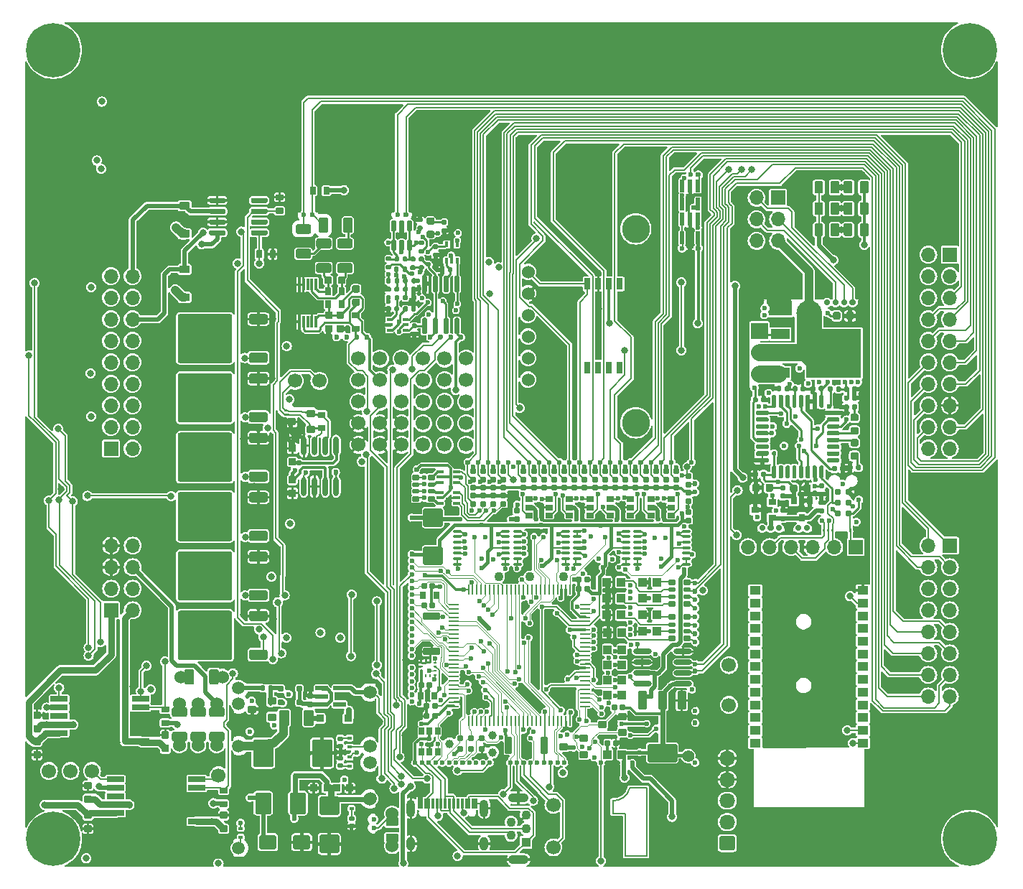
<source format=gtl>
G75*
G70*
%OFA0B0*%
%FSLAX25Y25*%
%IPPOS*%
%LPD*%
%AMOC8*
5,1,8,0,0,1.08239X$1,22.5*
%
%AMM1*
21,1,0.086610,0.073230,0.000000,0.000000,270.000000*
21,1,0.069290,0.090550,0.000000,0.000000,270.000000*
1,1,0.017320,-0.036610,-0.034650*
1,1,0.017320,-0.036610,0.034650*
1,1,0.017320,0.036610,0.034650*
1,1,0.017320,0.036610,-0.034650*
%
%AMM10*
21,1,0.015750,0.016540,0.000000,0.000000,270.000000*
21,1,0.012600,0.019680,0.000000,0.000000,270.000000*
1,1,0.003150,-0.008270,-0.006300*
1,1,0.003150,-0.008270,0.006300*
1,1,0.003150,0.008270,0.006300*
1,1,0.003150,0.008270,-0.006300*
%
%AMM11*
21,1,0.023620,0.018900,0.000000,0.000000,90.000000*
21,1,0.018900,0.023620,0.000000,0.000000,90.000000*
1,1,0.004720,0.009450,0.009450*
1,1,0.004720,0.009450,-0.009450*
1,1,0.004720,-0.009450,-0.009450*
1,1,0.004720,-0.009450,0.009450*
%
%AMM115*
21,1,0.021650,0.052760,0.000000,-0.000000,180.000000*
21,1,0.017320,0.057090,0.000000,-0.000000,180.000000*
1,1,0.004330,-0.008660,0.026380*
1,1,0.004330,0.008660,0.026380*
1,1,0.004330,0.008660,-0.026380*
1,1,0.004330,-0.008660,-0.026380*
%
%AMM12*
21,1,0.019680,0.019680,0.000000,0.000000,0.000000*
21,1,0.015750,0.023620,0.000000,0.000000,0.000000*
1,1,0.003940,0.007870,-0.009840*
1,1,0.003940,-0.007870,-0.009840*
1,1,0.003940,-0.007870,0.009840*
1,1,0.003940,0.007870,0.009840*
%
%AMM13*
21,1,0.019680,0.019680,0.000000,0.000000,270.000000*
21,1,0.015750,0.023620,0.000000,0.000000,270.000000*
1,1,0.003940,-0.009840,-0.007870*
1,1,0.003940,-0.009840,0.007870*
1,1,0.003940,0.009840,0.007870*
1,1,0.003940,0.009840,-0.007870*
%
%AMM183*
21,1,0.025590,0.026380,-0.000000,-0.000000,90.000000*
21,1,0.020470,0.031500,-0.000000,-0.000000,90.000000*
1,1,0.005120,0.013190,0.010240*
1,1,0.005120,0.013190,-0.010240*
1,1,0.005120,-0.013190,-0.010240*
1,1,0.005120,-0.013190,0.010240*
%
%AMM184*
21,1,0.017720,0.027950,-0.000000,-0.000000,90.000000*
21,1,0.014170,0.031500,-0.000000,-0.000000,90.000000*
1,1,0.003540,0.013980,0.007090*
1,1,0.003540,0.013980,-0.007090*
1,1,0.003540,-0.013980,-0.007090*
1,1,0.003540,-0.013980,0.007090*
%
%AMM185*
21,1,0.012600,0.028980,-0.000000,-0.000000,270.000000*
21,1,0.010080,0.031500,-0.000000,-0.000000,270.000000*
1,1,0.002520,-0.014490,-0.005040*
1,1,0.002520,-0.014490,0.005040*
1,1,0.002520,0.014490,0.005040*
1,1,0.002520,0.014490,-0.005040*
%
%AMM186*
21,1,0.023620,0.030710,-0.000000,-0.000000,0.000000*
21,1,0.018900,0.035430,-0.000000,-0.000000,0.000000*
1,1,0.004720,0.009450,-0.015350*
1,1,0.004720,-0.009450,-0.015350*
1,1,0.004720,-0.009450,0.015350*
1,1,0.004720,0.009450,0.015350*
%
%AMM187*
21,1,0.027560,0.018900,-0.000000,-0.000000,270.000000*
21,1,0.022840,0.023620,-0.000000,-0.000000,270.000000*
1,1,0.004720,-0.009450,-0.011420*
1,1,0.004720,-0.009450,0.011420*
1,1,0.004720,0.009450,0.011420*
1,1,0.004720,0.009450,-0.011420*
%
%AMM188*
21,1,0.031500,0.072440,-0.000000,-0.000000,270.000000*
21,1,0.025200,0.078740,-0.000000,-0.000000,270.000000*
1,1,0.006300,-0.036220,-0.012600*
1,1,0.006300,-0.036220,0.012600*
1,1,0.006300,0.036220,0.012600*
1,1,0.006300,0.036220,-0.012600*
%
%AMM189*
21,1,0.027560,0.018900,-0.000000,-0.000000,0.000000*
21,1,0.022840,0.023620,-0.000000,-0.000000,0.000000*
1,1,0.004720,0.011420,-0.009450*
1,1,0.004720,-0.011420,-0.009450*
1,1,0.004720,-0.011420,0.009450*
1,1,0.004720,0.011420,0.009450*
%
%AMM190*
21,1,0.023620,0.030710,-0.000000,-0.000000,90.000000*
21,1,0.018900,0.035430,-0.000000,-0.000000,90.000000*
1,1,0.004720,0.015350,0.009450*
1,1,0.004720,0.015350,-0.009450*
1,1,0.004720,-0.015350,-0.009450*
1,1,0.004720,-0.015350,0.009450*
%
%AMM191*
21,1,0.035430,0.030320,-0.000000,-0.000000,90.000000*
21,1,0.028350,0.037400,-0.000000,-0.000000,90.000000*
1,1,0.007090,0.015160,0.014170*
1,1,0.007090,0.015160,-0.014170*
1,1,0.007090,-0.015160,-0.014170*
1,1,0.007090,-0.015160,0.014170*
%
%AMM192*
21,1,0.043310,0.075980,-0.000000,-0.000000,180.000000*
21,1,0.034650,0.084650,-0.000000,-0.000000,180.000000*
1,1,0.008660,-0.017320,0.037990*
1,1,0.008660,0.017320,0.037990*
1,1,0.008660,0.017320,-0.037990*
1,1,0.008660,-0.017320,-0.037990*
%
%AMM193*
21,1,0.039370,0.035430,-0.000000,-0.000000,180.000000*
21,1,0.031500,0.043310,-0.000000,-0.000000,180.000000*
1,1,0.007870,-0.015750,0.017720*
1,1,0.007870,0.015750,0.017720*
1,1,0.007870,0.015750,-0.017720*
1,1,0.007870,-0.015750,-0.017720*
%
%AMM194*
21,1,0.027560,0.030710,-0.000000,-0.000000,180.000000*
21,1,0.022050,0.036220,-0.000000,-0.000000,180.000000*
1,1,0.005510,-0.011020,0.015350*
1,1,0.005510,0.011020,0.015350*
1,1,0.005510,0.011020,-0.015350*
1,1,0.005510,-0.011020,-0.015350*
%
%AMM195*
21,1,0.031500,0.072440,-0.000000,-0.000000,180.000000*
21,1,0.025200,0.078740,-0.000000,-0.000000,180.000000*
1,1,0.006300,-0.012600,0.036220*
1,1,0.006300,0.012600,0.036220*
1,1,0.006300,0.012600,-0.036220*
1,1,0.006300,-0.012600,-0.036220*
%
%AMM196*
21,1,0.137800,0.067720,-0.000000,-0.000000,180.000000*
21,1,0.120870,0.084650,-0.000000,-0.000000,180.000000*
1,1,0.016930,-0.060430,0.033860*
1,1,0.016930,0.060430,0.033860*
1,1,0.016930,0.060430,-0.033860*
1,1,0.016930,-0.060430,-0.033860*
%
%AMM197*
21,1,0.043310,0.075990,-0.000000,-0.000000,180.000000*
21,1,0.034650,0.084650,-0.000000,-0.000000,180.000000*
1,1,0.008660,-0.017320,0.037990*
1,1,0.008660,0.017320,0.037990*
1,1,0.008660,0.017320,-0.037990*
1,1,0.008660,-0.017320,-0.037990*
%
%AMM198*
21,1,0.086610,0.073230,-0.000000,-0.000000,270.000000*
21,1,0.069290,0.090550,-0.000000,-0.000000,270.000000*
1,1,0.017320,-0.036610,-0.034650*
1,1,0.017320,-0.036610,0.034650*
1,1,0.017320,0.036610,0.034650*
1,1,0.017320,0.036610,-0.034650*
%
%AMM2*
21,1,0.094490,0.111020,0.000000,0.000000,0.000000*
21,1,0.075590,0.129920,0.000000,0.000000,0.000000*
1,1,0.018900,0.037800,-0.055510*
1,1,0.018900,-0.037800,-0.055510*
1,1,0.018900,-0.037800,0.055510*
1,1,0.018900,0.037800,0.055510*
%
%AMM249*
21,1,0.035430,0.030320,0.000000,-0.000000,90.000000*
21,1,0.028350,0.037400,0.000000,-0.000000,90.000000*
1,1,0.007090,0.015160,0.014170*
1,1,0.007090,0.015160,-0.014170*
1,1,0.007090,-0.015160,-0.014170*
1,1,0.007090,-0.015160,0.014170*
%
%AMM250*
21,1,0.033470,0.026770,0.000000,-0.000000,270.000000*
21,1,0.026770,0.033470,0.000000,-0.000000,270.000000*
1,1,0.006690,-0.013390,-0.013390*
1,1,0.006690,-0.013390,0.013390*
1,1,0.006690,0.013390,0.013390*
1,1,0.006690,0.013390,-0.013390*
%
%AMM251*
21,1,0.027560,0.030710,0.000000,-0.000000,90.000000*
21,1,0.022050,0.036220,0.000000,-0.000000,90.000000*
1,1,0.005510,0.015350,0.011020*
1,1,0.005510,0.015350,-0.011020*
1,1,0.005510,-0.015350,-0.011020*
1,1,0.005510,-0.015350,0.011020*
%
%AMM3*
21,1,0.074800,0.083460,0.000000,0.000000,0.000000*
21,1,0.059840,0.098430,0.000000,0.000000,0.000000*
1,1,0.014960,0.029920,-0.041730*
1,1,0.014960,-0.029920,-0.041730*
1,1,0.014960,-0.029920,0.041730*
1,1,0.014960,0.029920,0.041730*
%
%AMM4*
21,1,0.078740,0.053540,0.000000,0.000000,180.000000*
21,1,0.065350,0.066930,0.000000,0.000000,180.000000*
1,1,0.013390,-0.032680,0.026770*
1,1,0.013390,0.032680,0.026770*
1,1,0.013390,0.032680,-0.026770*
1,1,0.013390,-0.032680,-0.026770*
%
%AMM5*
21,1,0.035430,0.030320,0.000000,0.000000,90.000000*
21,1,0.028350,0.037400,0.000000,0.000000,90.000000*
1,1,0.007090,0.015160,0.014170*
1,1,0.007090,0.015160,-0.014170*
1,1,0.007090,-0.015160,-0.014170*
1,1,0.007090,-0.015160,0.014170*
%
%AMM6*
21,1,0.021650,0.052760,0.000000,0.000000,270.000000*
21,1,0.017320,0.057090,0.000000,0.000000,270.000000*
1,1,0.004330,-0.026380,-0.008660*
1,1,0.004330,-0.026380,0.008660*
1,1,0.004330,0.026380,0.008660*
1,1,0.004330,0.026380,-0.008660*
%
%AMM7*
21,1,0.035830,0.026770,0.000000,0.000000,0.000000*
21,1,0.029130,0.033470,0.000000,0.000000,0.000000*
1,1,0.006690,0.014570,-0.013390*
1,1,0.006690,-0.014570,-0.013390*
1,1,0.006690,-0.014570,0.013390*
1,1,0.006690,0.014570,0.013390*
%
%AMM8*
21,1,0.070870,0.036220,0.000000,0.000000,90.000000*
21,1,0.061810,0.045280,0.000000,0.000000,90.000000*
1,1,0.009060,0.018110,0.030910*
1,1,0.009060,0.018110,-0.030910*
1,1,0.009060,-0.018110,-0.030910*
1,1,0.009060,-0.018110,0.030910*
%
%AMM9*
21,1,0.033470,0.026770,0.000000,0.000000,0.000000*
21,1,0.026770,0.033470,0.000000,0.000000,0.000000*
1,1,0.006690,0.013390,-0.013390*
1,1,0.006690,-0.013390,-0.013390*
1,1,0.006690,-0.013390,0.013390*
1,1,0.006690,0.013390,0.013390*
%
%ADD10C,0.00787*%
%ADD100C,0.01968*%
%ADD101C,0.01575*%
%ADD102M1*%
%ADD103M2*%
%ADD104M3*%
%ADD105M4*%
%ADD106M5*%
%ADD107M6*%
%ADD108M7*%
%ADD109M8*%
%ADD11C,0.06693*%
%ADD110M9*%
%ADD111M10*%
%ADD112M11*%
%ADD113M12*%
%ADD114M13*%
%ADD115O,0.00787X0.40158*%
%ADD12C,0.02756*%
%ADD13C,0.11811*%
%ADD14R,0.11811X0.00984*%
%ADD146C,0.01850*%
%ADD15R,0.04331X0.00984*%
%ADD152R,0.02559X0.01575*%
%ADD153R,0.01575X0.02559*%
%ADD156R,0.03543X0.03150*%
%ADD158C,0.05118*%
%ADD16R,0.03858X0.00984*%
%ADD160R,0.03150X0.03543*%
%ADD168C,0.03100*%
%ADD17R,0.05709X0.00984*%
%ADD171C,0.03900*%
%ADD18R,0.00984X1.08661*%
%ADD180O,0.04724X0.00866*%
%ADD181O,0.00866X0.04724*%
%ADD182O,0.04331X0.01181*%
%ADD185R,0.01378X0.00984*%
%ADD186R,0.00984X0.01378*%
%ADD19R,0.07677X0.00984*%
%ADD191O,0.08661X0.02362*%
%ADD199C,0.00492*%
%ADD20R,0.03740X0.00984*%
%ADD200C,0.01260*%
%ADD201C,0.05512*%
%ADD21C,0.03150*%
%ADD22C,0.25197*%
%ADD23C,0.06000*%
%ADD24O,0.07283X0.06693*%
%ADD25C,0.02362*%
%ADD26R,0.24350X0.00984*%
%ADD265O,0.01968X0.00984*%
%ADD266O,0.00984X0.01968*%
%ADD27R,0.04390X0.00984*%
%ADD28R,0.00984X0.56201*%
%ADD29R,0.00984X0.59449*%
%ADD296M115*%
%ADD30R,0.20374X0.00984*%
%ADD306R,0.01181X0.05512*%
%ADD307R,0.08661X0.04724*%
%ADD308R,0.25197X0.22835*%
%ADD309R,0.07874X0.07500*%
%ADD31R,0.04331X0.04331*%
%ADD310O,0.07874X0.07500*%
%ADD32C,0.04331*%
%ADD33O,0.09449X0.04331*%
%ADD334O,0.02362X0.08661*%
%ADD34O,0.04823X0.00787*%
%ADD35O,0.00787X0.36614*%
%ADD36C,0.05906*%
%ADD37O,0.00787X0.12992*%
%ADD38O,0.00787X0.40157*%
%ADD39O,0.00787X0.01181*%
%ADD392M183*%
%ADD393M184*%
%ADD394M185*%
%ADD395M186*%
%ADD396M187*%
%ADD397M188*%
%ADD398M189*%
%ADD399M190*%
%ADD40O,0.66929X0.00787*%
%ADD400M191*%
%ADD401M192*%
%ADD402M193*%
%ADD403M194*%
%ADD404M195*%
%ADD405M196*%
%ADD406M197*%
%ADD407M198*%
%ADD41O,0.60630X0.00787*%
%ADD42O,0.00787X0.18898*%
%ADD43O,0.00787X0.10236*%
%ADD44O,0.00787X0.03937*%
%ADD45O,0.00787X0.05906*%
%ADD459M249*%
%ADD46O,0.22323X0.00787*%
%ADD460M250*%
%ADD461M251*%
%ADD47O,0.00787X0.43701*%
%ADD48O,0.01575X0.38583*%
%ADD49O,0.00984X0.01969*%
%ADD50O,0.26772X0.00787*%
%ADD51O,0.01969X0.00984*%
%ADD52R,0.05118X0.03937*%
%ADD53R,0.07874X0.02559*%
%ADD54R,0.17717X0.31890*%
%ADD55R,0.00787X0.14567*%
%ADD56R,0.00787X0.01575*%
%ADD57R,0.00787X0.06299*%
%ADD58R,0.00787X0.38189*%
%ADD59R,0.00787X0.09055*%
%ADD60R,0.05512X0.00787*%
%ADD61R,0.25197X0.00787*%
%ADD62R,0.06693X0.00787*%
%ADD63R,0.12992X0.00787*%
%ADD64R,0.00787X0.27559*%
%ADD65R,0.00787X0.12992*%
%ADD66R,0.00787X0.24803*%
%ADD67R,0.01181X0.04528*%
%ADD68O,0.03937X0.08268*%
%ADD69O,0.03937X0.06299*%
%ADD70R,0.06693X0.06693*%
%ADD71O,0.06693X0.06693*%
%ADD72C,0.13000*%
%ADD73R,0.02717X0.05315*%
%ADD74C,0.01181*%
%ADD75C,0.03937*%
%ADD76C,0.01969*%
%ADD77C,0.00591*%
%ADD85C,0.00984*%
%ADD87C,0.00800*%
%ADD97C,0.07874*%
X0000000Y0000000D02*
%LPD*%
G01*
D10*
X0273622Y0025649D02*
X0273622Y0031555D01*
X0273622Y0025649D02*
X0279528Y0025649D01*
X0279528Y0025649D02*
X0279528Y0005964D01*
X0279528Y0005964D02*
X0289370Y0005964D01*
X0289370Y0037460D02*
X0281496Y0037460D01*
X0289370Y0005964D02*
X0289370Y0037460D01*
X0281496Y0037460D02*
G75*
G02*
X0273622Y0031555I-007565J0001885D01*
G01*
G36*
G01*
X0380884Y0294119D02*
X0380884Y0299041D01*
G75*
G02*
X0381277Y0299434I0000394J0000000D01*
G01*
X0384427Y0299434D01*
G75*
G02*
X0384821Y0299041I0000000J-000394D01*
G01*
X0384821Y0294119D01*
G75*
G02*
X0384427Y0293726I-000394J0000000D01*
G01*
X0381277Y0293726D01*
G75*
G02*
X0380884Y0294119I0000000J0000394D01*
G01*
G37*
G36*
G01*
X0388364Y0294119D02*
X0388364Y0299041D01*
G75*
G02*
X0388758Y0299434I0000394J0000000D01*
G01*
X0391907Y0299434D01*
G75*
G02*
X0392301Y0299041I0000000J-000394D01*
G01*
X0392301Y0294119D01*
G75*
G02*
X0391907Y0293726I-000394J0000000D01*
G01*
X0388758Y0293726D01*
G75*
G02*
X0388364Y0294119I0000000J0000394D01*
G01*
G37*
G36*
G01*
X0113288Y0295767D02*
X0113288Y0294586D01*
G75*
G02*
X0112697Y0293996I-000591J0000000D01*
G01*
X0106201Y0293996D01*
G75*
G02*
X0105611Y0294586I0000000J0000591D01*
G01*
X0105611Y0295767D01*
G75*
G02*
X0106201Y0296358I0000591J0000000D01*
G01*
X0112697Y0296358D01*
G75*
G02*
X0113288Y0295767I0000000J-000591D01*
G01*
G37*
G36*
G01*
X0113288Y0300767D02*
X0113288Y0299586D01*
G75*
G02*
X0112697Y0298996I-000591J0000000D01*
G01*
X0106201Y0298996D01*
G75*
G02*
X0105611Y0299586I0000000J0000591D01*
G01*
X0105611Y0300767D01*
G75*
G02*
X0106201Y0301358I0000591J0000000D01*
G01*
X0112697Y0301358D01*
G75*
G02*
X0113288Y0300767I0000000J-000591D01*
G01*
G37*
G36*
G01*
X0113288Y0305767D02*
X0113288Y0304586D01*
G75*
G02*
X0112697Y0303996I-000591J0000000D01*
G01*
X0106201Y0303996D01*
G75*
G02*
X0105611Y0304586I0000000J0000591D01*
G01*
X0105611Y0305767D01*
G75*
G02*
X0106201Y0306358I0000591J0000000D01*
G01*
X0112697Y0306358D01*
G75*
G02*
X0113288Y0305767I0000000J-000591D01*
G01*
G37*
G36*
G01*
X0113288Y0310767D02*
X0113288Y0309586D01*
G75*
G02*
X0112697Y0308996I-000591J0000000D01*
G01*
X0106201Y0308996D01*
G75*
G02*
X0105611Y0309586I0000000J0000591D01*
G01*
X0105611Y0310767D01*
G75*
G02*
X0106201Y0311358I0000591J0000000D01*
G01*
X0112697Y0311358D01*
G75*
G02*
X0113288Y0310767I0000000J-000591D01*
G01*
G37*
G36*
G01*
X0093800Y0310767D02*
X0093800Y0309586D01*
G75*
G02*
X0093209Y0308996I-000591J0000000D01*
G01*
X0086713Y0308996D01*
G75*
G02*
X0086122Y0309586I0000000J0000591D01*
G01*
X0086122Y0310767D01*
G75*
G02*
X0086713Y0311358I0000591J0000000D01*
G01*
X0093209Y0311358D01*
G75*
G02*
X0093800Y0310767I0000000J-000591D01*
G01*
G37*
G36*
G01*
X0093800Y0305767D02*
X0093800Y0304586D01*
G75*
G02*
X0093209Y0303996I-000591J0000000D01*
G01*
X0086713Y0303996D01*
G75*
G02*
X0086122Y0304586I0000000J0000591D01*
G01*
X0086122Y0305767D01*
G75*
G02*
X0086713Y0306358I0000591J0000000D01*
G01*
X0093209Y0306358D01*
G75*
G02*
X0093800Y0305767I0000000J-000591D01*
G01*
G37*
G36*
G01*
X0093800Y0300767D02*
X0093800Y0299586D01*
G75*
G02*
X0093209Y0298996I-000591J0000000D01*
G01*
X0086713Y0298996D01*
G75*
G02*
X0086122Y0299586I0000000J0000591D01*
G01*
X0086122Y0300767D01*
G75*
G02*
X0086713Y0301358I0000591J0000000D01*
G01*
X0093209Y0301358D01*
G75*
G02*
X0093800Y0300767I0000000J-000591D01*
G01*
G37*
G36*
G01*
X0093800Y0295767D02*
X0093800Y0294586D01*
G75*
G02*
X0093209Y0293996I-000591J0000000D01*
G01*
X0086713Y0293996D01*
G75*
G02*
X0086122Y0294586I0000000J0000591D01*
G01*
X0086122Y0295767D01*
G75*
G02*
X0086713Y0296358I0000591J0000000D01*
G01*
X0093209Y0296358D01*
G75*
G02*
X0093800Y0295767I0000000J-000591D01*
G01*
G37*
G36*
G01*
X0028583Y0040275D02*
X0031260Y0040275D01*
G75*
G02*
X0031595Y0039941I0000000J-000335D01*
G01*
X0031595Y0037263D01*
G75*
G02*
X0031260Y0036929I-000335J0000000D01*
G01*
X0028583Y0036929D01*
G75*
G02*
X0028248Y0037263I0000000J0000335D01*
G01*
X0028248Y0039941D01*
G75*
G02*
X0028583Y0040275I0000335J0000000D01*
G01*
G37*
G36*
G01*
X0028583Y0034055D02*
X0031260Y0034055D01*
G75*
G02*
X0031595Y0033720I0000000J-000335D01*
G01*
X0031595Y0031043D01*
G75*
G02*
X0031260Y0030708I-000335J0000000D01*
G01*
X0028583Y0030708D01*
G75*
G02*
X0028248Y0031043I0000000J0000335D01*
G01*
X0028248Y0033720D01*
G75*
G02*
X0028583Y0034055I0000335J0000000D01*
G01*
G37*
G36*
G01*
X0380884Y0303962D02*
X0380884Y0308883D01*
G75*
G02*
X0381277Y0309277I0000394J0000000D01*
G01*
X0384427Y0309277D01*
G75*
G02*
X0384821Y0308883I0000000J-000394D01*
G01*
X0384821Y0303962D01*
G75*
G02*
X0384427Y0303568I-000394J0000000D01*
G01*
X0381277Y0303568D01*
G75*
G02*
X0380884Y0303962I0000000J0000394D01*
G01*
G37*
G36*
G01*
X0388364Y0303962D02*
X0388364Y0308883D01*
G75*
G02*
X0388758Y0309277I0000394J0000000D01*
G01*
X0391907Y0309277D01*
G75*
G02*
X0392301Y0308883I0000000J-000394D01*
G01*
X0392301Y0303962D01*
G75*
G02*
X0391907Y0303568I-000394J0000000D01*
G01*
X0388758Y0303568D01*
G75*
G02*
X0388364Y0303962I0000000J0000394D01*
G01*
G37*
G36*
G01*
X0113386Y0155846D02*
X0113386Y0153090D01*
G75*
G02*
X0112402Y0152106I-000984J0000000D01*
G01*
X0105709Y0152106D01*
G75*
G02*
X0104725Y0153090I0000000J0000984D01*
G01*
X0104725Y0155846D01*
G75*
G02*
X0105709Y0156830I0000984J0000000D01*
G01*
X0112402Y0156830D01*
G75*
G02*
X0113386Y0155846I0000000J-000984D01*
G01*
G37*
G36*
G01*
X0096851Y0161870D02*
X0096851Y0153011D01*
G75*
G02*
X0095867Y0152027I-000984J0000000D01*
G01*
X0085827Y0152027D01*
G75*
G02*
X0084843Y0153011I0000000J0000984D01*
G01*
X0084843Y0161870D01*
G75*
G02*
X0085827Y0162854I0000984J0000000D01*
G01*
X0095867Y0162854D01*
G75*
G02*
X0096851Y0161870I0000000J-000984D01*
G01*
G37*
G36*
G01*
X0096851Y0173878D02*
X0096851Y0165019D01*
G75*
G02*
X0095867Y0164035I-000984J0000000D01*
G01*
X0085827Y0164035D01*
G75*
G02*
X0084843Y0165019I0000000J0000984D01*
G01*
X0084843Y0173878D01*
G75*
G02*
X0085827Y0174862I0000984J0000000D01*
G01*
X0095867Y0174862D01*
G75*
G02*
X0096851Y0173878I0000000J-000984D01*
G01*
G37*
G36*
G01*
X0096851Y0173878D02*
X0096851Y0153011D01*
G75*
G02*
X0095867Y0152027I-000984J0000000D01*
G01*
X0072638Y0152027D01*
G75*
G02*
X0071654Y0153011I0000000J0000984D01*
G01*
X0071654Y0173878D01*
G75*
G02*
X0072638Y0174862I0000984J0000000D01*
G01*
X0095867Y0174862D01*
G75*
G02*
X0096851Y0173878I0000000J-000984D01*
G01*
G37*
G36*
G01*
X0083662Y0161870D02*
X0083662Y0153011D01*
G75*
G02*
X0082678Y0152027I-000984J0000000D01*
G01*
X0072638Y0152027D01*
G75*
G02*
X0071654Y0153011I0000000J0000984D01*
G01*
X0071654Y0161870D01*
G75*
G02*
X0072638Y0162854I0000984J0000000D01*
G01*
X0082678Y0162854D01*
G75*
G02*
X0083662Y0161870I0000000J-000984D01*
G01*
G37*
G36*
G01*
X0083662Y0173878D02*
X0083662Y0165019D01*
G75*
G02*
X0082678Y0164035I-000984J0000000D01*
G01*
X0072638Y0164035D01*
G75*
G02*
X0071654Y0165019I0000000J0000984D01*
G01*
X0071654Y0173878D01*
G75*
G02*
X0072638Y0174862I0000984J0000000D01*
G01*
X0082678Y0174862D01*
G75*
G02*
X0083662Y0173878I0000000J-000984D01*
G01*
G37*
G36*
G01*
X0113386Y0173799D02*
X0113386Y0171043D01*
G75*
G02*
X0112402Y0170059I-000984J0000000D01*
G01*
X0105709Y0170059D01*
G75*
G02*
X0104725Y0171043I0000000J0000984D01*
G01*
X0104725Y0173799D01*
G75*
G02*
X0105709Y0174783I0000984J0000000D01*
G01*
X0112402Y0174783D01*
G75*
G02*
X0113386Y0173799I0000000J-000984D01*
G01*
G37*
D11*
X0327559Y0076043D03*
D12*
X0384941Y0262854D03*
X0373130Y0262854D03*
X0377067Y0262854D03*
X0381004Y0262854D03*
D13*
X0364666Y0257933D03*
D14*
X0350886Y0264330D03*
D15*
X0338288Y0156653D03*
D16*
X0355374Y0156653D03*
X0368367Y0156653D03*
D17*
X0388386Y0156653D03*
D18*
X0336615Y0210492D03*
X0390748Y0210492D03*
D19*
X0339961Y0264330D03*
D20*
X0389370Y0264330D03*
G36*
G01*
X0340650Y0193760D02*
X0345571Y0193760D01*
G75*
G02*
X0346063Y0193267I0000000J-000492D01*
G01*
X0346063Y0192283D01*
G75*
G02*
X0345571Y0191791I-000492J0000000D01*
G01*
X0340650Y0191791D01*
G75*
G02*
X0340158Y0192283I0000000J0000492D01*
G01*
X0340158Y0193267D01*
G75*
G02*
X0340650Y0193760I0000492J0000000D01*
G01*
G37*
G36*
G01*
X0351181Y0187165D02*
X0352166Y0187165D01*
G75*
G02*
X0352658Y0186673I0000000J-000492D01*
G01*
X0352658Y0181752D01*
G75*
G02*
X0352166Y0181260I-000492J0000000D01*
G01*
X0351181Y0181260D01*
G75*
G02*
X0350689Y0181752I0000000J0000492D01*
G01*
X0350689Y0186673D01*
G75*
G02*
X0351181Y0187165I0000492J0000000D01*
G01*
G37*
G36*
G01*
X0340650Y0190610D02*
X0345571Y0190610D01*
G75*
G02*
X0346063Y0190118I0000000J-000492D01*
G01*
X0346063Y0189134D01*
G75*
G02*
X0345571Y0188641I-000492J0000000D01*
G01*
X0340650Y0188641D01*
G75*
G02*
X0340158Y0189134I0000000J0000492D01*
G01*
X0340158Y0190118D01*
G75*
G02*
X0340650Y0190610I0000492J0000000D01*
G01*
G37*
G36*
G01*
X0350689Y0189330D02*
X0350689Y0190315D01*
G75*
G02*
X0351181Y0190807I0000492J0000000D01*
G01*
X0352166Y0190807D01*
G75*
G02*
X0352658Y0190315I0000000J-000492D01*
G01*
X0352658Y0189330D01*
G75*
G02*
X0352166Y0188838I-000492J0000000D01*
G01*
X0351181Y0188838D01*
G75*
G02*
X0350689Y0189330I0000000J0000492D01*
G01*
G37*
G36*
G01*
X0348032Y0193760D02*
X0349016Y0193760D01*
G75*
G02*
X0349508Y0193267I0000000J-000492D01*
G01*
X0349508Y0192283D01*
G75*
G02*
X0349016Y0191791I-000492J0000000D01*
G01*
X0348032Y0191791D01*
G75*
G02*
X0347540Y0192283I0000000J0000492D01*
G01*
X0347540Y0193267D01*
G75*
G02*
X0348032Y0193760I0000492J0000000D01*
G01*
G37*
G36*
G01*
X0348032Y0187165D02*
X0349016Y0187165D01*
G75*
G02*
X0349508Y0186673I0000000J-000492D01*
G01*
X0349508Y0181752D01*
G75*
G02*
X0349016Y0181260I-000492J0000000D01*
G01*
X0348032Y0181260D01*
G75*
G02*
X0347540Y0181752I0000000J0000492D01*
G01*
X0347540Y0186673D01*
G75*
G02*
X0348032Y0187165I0000492J0000000D01*
G01*
G37*
D12*
X0346949Y0158164D03*
X0350886Y0158164D03*
X0363863Y0158164D03*
X0359863Y0158164D03*
G36*
G01*
X0371752Y0156161D02*
X0371752Y0156161D01*
G75*
G02*
X0371260Y0156653I0000000J0000492D01*
G01*
X0371260Y0157637D01*
G75*
G02*
X0371752Y0158130I0000492J0000000D01*
G01*
X0371752Y0158130D01*
G75*
G02*
X0372244Y0157637I0000000J-000492D01*
G01*
X0372244Y0156653D01*
G75*
G02*
X0371752Y0156161I-000492J0000000D01*
G01*
G37*
G36*
G01*
X0373721Y0156161D02*
X0373721Y0156161D01*
G75*
G02*
X0373229Y0156653I0000000J0000492D01*
G01*
X0373229Y0157637D01*
G75*
G02*
X0373721Y0158130I0000492J0000000D01*
G01*
X0373721Y0158130D01*
G75*
G02*
X0374213Y0157637I0000000J-000492D01*
G01*
X0374213Y0156653D01*
G75*
G02*
X0373721Y0156161I-000492J0000000D01*
G01*
G37*
G36*
G01*
X0375689Y0156161D02*
X0375689Y0156161D01*
G75*
G02*
X0375197Y0156653I0000000J0000492D01*
G01*
X0375197Y0157637D01*
G75*
G02*
X0375689Y0158130I0000492J0000000D01*
G01*
X0375689Y0158130D01*
G75*
G02*
X0376181Y0157637I0000000J-000492D01*
G01*
X0376181Y0156653D01*
G75*
G02*
X0375689Y0156161I-000492J0000000D01*
G01*
G37*
G36*
G01*
X0383957Y0156161D02*
X0383957Y0156161D01*
G75*
G02*
X0383465Y0156653I0000000J0000492D01*
G01*
X0383465Y0157637D01*
G75*
G02*
X0383957Y0158130I0000492J0000000D01*
G01*
X0383957Y0158130D01*
G75*
G02*
X0384449Y0157637I0000000J-000492D01*
G01*
X0384449Y0156653D01*
G75*
G02*
X0383957Y0156161I-000492J0000000D01*
G01*
G37*
X0343012Y0158164D03*
D21*
X0439359Y0389500D03*
X0446041Y0386732D03*
X0432678Y0386732D03*
X0448808Y0380051D03*
D22*
X0439359Y0380051D03*
D21*
X0429911Y0380051D03*
X0446041Y0373370D03*
X0432678Y0373370D03*
X0439359Y0370602D03*
G36*
G01*
X0113386Y0238523D02*
X0113386Y0235767D01*
G75*
G02*
X0112402Y0234783I-000984J0000000D01*
G01*
X0105709Y0234783D01*
G75*
G02*
X0104725Y0235767I0000000J0000984D01*
G01*
X0104725Y0238523D01*
G75*
G02*
X0105709Y0239508I0000984J0000000D01*
G01*
X0112402Y0239508D01*
G75*
G02*
X0113386Y0238523I0000000J-000984D01*
G01*
G37*
G36*
G01*
X0096851Y0244547D02*
X0096851Y0235689D01*
G75*
G02*
X0095867Y0234704I-000984J0000000D01*
G01*
X0085827Y0234704D01*
G75*
G02*
X0084843Y0235689I0000000J0000984D01*
G01*
X0084843Y0244547D01*
G75*
G02*
X0085827Y0245531I0000984J0000000D01*
G01*
X0095867Y0245531D01*
G75*
G02*
X0096851Y0244547I0000000J-000984D01*
G01*
G37*
G36*
G01*
X0096851Y0256555D02*
X0096851Y0247697D01*
G75*
G02*
X0095867Y0246712I-000984J0000000D01*
G01*
X0085827Y0246712D01*
G75*
G02*
X0084843Y0247697I0000000J0000984D01*
G01*
X0084843Y0256555D01*
G75*
G02*
X0085827Y0257539I0000984J0000000D01*
G01*
X0095867Y0257539D01*
G75*
G02*
X0096851Y0256555I0000000J-000984D01*
G01*
G37*
G36*
G01*
X0096851Y0256555D02*
X0096851Y0235689D01*
G75*
G02*
X0095867Y0234704I-000984J0000000D01*
G01*
X0072638Y0234704D01*
G75*
G02*
X0071654Y0235689I0000000J0000984D01*
G01*
X0071654Y0256555D01*
G75*
G02*
X0072638Y0257539I0000984J0000000D01*
G01*
X0095867Y0257539D01*
G75*
G02*
X0096851Y0256555I0000000J-000984D01*
G01*
G37*
G36*
G01*
X0083662Y0244547D02*
X0083662Y0235689D01*
G75*
G02*
X0082678Y0234704I-000984J0000000D01*
G01*
X0072638Y0234704D01*
G75*
G02*
X0071654Y0235689I0000000J0000984D01*
G01*
X0071654Y0244547D01*
G75*
G02*
X0072638Y0245531I0000984J0000000D01*
G01*
X0082678Y0245531D01*
G75*
G02*
X0083662Y0244547I0000000J-000984D01*
G01*
G37*
G36*
G01*
X0083662Y0256555D02*
X0083662Y0247697D01*
G75*
G02*
X0082678Y0246712I-000984J0000000D01*
G01*
X0072638Y0246712D01*
G75*
G02*
X0071654Y0247697I0000000J0000984D01*
G01*
X0071654Y0256555D01*
G75*
G02*
X0072638Y0257539I0000984J0000000D01*
G01*
X0082678Y0257539D01*
G75*
G02*
X0083662Y0256555I0000000J-000984D01*
G01*
G37*
G36*
G01*
X0113386Y0256476D02*
X0113386Y0253720D01*
G75*
G02*
X0112402Y0252736I-000984J0000000D01*
G01*
X0105709Y0252736D01*
G75*
G02*
X0104725Y0253720I0000000J0000984D01*
G01*
X0104725Y0256476D01*
G75*
G02*
X0105709Y0257460I0000984J0000000D01*
G01*
X0112402Y0257460D01*
G75*
G02*
X0113386Y0256476I0000000J-000984D01*
G01*
G37*
G36*
G01*
X0113386Y0210964D02*
X0113386Y0208208D01*
G75*
G02*
X0112402Y0207224I-000984J0000000D01*
G01*
X0105709Y0207224D01*
G75*
G02*
X0104725Y0208208I0000000J0000984D01*
G01*
X0104725Y0210964D01*
G75*
G02*
X0105709Y0211949I0000984J0000000D01*
G01*
X0112402Y0211949D01*
G75*
G02*
X0113386Y0210964I0000000J-000984D01*
G01*
G37*
G36*
G01*
X0096851Y0216988D02*
X0096851Y0208130D01*
G75*
G02*
X0095867Y0207145I-000984J0000000D01*
G01*
X0085827Y0207145D01*
G75*
G02*
X0084843Y0208130I0000000J0000984D01*
G01*
X0084843Y0216988D01*
G75*
G02*
X0085827Y0217972I0000984J0000000D01*
G01*
X0095867Y0217972D01*
G75*
G02*
X0096851Y0216988I0000000J-000984D01*
G01*
G37*
G36*
G01*
X0096851Y0228996D02*
X0096851Y0220137D01*
G75*
G02*
X0095867Y0219153I-000984J0000000D01*
G01*
X0085827Y0219153D01*
G75*
G02*
X0084843Y0220137I0000000J0000984D01*
G01*
X0084843Y0228996D01*
G75*
G02*
X0085827Y0229980I0000984J0000000D01*
G01*
X0095867Y0229980D01*
G75*
G02*
X0096851Y0228996I0000000J-000984D01*
G01*
G37*
G36*
G01*
X0096851Y0228996D02*
X0096851Y0208130D01*
G75*
G02*
X0095867Y0207145I-000984J0000000D01*
G01*
X0072638Y0207145D01*
G75*
G02*
X0071654Y0208130I0000000J0000984D01*
G01*
X0071654Y0228996D01*
G75*
G02*
X0072638Y0229980I0000984J0000000D01*
G01*
X0095867Y0229980D01*
G75*
G02*
X0096851Y0228996I0000000J-000984D01*
G01*
G37*
G36*
G01*
X0083662Y0216988D02*
X0083662Y0208130D01*
G75*
G02*
X0082678Y0207145I-000984J0000000D01*
G01*
X0072638Y0207145D01*
G75*
G02*
X0071654Y0208130I0000000J0000984D01*
G01*
X0071654Y0216988D01*
G75*
G02*
X0072638Y0217972I0000984J0000000D01*
G01*
X0082678Y0217972D01*
G75*
G02*
X0083662Y0216988I0000000J-000984D01*
G01*
G37*
G36*
G01*
X0083662Y0228996D02*
X0083662Y0220137D01*
G75*
G02*
X0082678Y0219153I-000984J0000000D01*
G01*
X0072638Y0219153D01*
G75*
G02*
X0071654Y0220137I0000000J0000984D01*
G01*
X0071654Y0228996D01*
G75*
G02*
X0072638Y0229980I0000984J0000000D01*
G01*
X0082678Y0229980D01*
G75*
G02*
X0083662Y0228996I0000000J-000984D01*
G01*
G37*
G36*
G01*
X0113386Y0228917D02*
X0113386Y0226161D01*
G75*
G02*
X0112402Y0225177I-000984J0000000D01*
G01*
X0105709Y0225177D01*
G75*
G02*
X0104725Y0226161I0000000J0000984D01*
G01*
X0104725Y0228917D01*
G75*
G02*
X0105709Y0229901I0000984J0000000D01*
G01*
X0112402Y0229901D01*
G75*
G02*
X0113386Y0228917I0000000J-000984D01*
G01*
G37*
D11*
X0125985Y0226437D03*
G36*
G01*
X0091575Y0026496D02*
X0094252Y0026496D01*
G75*
G02*
X0094587Y0026161I0000000J-000335D01*
G01*
X0094587Y0023484D01*
G75*
G02*
X0094252Y0023149I-000335J0000000D01*
G01*
X0091575Y0023149D01*
G75*
G02*
X0091241Y0023484I0000000J0000335D01*
G01*
X0091241Y0026161D01*
G75*
G02*
X0091575Y0026496I0000335J0000000D01*
G01*
G37*
G36*
G01*
X0091575Y0020275D02*
X0094252Y0020275D01*
G75*
G02*
X0094587Y0019941I0000000J-000335D01*
G01*
X0094587Y0017263D01*
G75*
G02*
X0094252Y0016929I-000335J0000000D01*
G01*
X0091575Y0016929D01*
G75*
G02*
X0091241Y0017263I0000000J0000335D01*
G01*
X0091241Y0019941D01*
G75*
G02*
X0091575Y0020275I0000335J0000000D01*
G01*
G37*
G36*
G01*
X0142057Y0316260D02*
X0142057Y0313189D01*
G75*
G02*
X0141782Y0312913I-000276J0000000D01*
G01*
X0139577Y0312913D01*
G75*
G02*
X0139302Y0313189I0000000J0000276D01*
G01*
X0139302Y0316260D01*
G75*
G02*
X0139577Y0316535I0000276J0000000D01*
G01*
X0141782Y0316535D01*
G75*
G02*
X0142057Y0316260I0000000J-000276D01*
G01*
G37*
G36*
G01*
X0135758Y0316260D02*
X0135758Y0313189D01*
G75*
G02*
X0135483Y0312913I-000276J0000000D01*
G01*
X0133278Y0312913D01*
G75*
G02*
X0133002Y0313189I0000000J0000276D01*
G01*
X0133002Y0316260D01*
G75*
G02*
X0133278Y0316535I0000276J0000000D01*
G01*
X0135483Y0316535D01*
G75*
G02*
X0135758Y0316260I0000000J-000276D01*
G01*
G37*
X0137402Y0226437D03*
G36*
G01*
X0064508Y0063740D02*
X0067185Y0063740D01*
G75*
G02*
X0067520Y0063405I0000000J-000335D01*
G01*
X0067520Y0060728D01*
G75*
G02*
X0067185Y0060393I-000335J0000000D01*
G01*
X0064508Y0060393D01*
G75*
G02*
X0064174Y0060728I0000000J0000335D01*
G01*
X0064174Y0063405D01*
G75*
G02*
X0064508Y0063740I0000335J0000000D01*
G01*
G37*
G36*
G01*
X0064508Y0057519D02*
X0067185Y0057519D01*
G75*
G02*
X0067520Y0057185I0000000J-000335D01*
G01*
X0067520Y0054508D01*
G75*
G02*
X0067185Y0054173I-000335J0000000D01*
G01*
X0064508Y0054173D01*
G75*
G02*
X0064174Y0054508I0000000J0000335D01*
G01*
X0064174Y0057185D01*
G75*
G02*
X0064508Y0057519I0000335J0000000D01*
G01*
G37*
X0021811Y0045334D03*
D21*
X0004331Y0379980D03*
X0007099Y0386661D03*
X0007099Y0373299D03*
X0013780Y0389429D03*
D22*
X0013780Y0379980D03*
D21*
X0013780Y0370531D03*
X0020461Y0386661D03*
X0020461Y0373299D03*
X0023229Y0379980D03*
D23*
X0072441Y0076634D03*
G36*
G01*
X0068898Y0071338D02*
X0068898Y0074055D01*
G75*
G02*
X0069804Y0074960I0000906J0000000D01*
G01*
X0075079Y0074960D01*
G75*
G02*
X0075985Y0074055I0000000J-000906D01*
G01*
X0075985Y0071338D01*
G75*
G02*
X0075079Y0070433I-000906J0000000D01*
G01*
X0069804Y0070433D01*
G75*
G02*
X0068898Y0071338I0000000J0000906D01*
G01*
G37*
G36*
G01*
X0068898Y0059921D02*
X0068898Y0062637D01*
G75*
G02*
X0069804Y0063543I0000906J0000000D01*
G01*
X0075079Y0063543D01*
G75*
G02*
X0075985Y0062637I0000000J-000906D01*
G01*
X0075985Y0059921D01*
G75*
G02*
X0075079Y0059015I-000906J0000000D01*
G01*
X0069804Y0059015D01*
G75*
G02*
X0068898Y0059921I0000000J0000906D01*
G01*
G37*
X0072441Y0057342D03*
G36*
G01*
X0367301Y0294119D02*
X0367301Y0299041D01*
G75*
G02*
X0367695Y0299434I0000394J0000000D01*
G01*
X0370844Y0299434D01*
G75*
G02*
X0371238Y0299041I0000000J-000394D01*
G01*
X0371238Y0294119D01*
G75*
G02*
X0370844Y0293726I-000394J0000000D01*
G01*
X0367695Y0293726D01*
G75*
G02*
X0367301Y0294119I0000000J0000394D01*
G01*
G37*
G36*
G01*
X0374781Y0294119D02*
X0374781Y0299041D01*
G75*
G02*
X0375175Y0299434I0000394J0000000D01*
G01*
X0378325Y0299434D01*
G75*
G02*
X0378719Y0299041I0000000J-000394D01*
G01*
X0378719Y0294119D01*
G75*
G02*
X0378325Y0293726I-000394J0000000D01*
G01*
X0375175Y0293726D01*
G75*
G02*
X0374781Y0294119I0000000J0000394D01*
G01*
G37*
G36*
G01*
X0004961Y0072952D02*
X0007638Y0072952D01*
G75*
G02*
X0007973Y0072618I0000000J-000335D01*
G01*
X0007973Y0069941D01*
G75*
G02*
X0007638Y0069606I-000335J0000000D01*
G01*
X0004961Y0069606D01*
G75*
G02*
X0004626Y0069941I0000000J0000335D01*
G01*
X0004626Y0072618D01*
G75*
G02*
X0004961Y0072952I0000335J0000000D01*
G01*
G37*
G36*
G01*
X0004961Y0066732D02*
X0007638Y0066732D01*
G75*
G02*
X0007973Y0066397I0000000J-000335D01*
G01*
X0007973Y0063720D01*
G75*
G02*
X0007638Y0063386I-000335J0000000D01*
G01*
X0004961Y0063386D01*
G75*
G02*
X0004626Y0063720I0000000J0000335D01*
G01*
X0004626Y0066397D01*
G75*
G02*
X0004961Y0066732I0000335J0000000D01*
G01*
G37*
G36*
G01*
X0329430Y0008523D02*
X0324115Y0008523D01*
G75*
G02*
X0323130Y0009508I0000000J0000984D01*
G01*
X0323130Y0014232D01*
G75*
G02*
X0324115Y0015216I0000984J0000000D01*
G01*
X0329430Y0015216D01*
G75*
G02*
X0330414Y0014232I0000000J-000984D01*
G01*
X0330414Y0009508D01*
G75*
G02*
X0329430Y0008523I-000984J0000000D01*
G01*
G37*
D24*
X0326772Y0021712D03*
X0326772Y0031555D03*
X0326772Y0041397D03*
X0326772Y0051240D03*
D11*
X0246063Y0029586D03*
D21*
X0004331Y0013838D03*
X0007099Y0020520D03*
X0007099Y0007157D03*
X0013780Y0023287D03*
D22*
X0013780Y0013838D03*
D21*
X0013780Y0004389D03*
X0020461Y0020520D03*
X0020461Y0007157D03*
X0023229Y0013838D03*
X0448879Y0013881D03*
X0446112Y0007199D03*
X0446112Y0020562D03*
X0439430Y0004432D03*
D22*
X0439430Y0013881D03*
D21*
X0439430Y0023330D03*
X0432749Y0007199D03*
X0432749Y0020562D03*
X0429981Y0013881D03*
D25*
X0193603Y0246811D03*
X0188878Y0246811D03*
X0198327Y0246811D03*
X0203052Y0246811D03*
D26*
X0192550Y0304488D03*
D27*
X0168731Y0304488D03*
D28*
X0204233Y0276880D03*
D29*
X0167028Y0275256D03*
D30*
X0176723Y0246023D03*
D25*
X0177619Y0303602D03*
X0173681Y0303602D03*
G36*
G01*
X0117126Y0286830D02*
X0117126Y0283760D01*
G75*
G02*
X0116851Y0283484I-000276J0000000D01*
G01*
X0114646Y0283484D01*
G75*
G02*
X0114370Y0283760I0000000J0000276D01*
G01*
X0114370Y0286830D01*
G75*
G02*
X0114646Y0287106I0000276J0000000D01*
G01*
X0116851Y0287106D01*
G75*
G02*
X0117126Y0286830I0000000J-000276D01*
G01*
G37*
G36*
G01*
X0110827Y0286830D02*
X0110827Y0283760D01*
G75*
G02*
X0110552Y0283484I-000276J0000000D01*
G01*
X0108347Y0283484D01*
G75*
G02*
X0108071Y0283760I0000000J0000276D01*
G01*
X0108071Y0286830D01*
G75*
G02*
X0108347Y0287106I0000276J0000000D01*
G01*
X0110552Y0287106D01*
G75*
G02*
X0110827Y0286830I0000000J-000276D01*
G01*
G37*
D11*
X0011811Y0045334D03*
D31*
X0233268Y0012263D03*
D32*
X0226378Y0015413D03*
X0233268Y0018563D03*
X0226378Y0021712D03*
X0233268Y0024862D03*
D33*
X0229823Y0004193D03*
X0229823Y0032933D03*
D23*
X0081103Y0076634D03*
G36*
G01*
X0077559Y0071338D02*
X0077559Y0074055D01*
G75*
G02*
X0078465Y0074960I0000906J0000000D01*
G01*
X0083741Y0074960D01*
G75*
G02*
X0084646Y0074055I0000000J-000906D01*
G01*
X0084646Y0071338D01*
G75*
G02*
X0083741Y0070433I-000906J0000000D01*
G01*
X0078465Y0070433D01*
G75*
G02*
X0077559Y0071338I0000000J0000906D01*
G01*
G37*
G36*
G01*
X0077559Y0059921D02*
X0077559Y0062637D01*
G75*
G02*
X0078465Y0063543I0000906J0000000D01*
G01*
X0083741Y0063543D01*
G75*
G02*
X0084646Y0062637I0000000J-000906D01*
G01*
X0084646Y0059921D01*
G75*
G02*
X0083741Y0059015I-000906J0000000D01*
G01*
X0078465Y0059015D01*
G75*
G02*
X0077559Y0059921I0000000J0000906D01*
G01*
G37*
X0081103Y0057342D03*
D25*
X0313288Y0287952D03*
D34*
X0305512Y0322992D03*
D35*
X0315650Y0305078D03*
X0303445Y0305078D03*
D25*
X0309548Y0287952D03*
X0305807Y0287952D03*
X0309744Y0322204D03*
X0313288Y0322204D03*
G36*
G01*
X0031260Y0016929D02*
X0028583Y0016929D01*
G75*
G02*
X0028248Y0017263I0000000J0000335D01*
G01*
X0028248Y0019941D01*
G75*
G02*
X0028583Y0020275I0000335J0000000D01*
G01*
X0031260Y0020275D01*
G75*
G02*
X0031595Y0019941I0000000J-000335D01*
G01*
X0031595Y0017263D01*
G75*
G02*
X0031260Y0016929I-000335J0000000D01*
G01*
G37*
G36*
G01*
X0031260Y0023149D02*
X0028583Y0023149D01*
G75*
G02*
X0028248Y0023484I0000000J0000335D01*
G01*
X0028248Y0026161D01*
G75*
G02*
X0028583Y0026496I0000335J0000000D01*
G01*
X0031260Y0026496D01*
G75*
G02*
X0031595Y0026161I0000000J-000335D01*
G01*
X0031595Y0023484D01*
G75*
G02*
X0031260Y0023149I-000335J0000000D01*
G01*
G37*
D11*
X0090552Y0043366D03*
D36*
X0160926Y0082047D03*
X0160926Y0056850D03*
X0160926Y0049370D03*
X0160926Y0032441D03*
D25*
X0162697Y0022992D03*
X0162697Y0019055D03*
D37*
X0097343Y0066889D03*
D38*
X0097343Y0033425D03*
D39*
X0097343Y0005472D03*
D40*
X0130414Y0005275D03*
D41*
X0133563Y0086378D03*
D36*
X0160926Y0007834D03*
D39*
X0163485Y0086181D03*
D42*
X0163485Y0069645D03*
D43*
X0163485Y0040708D03*
D44*
X0163485Y0026929D03*
D45*
X0163485Y0013937D03*
D36*
X0099902Y0083819D03*
X0099902Y0076535D03*
X0099902Y0057047D03*
X0099902Y0009606D03*
G36*
G01*
X0113386Y0100728D02*
X0113386Y0097972D01*
G75*
G02*
X0112402Y0096988I-000984J0000000D01*
G01*
X0105709Y0096988D01*
G75*
G02*
X0104725Y0097972I0000000J0000984D01*
G01*
X0104725Y0100728D01*
G75*
G02*
X0105709Y0101712I0000984J0000000D01*
G01*
X0112402Y0101712D01*
G75*
G02*
X0113386Y0100728I0000000J-000984D01*
G01*
G37*
G36*
G01*
X0096851Y0106752D02*
X0096851Y0097893D01*
G75*
G02*
X0095867Y0096909I-000984J0000000D01*
G01*
X0085827Y0096909D01*
G75*
G02*
X0084843Y0097893I0000000J0000984D01*
G01*
X0084843Y0106752D01*
G75*
G02*
X0085827Y0107736I0000984J0000000D01*
G01*
X0095867Y0107736D01*
G75*
G02*
X0096851Y0106752I0000000J-000984D01*
G01*
G37*
G36*
G01*
X0096851Y0118760D02*
X0096851Y0109901D01*
G75*
G02*
X0095867Y0108917I-000984J0000000D01*
G01*
X0085827Y0108917D01*
G75*
G02*
X0084843Y0109901I0000000J0000984D01*
G01*
X0084843Y0118760D01*
G75*
G02*
X0085827Y0119744I0000984J0000000D01*
G01*
X0095867Y0119744D01*
G75*
G02*
X0096851Y0118760I0000000J-000984D01*
G01*
G37*
G36*
G01*
X0096851Y0118760D02*
X0096851Y0097893D01*
G75*
G02*
X0095867Y0096909I-000984J0000000D01*
G01*
X0072638Y0096909D01*
G75*
G02*
X0071654Y0097893I0000000J0000984D01*
G01*
X0071654Y0118760D01*
G75*
G02*
X0072638Y0119744I0000984J0000000D01*
G01*
X0095867Y0119744D01*
G75*
G02*
X0096851Y0118760I0000000J-000984D01*
G01*
G37*
G36*
G01*
X0083662Y0106752D02*
X0083662Y0097893D01*
G75*
G02*
X0082678Y0096909I-000984J0000000D01*
G01*
X0072638Y0096909D01*
G75*
G02*
X0071654Y0097893I0000000J0000984D01*
G01*
X0071654Y0106752D01*
G75*
G02*
X0072638Y0107736I0000984J0000000D01*
G01*
X0082678Y0107736D01*
G75*
G02*
X0083662Y0106752I0000000J-000984D01*
G01*
G37*
G36*
G01*
X0083662Y0118760D02*
X0083662Y0109901D01*
G75*
G02*
X0082678Y0108917I-000984J0000000D01*
G01*
X0072638Y0108917D01*
G75*
G02*
X0071654Y0109901I0000000J0000984D01*
G01*
X0071654Y0118760D01*
G75*
G02*
X0072638Y0119744I0000984J0000000D01*
G01*
X0082678Y0119744D01*
G75*
G02*
X0083662Y0118760I0000000J-000984D01*
G01*
G37*
G36*
G01*
X0113386Y0118681D02*
X0113386Y0115925D01*
G75*
G02*
X0112402Y0114941I-000984J0000000D01*
G01*
X0105709Y0114941D01*
G75*
G02*
X0104725Y0115925I0000000J0000984D01*
G01*
X0104725Y0118681D01*
G75*
G02*
X0105709Y0119665I0000984J0000000D01*
G01*
X0112402Y0119665D01*
G75*
G02*
X0113386Y0118681I0000000J-000984D01*
G01*
G37*
D46*
X0136861Y0214527D03*
D47*
X0147638Y0192972D03*
D48*
X0121654Y0190216D03*
D49*
X0121654Y0172008D03*
D50*
X0134498Y0171319D03*
D51*
X0121851Y0212756D03*
X0121851Y0210787D03*
D25*
X0125985Y0185000D03*
X0128052Y0188445D03*
X0131004Y0183819D03*
X0144981Y0184114D03*
G36*
G01*
X0064311Y0075295D02*
X0067382Y0075295D01*
G75*
G02*
X0067658Y0075019I0000000J-000276D01*
G01*
X0067658Y0072815D01*
G75*
G02*
X0067382Y0072539I-000276J0000000D01*
G01*
X0064311Y0072539D01*
G75*
G02*
X0064036Y0072815I0000000J0000276D01*
G01*
X0064036Y0075019D01*
G75*
G02*
X0064311Y0075295I0000276J0000000D01*
G01*
G37*
G36*
G01*
X0064311Y0068996D02*
X0067382Y0068996D01*
G75*
G02*
X0067658Y0068720I0000000J-000276D01*
G01*
X0067658Y0066515D01*
G75*
G02*
X0067382Y0066240I-000276J0000000D01*
G01*
X0064311Y0066240D01*
G75*
G02*
X0064036Y0066515I0000000J0000276D01*
G01*
X0064036Y0068720D01*
G75*
G02*
X0064311Y0068996I0000276J0000000D01*
G01*
G37*
G36*
G01*
X0113386Y0183405D02*
X0113386Y0180649D01*
G75*
G02*
X0112402Y0179665I-000984J0000000D01*
G01*
X0105709Y0179665D01*
G75*
G02*
X0104725Y0180649I0000000J0000984D01*
G01*
X0104725Y0183405D01*
G75*
G02*
X0105709Y0184389I0000984J0000000D01*
G01*
X0112402Y0184389D01*
G75*
G02*
X0113386Y0183405I0000000J-000984D01*
G01*
G37*
G36*
G01*
X0096851Y0189429D02*
X0096851Y0180571D01*
G75*
G02*
X0095867Y0179586I-000984J0000000D01*
G01*
X0085827Y0179586D01*
G75*
G02*
X0084843Y0180571I0000000J0000984D01*
G01*
X0084843Y0189429D01*
G75*
G02*
X0085827Y0190413I0000984J0000000D01*
G01*
X0095867Y0190413D01*
G75*
G02*
X0096851Y0189429I0000000J-000984D01*
G01*
G37*
G36*
G01*
X0096851Y0201437D02*
X0096851Y0192578D01*
G75*
G02*
X0095867Y0191594I-000984J0000000D01*
G01*
X0085827Y0191594D01*
G75*
G02*
X0084843Y0192578I0000000J0000984D01*
G01*
X0084843Y0201437D01*
G75*
G02*
X0085827Y0202421I0000984J0000000D01*
G01*
X0095867Y0202421D01*
G75*
G02*
X0096851Y0201437I0000000J-000984D01*
G01*
G37*
G36*
G01*
X0096851Y0201437D02*
X0096851Y0180571D01*
G75*
G02*
X0095867Y0179586I-000984J0000000D01*
G01*
X0072638Y0179586D01*
G75*
G02*
X0071654Y0180571I0000000J0000984D01*
G01*
X0071654Y0201437D01*
G75*
G02*
X0072638Y0202421I0000984J0000000D01*
G01*
X0095867Y0202421D01*
G75*
G02*
X0096851Y0201437I0000000J-000984D01*
G01*
G37*
G36*
G01*
X0083662Y0189429D02*
X0083662Y0180571D01*
G75*
G02*
X0082678Y0179586I-000984J0000000D01*
G01*
X0072638Y0179586D01*
G75*
G02*
X0071654Y0180571I0000000J0000984D01*
G01*
X0071654Y0189429D01*
G75*
G02*
X0072638Y0190413I0000984J0000000D01*
G01*
X0082678Y0190413D01*
G75*
G02*
X0083662Y0189429I0000000J-000984D01*
G01*
G37*
G36*
G01*
X0083662Y0201437D02*
X0083662Y0192578D01*
G75*
G02*
X0082678Y0191594I-000984J0000000D01*
G01*
X0072638Y0191594D01*
G75*
G02*
X0071654Y0192578I0000000J0000984D01*
G01*
X0071654Y0201437D01*
G75*
G02*
X0072638Y0202421I0000984J0000000D01*
G01*
X0082678Y0202421D01*
G75*
G02*
X0083662Y0201437I0000000J-000984D01*
G01*
G37*
G36*
G01*
X0113386Y0201358D02*
X0113386Y0198602D01*
G75*
G02*
X0112402Y0197618I-000984J0000000D01*
G01*
X0105709Y0197618D01*
G75*
G02*
X0104725Y0198602I0000000J0000984D01*
G01*
X0104725Y0201358D01*
G75*
G02*
X0105709Y0202342I0000984J0000000D01*
G01*
X0112402Y0202342D01*
G75*
G02*
X0113386Y0201358I0000000J-000984D01*
G01*
G37*
D52*
X0389764Y0058326D03*
X0389764Y0064232D03*
X0389764Y0070137D03*
X0389764Y0076043D03*
X0389764Y0081949D03*
X0389764Y0087854D03*
X0389764Y0093760D03*
X0389764Y0099665D03*
X0389764Y0105571D03*
X0389764Y0111476D03*
X0389764Y0117382D03*
X0389764Y0123287D03*
X0389764Y0129193D03*
X0339764Y0129193D03*
X0339764Y0123287D03*
X0339764Y0117382D03*
X0339764Y0111476D03*
X0339764Y0105571D03*
X0339764Y0099665D03*
X0339764Y0093760D03*
X0339764Y0087854D03*
X0339764Y0081949D03*
X0339764Y0076043D03*
X0339764Y0070137D03*
X0339764Y0064232D03*
X0339764Y0058326D03*
G36*
G01*
X0367301Y0313804D02*
X0367301Y0318726D01*
G75*
G02*
X0367695Y0319119I0000394J0000000D01*
G01*
X0370844Y0319119D01*
G75*
G02*
X0371238Y0318726I0000000J-000394D01*
G01*
X0371238Y0313804D01*
G75*
G02*
X0370844Y0313411I-000394J0000000D01*
G01*
X0367695Y0313411D01*
G75*
G02*
X0367301Y0313804I0000000J0000394D01*
G01*
G37*
G36*
G01*
X0374781Y0313804D02*
X0374781Y0318726D01*
G75*
G02*
X0375175Y0319119I0000394J0000000D01*
G01*
X0378325Y0319119D01*
G75*
G02*
X0378719Y0318726I0000000J-000394D01*
G01*
X0378719Y0313804D01*
G75*
G02*
X0378325Y0313411I-000394J0000000D01*
G01*
X0375175Y0313411D01*
G75*
G02*
X0374781Y0313804I0000000J0000394D01*
G01*
G37*
D23*
X0089764Y0076634D03*
G36*
G01*
X0086221Y0071338D02*
X0086221Y0074055D01*
G75*
G02*
X0087126Y0074960I0000906J0000000D01*
G01*
X0092402Y0074960D01*
G75*
G02*
X0093307Y0074055I0000000J-000906D01*
G01*
X0093307Y0071338D01*
G75*
G02*
X0092402Y0070433I-000906J0000000D01*
G01*
X0087126Y0070433D01*
G75*
G02*
X0086221Y0071338I0000000J0000906D01*
G01*
G37*
G36*
G01*
X0086221Y0059921D02*
X0086221Y0062637D01*
G75*
G02*
X0087126Y0063543I0000906J0000000D01*
G01*
X0092402Y0063543D01*
G75*
G02*
X0093307Y0062637I0000000J-000906D01*
G01*
X0093307Y0059921D01*
G75*
G02*
X0092402Y0059015I-000906J0000000D01*
G01*
X0087126Y0059015D01*
G75*
G02*
X0086221Y0059921I0000000J0000906D01*
G01*
G37*
X0089764Y0057342D03*
D11*
X0155512Y0196752D03*
X0155512Y0206752D03*
X0155512Y0216752D03*
X0155512Y0226752D03*
X0155512Y0236752D03*
X0165512Y0196752D03*
X0165512Y0206752D03*
X0165512Y0216752D03*
X0165512Y0226752D03*
X0165512Y0236752D03*
X0175512Y0196752D03*
X0175512Y0206752D03*
X0175512Y0216752D03*
X0175512Y0226752D03*
X0175512Y0236752D03*
X0246063Y0009901D03*
D23*
X0171160Y0025549D03*
G36*
G01*
X0168700Y0023758D02*
X0173621Y0023758D01*
G75*
G02*
X0174015Y0023364I0000000J-000394D01*
G01*
X0174015Y0020215D01*
G75*
G02*
X0173621Y0019821I-000394J0000000D01*
G01*
X0168700Y0019821D01*
G75*
G02*
X0168306Y0020215I0000000J0000394D01*
G01*
X0168306Y0023364D01*
G75*
G02*
X0168700Y0023758I0000394J0000000D01*
G01*
G37*
G36*
G01*
X0168700Y0016278D02*
X0173621Y0016278D01*
G75*
G02*
X0174015Y0015884I0000000J-000394D01*
G01*
X0174015Y0012734D01*
G75*
G02*
X0173621Y0012341I-000394J0000000D01*
G01*
X0168700Y0012341D01*
G75*
G02*
X0168306Y0012734I0000000J0000394D01*
G01*
X0168306Y0015884D01*
G75*
G02*
X0168700Y0016278I0000394J0000000D01*
G01*
G37*
X0171160Y0010549D03*
G36*
G01*
X0117363Y0313051D02*
X0120433Y0313051D01*
G75*
G02*
X0120709Y0312775I0000000J-000276D01*
G01*
X0120709Y0310571D01*
G75*
G02*
X0120433Y0310295I-000276J0000000D01*
G01*
X0117363Y0310295D01*
G75*
G02*
X0117087Y0310571I0000000J0000276D01*
G01*
X0117087Y0312775D01*
G75*
G02*
X0117363Y0313051I0000276J0000000D01*
G01*
G37*
G36*
G01*
X0117363Y0306752D02*
X0120433Y0306752D01*
G75*
G02*
X0120709Y0306476I0000000J-000276D01*
G01*
X0120709Y0304271D01*
G75*
G02*
X0120433Y0303996I-000276J0000000D01*
G01*
X0117363Y0303996D01*
G75*
G02*
X0117087Y0304271I0000000J0000276D01*
G01*
X0117087Y0306476D01*
G75*
G02*
X0117363Y0306752I0000276J0000000D01*
G01*
G37*
G36*
G01*
X0076811Y0292972D02*
X0072796Y0292972D01*
G75*
G02*
X0072441Y0293326I0000000J0000354D01*
G01*
X0072441Y0296161D01*
G75*
G02*
X0072796Y0296515I0000354J0000000D01*
G01*
X0076811Y0296515D01*
G75*
G02*
X0077166Y0296161I0000000J-000354D01*
G01*
X0077166Y0293326D01*
G75*
G02*
X0076811Y0292972I-000354J0000000D01*
G01*
G37*
G36*
G01*
X0076811Y0305964D02*
X0072796Y0305964D01*
G75*
G02*
X0072441Y0306319I0000000J0000354D01*
G01*
X0072441Y0309153D01*
G75*
G02*
X0072796Y0309508I0000354J0000000D01*
G01*
X0076811Y0309508D01*
G75*
G02*
X0077166Y0309153I0000000J-000354D01*
G01*
X0077166Y0306319D01*
G75*
G02*
X0076811Y0305964I-000354J0000000D01*
G01*
G37*
G36*
G01*
X0380884Y0313804D02*
X0380884Y0318726D01*
G75*
G02*
X0381277Y0319119I0000394J0000000D01*
G01*
X0384427Y0319119D01*
G75*
G02*
X0384821Y0318726I0000000J-000394D01*
G01*
X0384821Y0313804D01*
G75*
G02*
X0384427Y0313411I-000394J0000000D01*
G01*
X0381277Y0313411D01*
G75*
G02*
X0380884Y0313804I0000000J0000394D01*
G01*
G37*
G36*
G01*
X0388364Y0313804D02*
X0388364Y0318726D01*
G75*
G02*
X0388758Y0319119I0000394J0000000D01*
G01*
X0391907Y0319119D01*
G75*
G02*
X0392301Y0318726I0000000J-000394D01*
G01*
X0392301Y0313804D01*
G75*
G02*
X0391907Y0313411I-000394J0000000D01*
G01*
X0388758Y0313411D01*
G75*
G02*
X0388364Y0313804I0000000J0000394D01*
G01*
G37*
G36*
G01*
X0367301Y0303962D02*
X0367301Y0308883D01*
G75*
G02*
X0367695Y0309277I0000394J0000000D01*
G01*
X0370844Y0309277D01*
G75*
G02*
X0371238Y0308883I0000000J-000394D01*
G01*
X0371238Y0303962D01*
G75*
G02*
X0370844Y0303568I-000394J0000000D01*
G01*
X0367695Y0303568D01*
G75*
G02*
X0367301Y0303962I0000000J0000394D01*
G01*
G37*
G36*
G01*
X0374781Y0303962D02*
X0374781Y0308883D01*
G75*
G02*
X0375175Y0309277I0000394J0000000D01*
G01*
X0378325Y0309277D01*
G75*
G02*
X0378719Y0308883I0000000J-000394D01*
G01*
X0378719Y0303962D01*
G75*
G02*
X0378325Y0303568I-000394J0000000D01*
G01*
X0375175Y0303568D01*
G75*
G02*
X0374781Y0303962I0000000J0000394D01*
G01*
G37*
D53*
X0016536Y0078799D03*
X0016536Y0074862D03*
X0016536Y0070925D03*
X0016536Y0066988D03*
X0016536Y0063051D03*
X0016536Y0059114D03*
X0054331Y0059114D03*
X0054331Y0063051D03*
X0054331Y0066988D03*
X0054331Y0070925D03*
X0054331Y0074862D03*
X0054331Y0078799D03*
D54*
X0035433Y0068956D03*
D53*
X0042619Y0041555D03*
X0042619Y0037618D03*
X0042619Y0033681D03*
X0042619Y0029744D03*
X0042619Y0025807D03*
X0042619Y0021870D03*
X0080414Y0021870D03*
X0080414Y0025807D03*
X0080414Y0029744D03*
X0080414Y0033681D03*
X0080414Y0037618D03*
X0080414Y0041555D03*
D54*
X0061516Y0031712D03*
D11*
X0327559Y0094547D03*
D25*
X0180315Y0163051D03*
X0180315Y0146122D03*
X0180315Y0142972D03*
X0180315Y0139823D03*
X0180315Y0136673D03*
X0180315Y0133523D03*
X0180315Y0130374D03*
X0180315Y0127224D03*
X0180315Y0124074D03*
X0180315Y0120925D03*
X0180315Y0117775D03*
X0180315Y0114626D03*
X0180315Y0111476D03*
X0180315Y0108326D03*
X0180315Y0105177D03*
X0180315Y0102027D03*
X0180315Y0098878D03*
X0180315Y0093366D03*
X0180315Y0090216D03*
X0180315Y0087067D03*
X0180315Y0083917D03*
X0180315Y0080767D03*
X0180315Y0077618D03*
D55*
X0312599Y0058523D03*
D56*
X0312599Y0070531D03*
D55*
X0312599Y0082539D03*
D57*
X0312599Y0100059D03*
D58*
X0312599Y0153799D03*
D59*
X0312599Y0185295D03*
D60*
X0305512Y0189429D03*
D61*
X0297245Y0048484D03*
D62*
X0273426Y0048484D03*
D63*
X0259646Y0048484D03*
D60*
X0221260Y0048484D03*
D61*
X0191733Y0189429D03*
D64*
X0179528Y0061870D03*
D56*
X0179528Y0096122D03*
D65*
X0179528Y0154586D03*
D66*
X0179528Y0177421D03*
D25*
X0181890Y0049271D03*
X0185040Y0049271D03*
X0188189Y0049271D03*
X0191339Y0049271D03*
X0194489Y0049271D03*
X0197638Y0049271D03*
X0200788Y0049271D03*
X0203937Y0049271D03*
X0207087Y0049271D03*
X0210237Y0049271D03*
X0213386Y0049271D03*
X0216536Y0049271D03*
X0225985Y0049271D03*
X0229134Y0049271D03*
X0232284Y0049271D03*
X0235434Y0049271D03*
X0238583Y0049271D03*
X0241733Y0049271D03*
X0244882Y0049271D03*
X0248032Y0049271D03*
X0251182Y0049271D03*
X0268111Y0049271D03*
X0278741Y0049271D03*
X0282678Y0049271D03*
X0311811Y0049271D03*
X0206300Y0188641D03*
X0211024Y0188641D03*
X0215748Y0188641D03*
X0220473Y0188641D03*
X0225197Y0188641D03*
X0229922Y0188641D03*
X0234646Y0188641D03*
X0239370Y0188641D03*
X0244095Y0188641D03*
X0248819Y0188641D03*
X0253544Y0188641D03*
X0258268Y0188641D03*
X0262993Y0188641D03*
X0267717Y0188641D03*
X0272441Y0188641D03*
X0277166Y0188641D03*
X0281890Y0188641D03*
X0286615Y0188641D03*
X0291339Y0188641D03*
X0296063Y0188641D03*
X0300788Y0188641D03*
X0310237Y0188641D03*
X0311811Y0178799D03*
X0311811Y0174862D03*
X0311811Y0132736D03*
X0311811Y0128799D03*
X0311811Y0124862D03*
X0311811Y0120925D03*
X0311811Y0116988D03*
X0311811Y0113051D03*
X0311811Y0109114D03*
X0311811Y0105177D03*
X0311811Y0094941D03*
X0311811Y0091791D03*
X0311811Y0073287D03*
X0311811Y0067775D03*
G36*
G01*
X0113386Y0128287D02*
X0113386Y0125531D01*
G75*
G02*
X0112402Y0124547I-000984J0000000D01*
G01*
X0105709Y0124547D01*
G75*
G02*
X0104725Y0125531I0000000J0000984D01*
G01*
X0104725Y0128287D01*
G75*
G02*
X0105709Y0129271I0000984J0000000D01*
G01*
X0112402Y0129271D01*
G75*
G02*
X0113386Y0128287I0000000J-000984D01*
G01*
G37*
G36*
G01*
X0096851Y0134311D02*
X0096851Y0125452D01*
G75*
G02*
X0095867Y0124468I-000984J0000000D01*
G01*
X0085827Y0124468D01*
G75*
G02*
X0084843Y0125452I0000000J0000984D01*
G01*
X0084843Y0134311D01*
G75*
G02*
X0085827Y0135295I0000984J0000000D01*
G01*
X0095867Y0135295D01*
G75*
G02*
X0096851Y0134311I0000000J-000984D01*
G01*
G37*
G36*
G01*
X0096851Y0146319D02*
X0096851Y0137460D01*
G75*
G02*
X0095867Y0136476I-000984J0000000D01*
G01*
X0085827Y0136476D01*
G75*
G02*
X0084843Y0137460I0000000J0000984D01*
G01*
X0084843Y0146319D01*
G75*
G02*
X0085827Y0147303I0000984J0000000D01*
G01*
X0095867Y0147303D01*
G75*
G02*
X0096851Y0146319I0000000J-000984D01*
G01*
G37*
G36*
G01*
X0096851Y0146319D02*
X0096851Y0125452D01*
G75*
G02*
X0095867Y0124468I-000984J0000000D01*
G01*
X0072638Y0124468D01*
G75*
G02*
X0071654Y0125452I0000000J0000984D01*
G01*
X0071654Y0146319D01*
G75*
G02*
X0072638Y0147303I0000984J0000000D01*
G01*
X0095867Y0147303D01*
G75*
G02*
X0096851Y0146319I0000000J-000984D01*
G01*
G37*
G36*
G01*
X0083662Y0134311D02*
X0083662Y0125452D01*
G75*
G02*
X0082678Y0124468I-000984J0000000D01*
G01*
X0072638Y0124468D01*
G75*
G02*
X0071654Y0125452I0000000J0000984D01*
G01*
X0071654Y0134311D01*
G75*
G02*
X0072638Y0135295I0000984J0000000D01*
G01*
X0082678Y0135295D01*
G75*
G02*
X0083662Y0134311I0000000J-000984D01*
G01*
G37*
G36*
G01*
X0083662Y0146319D02*
X0083662Y0137460D01*
G75*
G02*
X0082678Y0136476I-000984J0000000D01*
G01*
X0072638Y0136476D01*
G75*
G02*
X0071654Y0137460I0000000J0000984D01*
G01*
X0071654Y0146319D01*
G75*
G02*
X0072638Y0147303I0000984J0000000D01*
G01*
X0082678Y0147303D01*
G75*
G02*
X0083662Y0146319I0000000J-000984D01*
G01*
G37*
G36*
G01*
X0113386Y0146240D02*
X0113386Y0143484D01*
G75*
G02*
X0112402Y0142500I-000984J0000000D01*
G01*
X0105709Y0142500D01*
G75*
G02*
X0104725Y0143484I0000000J0000984D01*
G01*
X0104725Y0146240D01*
G75*
G02*
X0105709Y0147224I0000984J0000000D01*
G01*
X0112402Y0147224D01*
G75*
G02*
X0113386Y0146240I0000000J-000984D01*
G01*
G37*
D67*
X0183662Y0030256D03*
X0186811Y0030256D03*
X0191930Y0030256D03*
X0195867Y0030256D03*
X0197835Y0030256D03*
X0201772Y0030256D03*
X0206890Y0030256D03*
X0210040Y0030256D03*
X0208859Y0030256D03*
X0205709Y0030256D03*
X0203741Y0030256D03*
X0199804Y0030256D03*
X0193898Y0030256D03*
X0189961Y0030256D03*
X0187993Y0030256D03*
X0184843Y0030256D03*
D68*
X0179843Y0028031D03*
D69*
X0179843Y0011574D03*
D68*
X0213859Y0028031D03*
D69*
X0213859Y0011574D03*
D25*
X0150099Y0246811D03*
X0145374Y0246811D03*
X0154823Y0246811D03*
X0159548Y0246811D03*
D26*
X0149046Y0304488D03*
D27*
X0125227Y0304488D03*
D28*
X0160729Y0276880D03*
D29*
X0123524Y0275256D03*
D30*
X0133219Y0246023D03*
D25*
X0134115Y0303602D03*
X0130178Y0303602D03*
D23*
X0073032Y0089035D03*
G36*
G01*
X0078327Y0085492D02*
X0075611Y0085492D01*
G75*
G02*
X0074705Y0086397I0000000J0000906D01*
G01*
X0074705Y0091673D01*
G75*
G02*
X0075611Y0092578I0000906J0000000D01*
G01*
X0078327Y0092578D01*
G75*
G02*
X0079233Y0091673I0000000J-000906D01*
G01*
X0079233Y0086397D01*
G75*
G02*
X0078327Y0085492I-000906J0000000D01*
G01*
G37*
G36*
G01*
X0089745Y0085492D02*
X0087028Y0085492D01*
G75*
G02*
X0086122Y0086397I0000000J0000906D01*
G01*
X0086122Y0091673D01*
G75*
G02*
X0087028Y0092578I0000906J0000000D01*
G01*
X0089745Y0092578D01*
G75*
G02*
X0090650Y0091673I0000000J-000906D01*
G01*
X0090650Y0086397D01*
G75*
G02*
X0089745Y0085492I-000906J0000000D01*
G01*
G37*
X0092323Y0089035D03*
G36*
G01*
X0076811Y0263445D02*
X0072796Y0263445D01*
G75*
G02*
X0072441Y0263799I0000000J0000354D01*
G01*
X0072441Y0266634D01*
G75*
G02*
X0072796Y0266988I0000354J0000000D01*
G01*
X0076811Y0266988D01*
G75*
G02*
X0077166Y0266634I0000000J-000354D01*
G01*
X0077166Y0263799D01*
G75*
G02*
X0076811Y0263445I-000354J0000000D01*
G01*
G37*
G36*
G01*
X0076811Y0276437D02*
X0072796Y0276437D01*
G75*
G02*
X0072441Y0276791I0000000J0000354D01*
G01*
X0072441Y0279626D01*
G75*
G02*
X0072796Y0279980I0000354J0000000D01*
G01*
X0076811Y0279980D01*
G75*
G02*
X0077166Y0279626I0000000J-000354D01*
G01*
X0077166Y0276791D01*
G75*
G02*
X0076811Y0276437I-000354J0000000D01*
G01*
G37*
D70*
X0386418Y0149271D03*
D71*
X0376418Y0149271D03*
X0366418Y0149271D03*
X0356418Y0149271D03*
X0346418Y0149271D03*
X0336418Y0149271D03*
G36*
G01*
X0091378Y0037657D02*
X0094449Y0037657D01*
G75*
G02*
X0094725Y0037382I0000000J-000276D01*
G01*
X0094725Y0035177D01*
G75*
G02*
X0094449Y0034901I-000276J0000000D01*
G01*
X0091378Y0034901D01*
G75*
G02*
X0091103Y0035177I0000000J0000276D01*
G01*
X0091103Y0037382D01*
G75*
G02*
X0091378Y0037657I0000276J0000000D01*
G01*
G37*
G36*
G01*
X0091378Y0031358D02*
X0094449Y0031358D01*
G75*
G02*
X0094725Y0031082I0000000J-000276D01*
G01*
X0094725Y0028878D01*
G75*
G02*
X0094449Y0028602I-000276J0000000D01*
G01*
X0091378Y0028602D01*
G75*
G02*
X0091103Y0028878I0000000J0000276D01*
G01*
X0091103Y0031082D01*
G75*
G02*
X0091378Y0031358I0000276J0000000D01*
G01*
G37*
D72*
X0284265Y0297027D03*
X0284265Y0207027D03*
D73*
X0276864Y0271486D03*
X0276864Y0232736D03*
X0271864Y0232736D03*
X0266864Y0232736D03*
X0261864Y0232736D03*
D23*
X0234265Y0277027D03*
D73*
X0261864Y0271486D03*
X0266864Y0271486D03*
D23*
X0234265Y0267027D03*
D73*
X0271864Y0271486D03*
D23*
X0234265Y0257027D03*
X0234265Y0247027D03*
X0234265Y0237027D03*
X0234265Y0227027D03*
D11*
X0031811Y0045334D03*
G36*
G01*
X0007638Y0051181D02*
X0004961Y0051181D01*
G75*
G02*
X0004626Y0051515I0000000J0000335D01*
G01*
X0004626Y0054193D01*
G75*
G02*
X0004961Y0054527I0000335J0000000D01*
G01*
X0007638Y0054527D01*
G75*
G02*
X0007973Y0054193I0000000J-000335D01*
G01*
X0007973Y0051515D01*
G75*
G02*
X0007638Y0051181I-000335J0000000D01*
G01*
G37*
G36*
G01*
X0007638Y0057401D02*
X0004961Y0057401D01*
G75*
G02*
X0004626Y0057736I0000000J0000335D01*
G01*
X0004626Y0060413D01*
G75*
G02*
X0004961Y0060748I0000335J0000000D01*
G01*
X0007638Y0060748D01*
G75*
G02*
X0007973Y0060413I0000000J-000335D01*
G01*
X0007973Y0057736D01*
G75*
G02*
X0007638Y0057401I-000335J0000000D01*
G01*
G37*
X0185512Y0196752D03*
X0185512Y0206752D03*
X0185512Y0216752D03*
X0185512Y0226752D03*
X0185512Y0236752D03*
X0195512Y0196752D03*
X0195512Y0206752D03*
X0195512Y0216752D03*
X0195512Y0226752D03*
X0195512Y0236752D03*
X0205512Y0196752D03*
X0205512Y0206752D03*
X0205512Y0216752D03*
X0205512Y0226752D03*
X0205512Y0236752D03*
D70*
X0430119Y0285019D03*
D71*
X0420119Y0285019D03*
X0430119Y0275019D03*
X0420119Y0275019D03*
X0430119Y0265019D03*
X0420119Y0265019D03*
X0430119Y0255019D03*
X0420119Y0255019D03*
X0430119Y0245019D03*
X0420119Y0245019D03*
X0430119Y0235019D03*
X0420119Y0235019D03*
X0430119Y0225019D03*
X0420119Y0225019D03*
X0430119Y0215019D03*
X0420119Y0215019D03*
X0430119Y0205019D03*
X0420119Y0205019D03*
X0430119Y0195019D03*
X0420119Y0195019D03*
D70*
X0350374Y0311456D03*
D71*
X0340374Y0311456D03*
X0350374Y0301456D03*
X0340374Y0301456D03*
X0350374Y0291456D03*
X0340374Y0291456D03*
D70*
X0040670Y0119980D03*
D71*
X0050670Y0119980D03*
X0040670Y0129980D03*
X0050670Y0129980D03*
X0040670Y0139980D03*
X0050670Y0139980D03*
X0040670Y0149980D03*
X0050670Y0149980D03*
D70*
X0040630Y0195019D03*
D71*
X0050630Y0195019D03*
X0040630Y0205019D03*
X0050630Y0205019D03*
X0040630Y0215019D03*
X0050630Y0215019D03*
X0040630Y0225019D03*
X0050630Y0225019D03*
X0040630Y0235019D03*
X0050630Y0235019D03*
X0040630Y0245019D03*
X0050630Y0245019D03*
X0040630Y0255019D03*
X0050630Y0255019D03*
X0040630Y0265019D03*
X0050630Y0265019D03*
X0040630Y0275019D03*
X0050630Y0275019D03*
D70*
X0430119Y0149980D03*
D71*
X0420119Y0149980D03*
X0430119Y0139980D03*
X0420119Y0139980D03*
X0430119Y0129980D03*
X0420119Y0129980D03*
X0430119Y0119980D03*
X0420119Y0119980D03*
X0430119Y0109980D03*
X0420119Y0109980D03*
X0430119Y0099980D03*
X0420119Y0099980D03*
X0430119Y0089980D03*
X0420119Y0089980D03*
X0430119Y0079980D03*
X0420119Y0079980D03*
D21*
X0090158Y0321712D03*
X0252756Y0320925D03*
X0140158Y0217775D03*
X0299607Y0226043D03*
X0096654Y0300256D03*
X0155906Y0095334D03*
X0061418Y0046122D03*
X0035827Y0082736D03*
X0143307Y0308720D03*
X0094095Y0013445D03*
X0035433Y0020531D03*
X0012599Y0329783D03*
X0397008Y0389744D03*
X0048426Y0046515D03*
X0040150Y0330580D03*
X0391339Y0267775D03*
X0316142Y0205177D03*
X0007033Y0132098D03*
X0029467Y0058802D03*
X0027559Y0049665D03*
X0258268Y0046122D03*
X0314961Y0100059D03*
X0009410Y0265535D03*
X0061418Y0021712D03*
X0144145Y0142649D03*
X0130315Y0242972D03*
X0364174Y0003996D03*
X0432050Y0294480D03*
X0085827Y0283130D03*
X0024804Y0002815D03*
X0201575Y0308326D03*
X0009818Y0196180D03*
X0207087Y0013445D03*
X0054331Y0045728D03*
X0168111Y0308720D03*
X0311024Y0238248D03*
X0416550Y0294580D03*
X0124410Y0142972D03*
X0389348Y0322171D03*
X0208662Y0003996D03*
X0108662Y0232342D03*
X0025050Y0306880D03*
X0028347Y0082736D03*
X0280350Y0333080D03*
X0115355Y0227618D03*
X0250000Y0277224D03*
X0310237Y0003996D03*
X0099213Y0387460D03*
X0053544Y0021712D03*
X0176772Y0177224D03*
X0449650Y0070580D03*
X0305155Y0200846D03*
X0190158Y0002815D03*
X0164174Y0158326D03*
X0166142Y0037854D03*
X0194489Y0321319D03*
X0264174Y0298090D03*
X0114146Y0199635D03*
X0119489Y0280767D03*
X0022244Y0265610D03*
X0006300Y0361476D03*
X0022531Y0219243D03*
X0183071Y0021319D03*
X0170350Y0344880D03*
X0231103Y0289035D03*
X0009607Y0216988D03*
X0123622Y0167775D03*
X0391339Y0154389D03*
X0315748Y0063445D03*
X0022441Y0252815D03*
X0101969Y0117775D03*
X0066659Y0289468D03*
X0053544Y0013051D03*
X0346063Y0267382D03*
X0102363Y0227618D03*
X0396150Y0070680D03*
X0432950Y0159880D03*
X0035827Y0058720D03*
X0206650Y0344780D03*
X0180950Y0330680D03*
X0095670Y0066988D03*
X0119292Y0295728D03*
X0338977Y0004389D03*
X0305512Y0191594D03*
X0378347Y0094941D03*
X0125197Y0309901D03*
X0069292Y0021712D03*
X0449750Y0184080D03*
X0177397Y0096753D03*
X0081890Y0270531D03*
X0315355Y0033523D03*
X0137599Y0099862D03*
X0271654Y0387460D03*
X0087008Y0026043D03*
X0082678Y0300059D03*
X0412950Y0181380D03*
X0070079Y0318956D03*
X0245670Y0286279D03*
X0097638Y0313838D03*
X0050788Y0084704D03*
X0115987Y0115771D03*
X0430550Y0337080D03*
X0032678Y0008326D03*
X0187008Y0013445D03*
X0009877Y0078563D03*
X0165748Y0014626D03*
X0243650Y0335880D03*
X0043229Y0083167D03*
X0151575Y0135098D03*
X0163780Y0272106D03*
X0002643Y0031441D03*
X0190158Y0202815D03*
X0291405Y0319480D03*
X0156300Y0133130D03*
X0026250Y0138480D03*
X0200394Y0203208D03*
X0104331Y0261673D03*
X0294350Y0332880D03*
X0022441Y0196319D03*
X0022540Y0184311D03*
X0152650Y0330480D03*
X0266930Y0259901D03*
X0219292Y0046515D03*
X0061418Y0013051D03*
X0218504Y0315807D03*
X0150394Y0188641D03*
X0041798Y0046056D03*
X0145473Y0126043D03*
X0164174Y0247303D03*
X0011024Y0055177D03*
X0314961Y0138248D03*
X0234450Y0338780D03*
X0150394Y0169350D03*
X0108662Y0149271D03*
X0107087Y0177502D03*
X0239370Y0212263D03*
X0334252Y0388641D03*
X0180950Y0344780D03*
X0303150Y0330280D03*
X0380709Y0153602D03*
X0084843Y0315216D03*
X0054725Y0053996D03*
X0242126Y0246122D03*
X0266864Y0276437D03*
X0022244Y0230571D03*
X0314567Y0184311D03*
X0004089Y0165016D03*
X0102166Y0199626D03*
X0206150Y0330680D03*
X0381496Y0141004D03*
X0026573Y0161752D03*
X0218898Y0024074D03*
X0331890Y0107539D03*
X0177166Y0061870D03*
X0354331Y0081949D03*
X0102363Y0177618D03*
X0102363Y0172106D03*
X0426811Y0003860D03*
X0308050Y0330180D03*
X0017559Y0176163D03*
X0206300Y0321319D03*
X0314567Y0170137D03*
X0402850Y0338580D03*
X0114961Y0144547D03*
X0370473Y0131949D03*
X0004331Y0321319D03*
X0337008Y0266988D03*
X0207481Y0255177D03*
X0022835Y0083130D03*
X0219685Y0002815D03*
X0009410Y0251043D03*
X0333465Y0170137D03*
X0137350Y0344980D03*
X0118898Y0263445D03*
X0356693Y0267382D03*
X0186221Y0308720D03*
X0348622Y0154586D03*
X0109056Y0121712D03*
X0053731Y0373453D03*
X0245670Y0229980D03*
X0094489Y0005964D03*
X0410250Y0162580D03*
X0351575Y0267382D03*
X0132715Y0167573D03*
X0333071Y0128405D03*
X0074804Y0046909D03*
X0370473Y0268169D03*
X0040450Y0344680D03*
X0009410Y0230571D03*
X0215355Y0386673D03*
X0271850Y0334380D03*
X0155119Y0308326D03*
X0355512Y0132342D03*
X0206300Y0292578D03*
X0043307Y0058720D03*
X0159843Y0319350D03*
X0172029Y0386235D03*
X0315355Y0087460D03*
X0334252Y0216594D03*
X0037721Y0051297D03*
X0068898Y0013051D03*
X0387144Y0301339D03*
X0229922Y0321319D03*
X0328347Y0085886D03*
X0126750Y0330580D03*
X0137450Y0330680D03*
X0102363Y0255374D03*
X0307087Y0216200D03*
X0164174Y0139823D03*
X0163780Y0295334D03*
X0109056Y0204389D03*
X0303544Y0045728D03*
X0126850Y0344780D03*
X0165891Y0026888D03*
X0089764Y0050846D03*
X0350788Y0115807D03*
X0024804Y0328405D03*
X0248032Y0259508D03*
X0170250Y0330680D03*
X0103150Y0144941D03*
X0061615Y0063641D03*
X0025197Y0038641D03*
X0242126Y0314626D03*
X0315355Y0078011D03*
X0165355Y0068169D03*
X0286615Y0275256D03*
X0176378Y0151240D03*
X0057087Y0386673D03*
X0253050Y0334380D03*
X0152050Y0344980D03*
X0317582Y0303664D03*
X0315748Y0070531D03*
X0079528Y0016988D03*
X0044095Y0013051D03*
X0389764Y0133917D03*
X0121260Y0113641D03*
X0002363Y0298484D03*
X0165355Y0174468D03*
X0083901Y0003928D03*
X0129134Y0217775D03*
X0089174Y0276043D03*
X0273229Y0045728D03*
X0129331Y0117185D03*
X0115748Y0255374D03*
X0329134Y0003602D03*
X0009843Y0029586D03*
X0087402Y0021936D03*
X0200682Y0222124D03*
X0390333Y0289663D03*
X0272048Y0253208D03*
X0331103Y0154915D03*
X0331549Y0175681D03*
X0312993Y0253208D03*
X0175390Y0043023D03*
X0230315Y0213838D03*
X0238189Y0292539D03*
X0250394Y0044547D03*
X0383859Y0126437D03*
X0166339Y0041791D03*
X0244061Y0038051D03*
X0070473Y0268563D03*
X0070867Y0297697D03*
X0082678Y0289823D03*
X0083326Y0295328D03*
X0029134Y0004783D03*
X0148819Y0315019D03*
X0036350Y0356080D03*
X0330315Y0270493D03*
X0375985Y0282539D03*
X0333959Y0181555D03*
X0379900Y0306423D03*
X0379900Y0316265D03*
X0379900Y0296580D03*
X0086453Y0108251D03*
X0078389Y0108368D03*
X0092126Y0140610D03*
X0087008Y0135492D03*
X0077953Y0171319D03*
X0077953Y0164626D03*
X0077953Y0190610D03*
X0074400Y0196614D03*
X0073819Y0226240D03*
X0078150Y0221909D03*
X0078347Y0250059D03*
X0074410Y0253996D03*
X0192520Y0024468D03*
X0204308Y0025986D03*
X0174607Y0051751D03*
X0301181Y0024074D03*
X0268111Y0003602D03*
X0180552Y0231752D03*
X0173032Y0076043D03*
X0171260Y0231555D03*
X0097216Y0090702D03*
X0172244Y0037263D03*
X0163652Y0090411D03*
X0164174Y0094547D03*
X0164174Y0124074D03*
X0152363Y0127224D03*
X0152041Y0098721D03*
X0065748Y0096122D03*
X0121260Y0126830D03*
X0109449Y0280964D03*
X0099410Y0280964D03*
X0035809Y0105239D03*
X0022858Y0170496D03*
X0016142Y0204193D03*
X0122048Y0107145D03*
X0031350Y0209980D03*
X0031150Y0229980D03*
X0137900Y0109600D03*
X0030250Y0102680D03*
X0011811Y0170925D03*
X0002559Y0238248D03*
X0031350Y0269980D03*
X0147080Y0107198D03*
X0016480Y0171122D03*
X0030250Y0098880D03*
X0005119Y0271909D03*
X0118111Y0123681D03*
X0119685Y0100059D03*
X0101142Y0295711D03*
X0115748Y0097303D03*
X0054528Y0082342D03*
X0057087Y0094155D03*
X0016536Y0083917D03*
X0176378Y0002421D03*
X0090552Y0002421D03*
X0279046Y0042266D03*
X0071260Y0066988D03*
X0010655Y0074751D03*
X0179723Y0038267D03*
X0035040Y0038248D03*
X0088189Y0030374D03*
X0059056Y0083130D03*
X0068550Y0172980D03*
X0029650Y0173080D03*
X0157087Y0189035D03*
X0305512Y0272106D03*
X0279134Y0240610D03*
X0305512Y0240610D03*
X0115158Y0135492D03*
X0123819Y0160098D03*
X0113386Y0204586D03*
X0123426Y0217775D03*
X0122244Y0242578D03*
X0222790Y0034705D03*
X0382481Y0064232D03*
X0236615Y0031555D03*
X0385040Y0058326D03*
X0327552Y0324724D03*
X0201575Y0005964D03*
X0201575Y0045728D03*
X0034095Y0328738D03*
X0333465Y0324724D03*
X0036024Y0324860D03*
X0338189Y0324468D03*
X0187499Y0041770D03*
X0159449Y0212263D03*
X0175393Y0039283D03*
X0159134Y0192339D03*
X0010630Y0066988D03*
X0023130Y0066830D03*
X0049213Y0029586D03*
X0035433Y0029980D03*
X0216142Y0281555D03*
X0220609Y0279132D03*
X0216368Y0266962D03*
X0102756Y0237067D03*
X0102953Y0209480D03*
X0102953Y0181910D03*
X0102953Y0153974D03*
X0102953Y0126792D03*
X0111418Y0107541D03*
X0109449Y0111082D03*
X0315355Y0129193D03*
D10*
X0211634Y0030256D02*
X0213859Y0028031D01*
X0208859Y0030256D02*
X0211634Y0030256D01*
D21*
X0016536Y0063051D02*
X0010138Y0063051D01*
X0040650Y0099280D02*
X0040650Y0119980D01*
X0004725Y0059074D02*
X0002363Y0061437D01*
X0006300Y0059074D02*
X0004725Y0059074D01*
X0010138Y0062675D02*
X0008683Y0061220D01*
X0010138Y0063051D02*
X0010138Y0062675D01*
X0033450Y0092080D02*
X0040650Y0099280D01*
X0002363Y0061437D02*
X0002363Y0077395D01*
X0008683Y0061220D02*
X0008445Y0061220D01*
X0008445Y0061220D02*
X0006300Y0059074D01*
X0002363Y0077395D02*
X0017047Y0092080D01*
X0017047Y0092080D02*
X0033450Y0092080D01*
X0047008Y0059350D02*
X0047008Y0116338D01*
X0047244Y0059114D02*
X0047008Y0059350D01*
X0054331Y0059114D02*
X0054725Y0058720D01*
X0047008Y0116338D02*
X0050650Y0119980D01*
X0054331Y0059114D02*
X0047244Y0059114D01*
X0054725Y0058720D02*
X0062973Y0058720D01*
X0062973Y0058720D02*
X0065847Y0055846D01*
X0025158Y0029586D02*
X0009843Y0029586D01*
X0030906Y0025807D02*
X0029922Y0024823D01*
X0042619Y0025807D02*
X0030906Y0025807D01*
X0029922Y0024823D02*
X0025158Y0029586D01*
X0087335Y0021870D02*
X0087402Y0021936D01*
X0089580Y0021936D02*
X0087402Y0021936D01*
X0080414Y0021870D02*
X0087335Y0021870D01*
X0092914Y0018602D02*
X0089580Y0021936D01*
D74*
X0390333Y0296580D02*
X0390333Y0316265D01*
X0160729Y0245630D02*
X0160729Y0231535D01*
D10*
X0328347Y0172478D02*
X0331549Y0175681D01*
X0328347Y0157671D02*
X0328347Y0172478D01*
D74*
X0160729Y0231535D02*
X0165512Y0226752D01*
X0313288Y0287952D02*
X0313288Y0253504D01*
X0159548Y0246811D02*
X0160729Y0245630D01*
X0271864Y0253392D02*
X0271864Y0271486D01*
D10*
X0331103Y0154915D02*
X0328347Y0157671D01*
D74*
X0313288Y0253504D02*
X0312993Y0253208D01*
X0203052Y0246811D02*
X0200682Y0244442D01*
X0200682Y0244442D02*
X0200682Y0222124D01*
X0272048Y0253208D02*
X0271864Y0253392D01*
X0390333Y0289663D02*
X0390333Y0296580D01*
D10*
X0170473Y0129173D02*
X0170473Y0072910D01*
X0238189Y0291984D02*
X0228680Y0282475D01*
X0172048Y0065003D02*
X0170670Y0063625D01*
X0389764Y0123287D02*
X0387008Y0123287D01*
X0228680Y0215474D02*
X0230315Y0213838D01*
X0168701Y0186552D02*
X0168701Y0130944D01*
X0170670Y0047743D02*
X0175390Y0043023D01*
X0165512Y0216752D02*
X0165512Y0214707D01*
X0170473Y0072910D02*
X0172048Y0071335D01*
X0161181Y0210377D02*
X0161181Y0194071D01*
X0168701Y0130944D02*
X0170473Y0129173D01*
X0161181Y0194071D02*
X0168701Y0186552D01*
X0387008Y0123287D02*
X0383859Y0126437D01*
X0170670Y0063625D02*
X0170670Y0047743D01*
X0228680Y0282475D02*
X0228680Y0215474D01*
X0172048Y0071335D02*
X0172048Y0065003D01*
X0238189Y0292539D02*
X0238189Y0291984D01*
X0165512Y0214707D02*
X0161181Y0210377D01*
X0160926Y0082047D02*
X0162166Y0082047D01*
X0166040Y0042145D02*
X0166339Y0041846D01*
X0164961Y0079252D02*
X0164961Y0072575D01*
X0166040Y0064842D02*
X0166040Y0042145D01*
X0244882Y0038872D02*
X0244061Y0038051D01*
X0162166Y0082047D02*
X0164961Y0079252D01*
X0167914Y0069623D02*
X0167914Y0066715D01*
X0166339Y0041846D02*
X0166339Y0041791D01*
X0167914Y0066715D02*
X0166040Y0064842D01*
X0244882Y0049271D02*
X0244882Y0038872D01*
X0164961Y0072575D02*
X0167914Y0069623D01*
D75*
X0073819Y0294744D02*
X0070867Y0297697D01*
X0074804Y0265216D02*
X0073819Y0265216D01*
X0073819Y0265216D02*
X0070473Y0268563D01*
X0074804Y0294744D02*
X0073819Y0294744D01*
D76*
X0087402Y0289823D02*
X0089961Y0292382D01*
X0089961Y0292382D02*
X0089961Y0295177D01*
X0082678Y0289823D02*
X0087402Y0289823D01*
X0057306Y0307736D02*
X0050650Y0301080D01*
X0050650Y0301080D02*
X0050650Y0274980D01*
X0077363Y0305177D02*
X0074804Y0307736D01*
X0089961Y0305177D02*
X0077363Y0305177D01*
X0074804Y0307736D02*
X0057306Y0307736D01*
X0074804Y0278208D02*
X0074804Y0286806D01*
X0067678Y0278208D02*
X0065450Y0275980D01*
X0062450Y0254980D02*
X0050650Y0254980D01*
X0065450Y0257980D02*
X0062450Y0254980D01*
X0074804Y0278208D02*
X0067678Y0278208D01*
X0065450Y0275980D02*
X0065450Y0257980D01*
X0074804Y0286806D02*
X0083326Y0295328D01*
X0140975Y0315019D02*
X0140680Y0314724D01*
X0148819Y0315019D02*
X0140975Y0315019D01*
D10*
X0228117Y0344671D02*
X0431910Y0344671D01*
X0438372Y0338209D02*
X0438372Y0263202D01*
X0224410Y0203602D02*
X0224410Y0277365D01*
X0224546Y0341100D02*
X0228117Y0344671D01*
X0224410Y0277365D02*
X0224546Y0277501D01*
X0438372Y0263202D02*
X0430150Y0254980D01*
X0239370Y0188641D02*
X0224410Y0203602D01*
X0431910Y0344671D02*
X0438372Y0338209D01*
X0224546Y0277501D02*
X0224546Y0341100D01*
X0425150Y0104980D02*
X0430150Y0099980D01*
X0291339Y0188641D02*
X0296063Y0193366D01*
X0296063Y0193366D02*
X0296063Y0252778D01*
X0299804Y0321909D02*
X0302264Y0324370D01*
X0392612Y0332270D02*
X0401140Y0323742D01*
X0401140Y0108090D02*
X0404250Y0104980D01*
X0296063Y0252778D02*
X0299804Y0256519D01*
X0404250Y0104980D02*
X0425150Y0104980D01*
X0306910Y0324370D02*
X0314810Y0332270D01*
X0302264Y0324370D02*
X0306910Y0324370D01*
X0299804Y0256519D02*
X0299804Y0321909D01*
X0314810Y0332270D02*
X0392612Y0332270D01*
X0401140Y0323742D02*
X0401140Y0108090D01*
X0397006Y0084024D02*
X0401050Y0079980D01*
X0320276Y0321590D02*
X0326822Y0328136D01*
X0326822Y0328136D02*
X0390899Y0328136D01*
X0300788Y0201260D02*
X0318701Y0219173D01*
X0300788Y0188641D02*
X0300788Y0201260D01*
X0318701Y0299215D02*
X0322048Y0302562D01*
X0397006Y0322029D02*
X0397006Y0084024D01*
X0322048Y0302562D02*
X0322048Y0304734D01*
X0318701Y0219173D02*
X0318701Y0299215D01*
X0321300Y0305514D02*
X0320276Y0306537D01*
X0390899Y0328136D02*
X0397006Y0322029D01*
X0401050Y0079980D02*
X0420150Y0079980D01*
X0322048Y0304734D02*
X0321300Y0305482D01*
X0320276Y0306537D02*
X0320276Y0321590D01*
X0321300Y0305482D02*
X0321300Y0305514D01*
X0319922Y0304911D02*
X0319922Y0304943D01*
X0317323Y0299786D02*
X0320670Y0303133D01*
X0398384Y0322600D02*
X0398384Y0093746D01*
X0297441Y0190019D02*
X0297441Y0199862D01*
X0319922Y0304943D02*
X0318898Y0305966D01*
X0402150Y0089980D02*
X0420150Y0089980D01*
X0317323Y0219744D02*
X0317323Y0299786D01*
X0318898Y0305966D02*
X0318898Y0322161D01*
X0320670Y0303133D02*
X0320670Y0304163D01*
X0297441Y0199862D02*
X0317323Y0219744D01*
X0320670Y0304163D02*
X0319922Y0304911D01*
X0391470Y0329514D02*
X0398384Y0322600D01*
X0318898Y0322161D02*
X0326251Y0329514D01*
X0296063Y0188641D02*
X0297441Y0190019D01*
X0398384Y0093746D02*
X0402150Y0089980D01*
X0326251Y0329514D02*
X0391470Y0329514D01*
X0328189Y0308335D02*
X0328189Y0308367D01*
X0398172Y0074109D02*
X0398979Y0073302D01*
X0327264Y0314479D02*
X0330952Y0318167D01*
X0330952Y0318167D02*
X0351251Y0318167D01*
X0328189Y0308367D02*
X0327264Y0309293D01*
X0351251Y0318167D02*
X0358464Y0325380D01*
X0394250Y0078031D02*
X0398172Y0074109D01*
X0315033Y0091791D02*
X0326870Y0103629D01*
X0326870Y0297641D02*
X0328937Y0299708D01*
X0398979Y0073302D02*
X0427872Y0073302D01*
X0328937Y0307587D02*
X0328189Y0308335D01*
X0326870Y0103629D02*
X0326870Y0297641D01*
X0389758Y0325380D02*
X0394250Y0320888D01*
X0311811Y0091791D02*
X0315033Y0091791D01*
X0328937Y0299708D02*
X0328937Y0307587D01*
X0358464Y0325380D02*
X0389758Y0325380D01*
X0327264Y0309293D02*
X0327264Y0314479D01*
X0427872Y0073302D02*
X0430150Y0075580D01*
X0394250Y0320888D02*
X0394250Y0078031D01*
X0430150Y0075580D02*
X0430150Y0079980D01*
X0315677Y0094941D02*
X0325099Y0104363D01*
X0395628Y0321459D02*
X0395628Y0078602D01*
X0326811Y0307797D02*
X0325886Y0308722D01*
X0325886Y0308722D02*
X0325886Y0315486D01*
X0326811Y0307765D02*
X0326811Y0307797D01*
X0395628Y0078602D02*
X0399550Y0074680D01*
X0347628Y0326758D02*
X0390329Y0326758D01*
X0340809Y0319939D02*
X0347628Y0326758D01*
X0325099Y0104363D02*
X0325099Y0297818D01*
X0325886Y0315486D02*
X0330338Y0319938D01*
X0425150Y0076880D02*
X0425150Y0084980D01*
X0425150Y0084980D02*
X0430150Y0089980D01*
X0327559Y0300279D02*
X0327559Y0307017D01*
X0332577Y0319939D02*
X0340809Y0319939D01*
X0325099Y0297818D02*
X0327559Y0300279D01*
X0330338Y0319938D02*
X0332576Y0319938D01*
X0422950Y0074680D02*
X0425150Y0076880D01*
X0390329Y0326758D02*
X0395628Y0321459D01*
X0399550Y0074680D02*
X0422950Y0074680D01*
X0332576Y0319938D02*
X0332577Y0319939D01*
X0311811Y0094941D02*
X0315677Y0094941D01*
X0327559Y0307017D02*
X0326811Y0307765D01*
D76*
X0330315Y0270493D02*
X0330315Y0185199D01*
X0330315Y0185199D02*
X0333959Y0181555D01*
X0369270Y0289254D02*
X0369270Y0296580D01*
D10*
X0369270Y0316265D02*
X0369270Y0296580D01*
D76*
X0333959Y0181555D02*
X0330350Y0185164D01*
X0375985Y0282539D02*
X0369270Y0289254D01*
D10*
X0405850Y0109980D02*
X0420150Y0109980D01*
X0294685Y0253349D02*
X0298426Y0257089D01*
X0393183Y0333648D02*
X0402518Y0324313D01*
X0402518Y0324313D02*
X0402518Y0113312D01*
X0294685Y0196712D02*
X0294685Y0253349D01*
X0402518Y0113312D02*
X0405850Y0109980D01*
X0286615Y0188641D02*
X0294685Y0196712D01*
X0298426Y0257089D02*
X0298426Y0330472D01*
X0298426Y0330472D02*
X0301601Y0333648D01*
X0301601Y0333648D02*
X0393183Y0333648D01*
X0433201Y0259980D02*
X0425150Y0259980D01*
X0225924Y0340530D02*
X0228688Y0343293D01*
X0436950Y0263729D02*
X0433201Y0259980D01*
X0225924Y0276930D02*
X0225924Y0340530D01*
X0225788Y0206949D02*
X0225788Y0276794D01*
X0244095Y0188641D02*
X0225788Y0206949D01*
X0431339Y0343293D02*
X0436950Y0337683D01*
X0225788Y0276794D02*
X0225924Y0276930D01*
X0436950Y0337683D02*
X0436950Y0263729D01*
X0228688Y0343293D02*
X0431339Y0343293D01*
X0425150Y0259980D02*
X0420150Y0254980D01*
X0223032Y0275653D02*
X0223032Y0275653D01*
X0223032Y0200256D02*
X0223032Y0275653D01*
X0223168Y0278072D02*
X0223168Y0341671D01*
X0439750Y0338780D02*
X0439750Y0252280D01*
X0223032Y0276794D02*
X0223032Y0276794D01*
X0425150Y0249980D02*
X0420150Y0244980D01*
X0223032Y0277936D02*
X0223168Y0278072D01*
X0223032Y0275653D02*
X0223032Y0276794D01*
X0439750Y0252280D02*
X0437450Y0249980D01*
X0227677Y0346180D02*
X0432350Y0346180D01*
X0223032Y0277936D02*
X0223032Y0277936D01*
X0223032Y0276794D02*
X0223032Y0277936D01*
X0223168Y0341671D02*
X0227677Y0346180D01*
X0437450Y0249980D02*
X0425150Y0249980D01*
X0234646Y0188641D02*
X0223032Y0200256D01*
X0432350Y0346180D02*
X0439750Y0338780D01*
X0229259Y0341915D02*
X0430768Y0341915D01*
X0227166Y0276223D02*
X0227302Y0276360D01*
X0435572Y0270402D02*
X0430150Y0264980D01*
X0227302Y0276360D02*
X0227302Y0339959D01*
X0435572Y0337112D02*
X0435572Y0270402D01*
X0430768Y0341915D02*
X0435572Y0337112D01*
X0227302Y0339959D02*
X0229259Y0341915D01*
X0248819Y0188641D02*
X0227166Y0210295D01*
X0227166Y0210295D02*
X0227166Y0276223D01*
X0230281Y0280618D02*
X0241142Y0291479D01*
X0240400Y0340537D02*
X0396141Y0340537D01*
X0235915Y0261011D02*
X0234646Y0261011D01*
X0241142Y0293599D02*
X0235630Y0299111D01*
X0253544Y0188641D02*
X0253544Y0243383D01*
X0409407Y0327271D02*
X0409407Y0170723D01*
X0235630Y0299111D02*
X0235630Y0335767D01*
X0230281Y0265377D02*
X0230281Y0280618D01*
X0409407Y0170723D02*
X0430150Y0149980D01*
X0396141Y0340537D02*
X0409407Y0327271D01*
X0241142Y0291479D02*
X0241142Y0293599D01*
X0235630Y0335767D02*
X0240400Y0340537D01*
X0253544Y0243383D02*
X0235915Y0261011D01*
X0234646Y0261011D02*
X0230281Y0265377D01*
D77*
X0382852Y0306423D02*
X0379900Y0306423D01*
D10*
X0278774Y0336404D02*
X0394324Y0336404D01*
X0277166Y0188641D02*
X0277166Y0197303D01*
D77*
X0376750Y0306423D02*
X0379900Y0306423D01*
D10*
X0274521Y0199948D02*
X0274521Y0219875D01*
X0415101Y0139980D02*
X0420150Y0139980D01*
X0282087Y0227441D02*
X0282087Y0246788D01*
X0277166Y0197303D02*
X0274521Y0199948D01*
X0274521Y0332151D02*
X0278774Y0336404D01*
X0274521Y0254354D02*
X0274521Y0332151D01*
X0282087Y0246788D02*
X0274521Y0254354D01*
X0274521Y0219875D02*
X0282087Y0227441D01*
X0394324Y0336404D02*
X0405274Y0325454D01*
X0405274Y0149808D02*
X0415101Y0139980D01*
X0405274Y0325454D02*
X0405274Y0149808D01*
D77*
X0382852Y0316265D02*
X0379900Y0316265D01*
D10*
X0425350Y0144780D02*
X0430150Y0139980D01*
X0412250Y0144780D02*
X0425350Y0144780D01*
X0269489Y0277431D02*
X0246063Y0300856D01*
X0251352Y0337782D02*
X0394895Y0337782D01*
X0269489Y0190413D02*
X0269489Y0277431D01*
X0246063Y0332493D02*
X0251352Y0337782D01*
D77*
X0376750Y0316265D02*
X0379900Y0316265D01*
D10*
X0394895Y0337782D02*
X0406652Y0326025D01*
X0267717Y0188641D02*
X0269489Y0190413D01*
X0406652Y0326025D02*
X0406652Y0150378D01*
X0246063Y0300856D02*
X0246063Y0332493D01*
X0406652Y0150378D02*
X0412250Y0144780D01*
X0212205Y0189823D02*
X0212205Y0263608D01*
X0219150Y0350380D02*
X0434050Y0350380D01*
X0434050Y0350380D02*
X0443950Y0340480D01*
X0443950Y0340480D02*
X0443950Y0231380D01*
X0211024Y0188641D02*
X0212205Y0189823D01*
X0210827Y0342057D02*
X0219150Y0350380D01*
X0212205Y0263608D02*
X0210827Y0264986D01*
X0210827Y0264986D02*
X0210827Y0342057D01*
X0443950Y0231380D02*
X0437550Y0224980D01*
X0437550Y0224980D02*
X0427150Y0224980D01*
X0437050Y0234980D02*
X0427150Y0234980D01*
X0212205Y0265557D02*
X0212205Y0341335D01*
X0442550Y0339880D02*
X0442550Y0240480D01*
X0219850Y0348980D02*
X0433450Y0348980D01*
X0215748Y0188641D02*
X0215748Y0262014D01*
X0433450Y0348980D02*
X0442550Y0339880D01*
X0215748Y0262014D02*
X0212205Y0265557D01*
X0442550Y0240480D02*
X0437050Y0234980D01*
X0212205Y0341335D02*
X0219850Y0348980D01*
X0427150Y0244980D02*
X0437350Y0244980D01*
X0213583Y0266128D02*
X0220473Y0259238D01*
X0220473Y0259238D02*
X0220473Y0188641D01*
X0437350Y0244980D02*
X0441172Y0248802D01*
X0432923Y0347558D02*
X0220377Y0347558D01*
X0213583Y0340764D02*
X0213583Y0266128D01*
X0220377Y0347558D02*
X0213583Y0340764D01*
X0441172Y0339309D02*
X0432923Y0347558D01*
X0441172Y0248802D02*
X0441172Y0339309D01*
X0240971Y0339160D02*
X0395570Y0339160D01*
X0264305Y0275164D02*
X0237402Y0302067D01*
X0420150Y0157780D02*
X0420150Y0149980D01*
X0395570Y0339160D02*
X0408030Y0326700D01*
X0408030Y0326700D02*
X0408030Y0169900D01*
X0264305Y0189953D02*
X0264305Y0275164D01*
X0237402Y0335590D02*
X0240971Y0339160D01*
X0262993Y0188641D02*
X0264305Y0189953D01*
X0408030Y0169900D02*
X0420150Y0157780D01*
X0237402Y0302067D02*
X0237402Y0335590D01*
X0218675Y0351880D02*
X0434555Y0351880D01*
X0210237Y0263628D02*
X0209449Y0264416D01*
D77*
X0382852Y0296580D02*
X0379900Y0296580D01*
D10*
X0437150Y0204980D02*
X0427150Y0204980D01*
X0209449Y0264416D02*
X0209449Y0342654D01*
X0209449Y0342654D02*
X0218675Y0351880D01*
X0445438Y0213268D02*
X0437150Y0204980D01*
X0210237Y0192579D02*
X0210237Y0263628D01*
X0445438Y0340997D02*
X0445438Y0213268D01*
D77*
X0376750Y0296580D02*
X0379900Y0296580D01*
D10*
X0206300Y0188641D02*
X0210237Y0192579D01*
X0434555Y0351880D02*
X0445438Y0340997D01*
X0309744Y0325256D02*
X0315381Y0330892D01*
X0399762Y0104068D02*
X0403850Y0099980D01*
X0399762Y0323171D02*
X0399762Y0104068D01*
X0309744Y0322204D02*
X0309744Y0325256D01*
X0403850Y0099980D02*
X0420150Y0099980D01*
X0392041Y0330892D02*
X0399762Y0323171D01*
X0315381Y0330892D02*
X0392041Y0330892D01*
X0301030Y0335026D02*
X0393753Y0335026D01*
X0297048Y0331043D02*
X0301030Y0335026D01*
X0403896Y0324883D02*
X0403896Y0119434D01*
X0293307Y0200059D02*
X0293307Y0253920D01*
X0425250Y0114880D02*
X0430150Y0109980D01*
X0408450Y0114880D02*
X0425250Y0114880D01*
X0403896Y0119434D02*
X0408450Y0114880D01*
X0297048Y0257660D02*
X0297048Y0331043D01*
X0393753Y0335026D02*
X0403896Y0324883D01*
X0293307Y0253920D02*
X0297048Y0257660D01*
X0281890Y0188641D02*
X0293307Y0200059D01*
X0445016Y0184946D02*
X0413084Y0184946D01*
X0410785Y0225615D02*
X0420150Y0234980D01*
X0410785Y0187245D02*
X0410785Y0225615D01*
X0436650Y0357580D02*
X0450950Y0343280D01*
X0450950Y0343280D02*
X0450950Y0190880D01*
X0132050Y0357580D02*
X0436650Y0357580D01*
X0130178Y0355708D02*
X0132050Y0357580D01*
X0413084Y0184946D02*
X0410785Y0187245D01*
X0450950Y0190880D02*
X0445016Y0184946D01*
X0130178Y0303602D02*
X0130178Y0355708D01*
X0384941Y0262854D02*
X0384941Y0269483D01*
X0345350Y0306480D02*
X0340350Y0311480D01*
X0384941Y0269483D02*
X0356750Y0297674D01*
X0355150Y0306480D02*
X0345350Y0306480D01*
X0356750Y0297674D02*
X0356750Y0304880D01*
X0356750Y0304880D02*
X0355150Y0306480D01*
X0345450Y0296380D02*
X0340350Y0301480D01*
X0377067Y0262854D02*
X0377050Y0262871D01*
X0353050Y0296380D02*
X0345450Y0296380D01*
X0377050Y0262871D02*
X0377050Y0272380D01*
X0377050Y0272380D02*
X0353050Y0296380D01*
X0381004Y0262854D02*
X0381004Y0270826D01*
X0381004Y0270826D02*
X0350350Y0301480D01*
D75*
X0364666Y0257933D02*
X0364666Y0277164D01*
X0364666Y0277164D02*
X0350350Y0291480D01*
D10*
X0386418Y0149271D02*
X0383957Y0151732D01*
X0383957Y0151732D02*
X0383957Y0157145D01*
X0375689Y0157145D02*
X0375689Y0150000D01*
X0375689Y0150000D02*
X0376418Y0149271D01*
X0372087Y0151065D02*
X0372087Y0148523D01*
X0373721Y0152699D02*
X0372087Y0151065D01*
X0373721Y0157145D02*
X0373721Y0152699D01*
X0361536Y0144153D02*
X0356418Y0149271D01*
X0367717Y0144153D02*
X0361536Y0144153D01*
X0372087Y0148523D02*
X0367717Y0144153D01*
X0370867Y0153602D02*
X0371752Y0154488D01*
X0346418Y0149271D02*
X0346927Y0149271D01*
X0371752Y0154488D02*
X0371752Y0157145D01*
X0351257Y0153602D02*
X0370867Y0153602D01*
X0346927Y0149271D02*
X0351257Y0153602D01*
X0236615Y0015610D02*
X0233268Y0012263D01*
X0206890Y0033307D02*
X0207087Y0033504D01*
X0207087Y0033504D02*
X0220372Y0033504D01*
X0234573Y0028011D02*
X0236615Y0025970D01*
X0188130Y0023816D02*
X0204505Y0007441D01*
X0190058Y0042830D02*
X0190058Y0035175D01*
X0225864Y0028011D02*
X0234573Y0028011D01*
X0186832Y0044329D02*
X0188559Y0044329D01*
X0190058Y0035175D02*
X0186811Y0031929D01*
X0206890Y0030256D02*
X0205709Y0030256D01*
X0204505Y0007441D02*
X0228445Y0007441D01*
X0228445Y0007441D02*
X0233268Y0012263D01*
X0186811Y0030256D02*
X0187993Y0030256D01*
X0206890Y0030256D02*
X0206890Y0033307D01*
X0186811Y0031929D02*
X0186811Y0030256D01*
X0236615Y0025970D02*
X0236615Y0015610D01*
X0220372Y0033504D02*
X0225864Y0028011D01*
X0188559Y0044329D02*
X0190058Y0042830D01*
X0188130Y0030118D02*
X0188130Y0023816D01*
X0181890Y0049271D02*
X0186832Y0044329D01*
X0187993Y0030256D02*
X0188130Y0030118D01*
X0197835Y0028582D02*
X0197933Y0028484D01*
X0193898Y0027204D02*
X0194095Y0027008D01*
X0189129Y0045707D02*
X0188604Y0045707D01*
X0188604Y0045707D02*
X0185040Y0049271D01*
X0225000Y0016791D02*
X0226378Y0015413D01*
X0193898Y0030256D02*
X0193898Y0040938D01*
X0197835Y0030256D02*
X0197835Y0028582D01*
X0197933Y0026070D02*
X0207212Y0016791D01*
X0207212Y0016791D02*
X0225000Y0016791D01*
X0194095Y0027008D02*
X0197638Y0027008D01*
X0193898Y0040938D02*
X0189129Y0045707D01*
X0197638Y0027008D02*
X0197835Y0027204D01*
X0193898Y0030256D02*
X0193898Y0027204D01*
X0197835Y0027204D02*
X0197835Y0030256D01*
X0197933Y0028484D02*
X0197933Y0026070D01*
X0195867Y0030256D02*
X0195867Y0041594D01*
X0199705Y0026804D02*
X0207946Y0018563D01*
X0199262Y0033651D02*
X0196211Y0033651D01*
X0195867Y0033307D02*
X0195867Y0030256D01*
X0195867Y0041594D02*
X0188189Y0049271D01*
X0199804Y0028582D02*
X0199705Y0028484D01*
X0199804Y0030256D02*
X0199804Y0028582D01*
X0196211Y0033651D02*
X0195867Y0033307D01*
X0199705Y0028484D02*
X0199705Y0026804D01*
X0207946Y0018563D02*
X0233268Y0018563D01*
X0199804Y0033110D02*
X0199262Y0033651D01*
X0199804Y0030256D02*
X0199804Y0033110D01*
X0191930Y0030256D02*
X0191930Y0025059D01*
X0191930Y0025059D02*
X0192520Y0024468D01*
X0203741Y0026553D02*
X0204308Y0025986D01*
X0203741Y0030256D02*
X0203741Y0026553D01*
X0174804Y0080295D02*
X0176969Y0078129D01*
X0174607Y0063717D02*
X0174607Y0051751D01*
X0176969Y0066079D02*
X0174607Y0063717D01*
X0180315Y0136673D02*
X0174804Y0131161D01*
X0174804Y0131161D02*
X0174804Y0080295D01*
X0176969Y0078129D02*
X0176969Y0066079D01*
D76*
X0301181Y0024074D02*
X0301181Y0031555D01*
X0282678Y0046909D02*
X0282678Y0049271D01*
X0301181Y0031555D02*
X0290945Y0041791D01*
X0287796Y0041791D02*
X0282678Y0046909D01*
X0290945Y0041791D02*
X0287796Y0041791D01*
D10*
X0268111Y0003602D02*
X0268111Y0003602D01*
X0268111Y0049271D02*
X0268111Y0003602D01*
X0162697Y0019055D02*
X0164666Y0019055D01*
X0164666Y0019055D02*
X0171260Y0025649D01*
X0412163Y0216993D02*
X0420150Y0224980D01*
X0436145Y0356136D02*
X0449572Y0342709D01*
X0138106Y0356136D02*
X0436145Y0356136D01*
X0134380Y0314724D02*
X0134050Y0315054D01*
X0134115Y0314458D02*
X0134380Y0314724D01*
X0412163Y0188667D02*
X0412163Y0216993D01*
X0134050Y0352080D02*
X0138106Y0356136D01*
X0444445Y0186324D02*
X0414506Y0186324D01*
X0134050Y0315054D02*
X0134050Y0352080D01*
X0134115Y0303602D02*
X0134115Y0314458D01*
X0414506Y0186324D02*
X0412163Y0188667D01*
X0449572Y0342709D02*
X0449572Y0191451D01*
X0449572Y0191451D02*
X0444445Y0186324D01*
X0413541Y0208371D02*
X0420150Y0214980D01*
X0173681Y0303602D02*
X0173681Y0350011D01*
X0415728Y0187702D02*
X0413541Y0189889D01*
X0435575Y0354758D02*
X0448194Y0342138D01*
X0178428Y0354758D02*
X0435575Y0354758D01*
X0448194Y0192022D02*
X0443875Y0187702D01*
X0448194Y0342138D02*
X0448194Y0192022D01*
X0443875Y0187702D02*
X0415728Y0187702D01*
X0413541Y0189889D02*
X0413541Y0208371D01*
X0173681Y0350011D02*
X0178428Y0354758D01*
X0414919Y0190911D02*
X0414919Y0199749D01*
X0446816Y0192592D02*
X0443304Y0189080D01*
X0446816Y0341568D02*
X0446816Y0192592D01*
X0416750Y0189080D02*
X0414919Y0190911D01*
X0177619Y0348949D02*
X0182050Y0353380D01*
X0414919Y0199749D02*
X0420150Y0204980D01*
X0443304Y0189080D02*
X0416750Y0189080D01*
X0435004Y0353380D02*
X0446816Y0341568D01*
X0182050Y0353380D02*
X0435004Y0353380D01*
X0177619Y0303602D02*
X0177619Y0348949D01*
X0193603Y0246811D02*
X0189843Y0243051D01*
X0171260Y0231555D02*
X0170276Y0230571D01*
X0172048Y0129547D02*
X0172048Y0079153D01*
X0170276Y0131318D02*
X0172048Y0129547D01*
X0180552Y0237916D02*
X0180552Y0231752D01*
X0172048Y0079153D02*
X0173032Y0078169D01*
X0170276Y0230571D02*
X0170276Y0131318D01*
X0189843Y0243051D02*
X0185687Y0243051D01*
X0173032Y0078169D02*
X0173032Y0076043D01*
X0185687Y0243051D02*
X0180552Y0237916D01*
X0167596Y0044350D02*
X0172244Y0039701D01*
X0093111Y0068048D02*
X0093111Y0065928D01*
X0092914Y0036279D02*
X0091575Y0037618D01*
X0172244Y0039701D02*
X0172244Y0037263D01*
X0169292Y0066145D02*
X0167596Y0064449D01*
X0095079Y0063959D02*
X0095079Y0038445D01*
X0094292Y0085295D02*
X0094292Y0069229D01*
X0169292Y0070193D02*
X0169292Y0066145D01*
X0091575Y0037618D02*
X0080414Y0037618D01*
X0167544Y0071941D02*
X0169292Y0070193D01*
X0167596Y0064449D02*
X0167596Y0044350D01*
X0093111Y0065928D02*
X0095079Y0063959D01*
X0095079Y0038445D02*
X0092914Y0036279D01*
X0097216Y0090702D02*
X0097216Y0088219D01*
X0094292Y0069229D02*
X0093111Y0068048D01*
X0097216Y0088219D02*
X0094292Y0085295D01*
X0167544Y0086519D02*
X0167544Y0071941D01*
X0163652Y0090411D02*
X0167544Y0086519D01*
D77*
X0035591Y0041555D02*
X0031811Y0045334D01*
D10*
X0164174Y0094547D02*
X0164174Y0124074D01*
X0164174Y0124074D02*
X0164174Y0124074D01*
D77*
X0042619Y0041555D02*
X0035591Y0041555D01*
D10*
X0065748Y0074015D02*
X0065748Y0096122D01*
X0151969Y0098794D02*
X0152041Y0098721D01*
X0065847Y0073917D02*
X0065748Y0074015D01*
X0151969Y0126830D02*
X0151969Y0098794D01*
X0065847Y0073917D02*
X0064902Y0074862D01*
X0064902Y0074862D02*
X0054331Y0074862D01*
X0152363Y0127224D02*
X0151969Y0126830D01*
X0118307Y0253920D02*
X0118307Y0258720D01*
X0120315Y0135804D02*
X0120473Y0135961D01*
X0103937Y0302283D02*
X0106832Y0305177D01*
X0117914Y0253526D02*
X0118307Y0253920D01*
X0121260Y0126830D02*
X0120315Y0127775D01*
X0117126Y0153433D02*
X0117126Y0202368D01*
X0103937Y0273090D02*
X0103937Y0302283D01*
X0106832Y0305177D02*
X0109449Y0305177D01*
X0120473Y0150087D02*
X0117126Y0153433D01*
X0120315Y0127775D02*
X0120315Y0135804D01*
X0118898Y0305374D02*
X0109646Y0305374D01*
X0115985Y0203510D02*
X0115985Y0224629D01*
X0117126Y0202368D02*
X0115985Y0203510D01*
X0120473Y0135961D02*
X0120473Y0150087D01*
X0109646Y0305374D02*
X0109449Y0305177D01*
X0118307Y0258720D02*
X0103937Y0273090D01*
X0117914Y0226558D02*
X0117914Y0253526D01*
X0115985Y0224629D02*
X0117914Y0226558D01*
X0109449Y0285295D02*
X0109449Y0280964D01*
X0109449Y0285295D02*
X0109449Y0295177D01*
X0021536Y0174516D02*
X0021536Y0177810D01*
X0021536Y0177810D02*
X0019291Y0180055D01*
X0022858Y0136650D02*
X0022858Y0170496D01*
X0019291Y0180055D02*
X0019291Y0201044D01*
X0035809Y0105239D02*
X0035809Y0123699D01*
X0022858Y0170496D02*
X0020187Y0173167D01*
X0020187Y0173167D02*
X0021536Y0174516D01*
X0035809Y0123699D02*
X0022858Y0136650D01*
X0019291Y0201044D02*
X0016142Y0204193D01*
X0015158Y0140453D02*
X0015158Y0155242D01*
X0005315Y0207539D02*
X0002559Y0210295D01*
X0014961Y0197893D02*
X0005315Y0207539D01*
X0014961Y0179980D02*
X0014961Y0197893D01*
X0014961Y0174074D02*
X0014961Y0179980D01*
X0015158Y0155242D02*
X0011811Y0158589D01*
X0011811Y0170925D02*
X0014961Y0174074D01*
X0030250Y0125361D02*
X0015158Y0140453D01*
X0011811Y0158589D02*
X0011811Y0170925D01*
X0002559Y0210295D02*
X0002559Y0238248D01*
X0030250Y0102680D02*
X0030250Y0125361D01*
X0033250Y0124309D02*
X0016733Y0140827D01*
X0016733Y0140827D02*
X0016733Y0170869D01*
X0033250Y0101880D02*
X0033250Y0124309D01*
X0020158Y0175087D02*
X0020158Y0177239D01*
X0016339Y0198464D02*
X0005119Y0209685D01*
X0016733Y0170869D02*
X0016480Y0171122D01*
X0005119Y0209685D02*
X0005119Y0271909D01*
X0020158Y0177239D02*
X0016339Y0181058D01*
X0016339Y0181058D02*
X0016339Y0198464D01*
X0030250Y0098880D02*
X0033250Y0101880D01*
X0016480Y0171122D02*
X0016480Y0171409D01*
X0016480Y0171409D02*
X0020158Y0175087D01*
X0118701Y0101043D02*
X0118701Y0123090D01*
X0119685Y0100059D02*
X0118701Y0101043D01*
X0118701Y0123090D02*
X0118111Y0123681D01*
X0099410Y0277290D02*
X0102008Y0279888D01*
X0115748Y0097303D02*
X0115748Y0108402D01*
X0110509Y0113641D02*
X0102484Y0113641D01*
X0099410Y0116715D02*
X0099410Y0277290D01*
X0102484Y0113641D02*
X0099410Y0116715D01*
X0115748Y0108402D02*
X0110509Y0113641D01*
X0102008Y0294844D02*
X0101142Y0295711D01*
X0102008Y0279888D02*
X0102008Y0294844D01*
X0054528Y0091596D02*
X0054528Y0082342D01*
X0054528Y0078996D02*
X0054331Y0078799D01*
X0057087Y0094155D02*
X0054528Y0091596D01*
X0054528Y0082342D02*
X0054528Y0078996D01*
X0016536Y0078799D02*
X0016536Y0083917D01*
X0080414Y0041555D02*
X0088741Y0041555D01*
X0088741Y0041555D02*
X0090552Y0043366D01*
X0343111Y0189626D02*
X0343111Y0192775D01*
D76*
X0176378Y0002421D02*
X0176250Y0002549D01*
X0092914Y0029980D02*
X0092520Y0030374D01*
X0035670Y0037618D02*
X0035040Y0038248D01*
X0176250Y0034795D02*
X0179723Y0038267D01*
X0010766Y0074862D02*
X0010655Y0074751D01*
X0278741Y0042572D02*
X0279046Y0042266D01*
X0042619Y0037618D02*
X0035670Y0037618D01*
X0176250Y0002549D02*
X0176250Y0034795D01*
X0092520Y0030374D02*
X0088189Y0030374D01*
X0278741Y0049271D02*
X0278741Y0042572D01*
X0016536Y0074862D02*
X0010766Y0074862D01*
X0070630Y0067618D02*
X0071260Y0066988D01*
X0065847Y0067618D02*
X0070630Y0067618D01*
D10*
X0068450Y0173080D02*
X0068550Y0172980D01*
X0029650Y0173080D02*
X0068450Y0173080D01*
X0261864Y0266459D02*
X0261864Y0271486D01*
X0261864Y0271486D02*
X0239806Y0271486D01*
X0258268Y0262864D02*
X0261864Y0266459D01*
X0258268Y0188641D02*
X0258268Y0262864D01*
X0239806Y0271486D02*
X0234265Y0277027D01*
X0272441Y0222329D02*
X0279206Y0229094D01*
X0279206Y0229094D02*
X0279206Y0240538D01*
X0305512Y0272106D02*
X0305512Y0240610D01*
X0305512Y0272106D02*
X0305512Y0272106D01*
X0279206Y0240538D02*
X0279134Y0240610D01*
X0272441Y0188641D02*
X0272441Y0222329D01*
X0389764Y0064232D02*
X0382481Y0064232D01*
X0225985Y0049271D02*
X0225985Y0037900D01*
X0225985Y0037900D02*
X0222790Y0034705D01*
X0229134Y0049271D02*
X0229134Y0040635D01*
X0229134Y0040635D02*
X0236615Y0033155D01*
X0236615Y0033155D02*
X0236615Y0031555D01*
X0389764Y0058326D02*
X0385040Y0058326D01*
X0246063Y0029586D02*
X0239961Y0035689D01*
X0239961Y0035995D02*
X0232284Y0043672D01*
X0232284Y0043672D02*
X0232284Y0049271D01*
X0239961Y0035689D02*
X0239961Y0035995D01*
X0250394Y0014232D02*
X0246063Y0009901D01*
X0235434Y0049271D02*
X0235434Y0042882D01*
X0235434Y0042882D02*
X0243808Y0034508D01*
X0243808Y0034508D02*
X0247366Y0034508D01*
X0250394Y0031479D02*
X0250394Y0014232D01*
X0247366Y0034508D02*
X0250394Y0031479D01*
X0120473Y0220925D02*
X0125985Y0226437D01*
X0120473Y0213838D02*
X0120473Y0220925D01*
X0121556Y0212756D02*
X0120473Y0213838D01*
X0121851Y0212756D02*
X0121556Y0212756D01*
X0133071Y0230767D02*
X0137402Y0226437D01*
X0121851Y0210787D02*
X0121063Y0210787D01*
X0119095Y0212756D02*
X0119095Y0225846D01*
X0124016Y0230767D02*
X0133071Y0230767D01*
X0119095Y0225846D02*
X0124016Y0230767D01*
X0121063Y0210787D02*
X0119095Y0212756D01*
X0322678Y0306084D02*
X0321752Y0307009D01*
X0320079Y0298645D02*
X0323426Y0301991D01*
X0323426Y0305304D02*
X0322678Y0306052D01*
X0323426Y0301991D02*
X0323426Y0305304D01*
X0321752Y0307009D02*
X0321752Y0318924D01*
X0310237Y0188641D02*
X0310237Y0208748D01*
X0321752Y0318924D02*
X0327552Y0324724D01*
X0310237Y0208748D02*
X0320079Y0218591D01*
X0322678Y0306052D02*
X0322678Y0306084D01*
X0320079Y0218591D02*
X0320079Y0298645D01*
X0212992Y0045728D02*
X0201575Y0045728D01*
X0216536Y0049271D02*
X0212992Y0045728D01*
D76*
X0079528Y0094350D02*
X0071063Y0094350D01*
X0068898Y0121732D02*
X0050650Y0139980D01*
X0089764Y0076634D02*
X0084548Y0081850D01*
X0071063Y0094350D02*
X0068898Y0096515D01*
X0084548Y0081850D02*
X0084548Y0089330D01*
X0084548Y0089330D02*
X0079528Y0094350D01*
X0068898Y0096515D02*
X0068898Y0121732D01*
D10*
X0329197Y0322694D02*
X0331435Y0322694D01*
X0321457Y0298074D02*
X0324804Y0301420D01*
X0321457Y0140918D02*
X0321457Y0298074D01*
X0323130Y0316627D02*
X0329197Y0322694D01*
X0324056Y0306623D02*
X0324056Y0306655D01*
X0324804Y0301420D02*
X0324804Y0305875D01*
X0311811Y0132736D02*
X0313275Y0132736D01*
X0323130Y0307580D02*
X0323130Y0316627D01*
X0324804Y0305875D02*
X0324056Y0306623D01*
X0313275Y0132736D02*
X0321457Y0140918D01*
X0324056Y0306655D02*
X0323130Y0307580D01*
X0331435Y0322694D02*
X0333465Y0324724D01*
X0332005Y0321316D02*
X0332006Y0321317D01*
X0311811Y0129324D02*
X0323721Y0141233D01*
X0332006Y0321317D02*
X0335038Y0321317D01*
X0335038Y0321317D02*
X0338189Y0324468D01*
X0325433Y0307194D02*
X0325433Y0307226D01*
X0325433Y0307226D02*
X0324508Y0308151D01*
X0323721Y0298389D02*
X0326181Y0300850D01*
X0329767Y0321316D02*
X0332005Y0321316D01*
X0326181Y0300850D02*
X0326181Y0306446D01*
X0326181Y0306446D02*
X0325433Y0307194D01*
X0324508Y0308151D02*
X0324508Y0316057D01*
X0311811Y0128799D02*
X0311811Y0129324D01*
X0323721Y0141233D02*
X0323721Y0298389D01*
X0324508Y0316057D02*
X0329767Y0321316D01*
X0172048Y0054823D02*
X0172048Y0050528D01*
X0179843Y0192500D02*
X0173426Y0186082D01*
X0179843Y0227207D02*
X0179843Y0192500D01*
X0173426Y0186082D02*
X0173426Y0079724D01*
X0173229Y0056004D02*
X0172048Y0054823D01*
X0175591Y0077103D02*
X0175591Y0066650D01*
X0180806Y0041770D02*
X0187499Y0041770D01*
X0173229Y0064288D02*
X0173229Y0056004D01*
X0174410Y0078740D02*
X0174410Y0078284D01*
X0191181Y0236296D02*
X0185967Y0231082D01*
X0198327Y0246811D02*
X0191181Y0239665D01*
X0173426Y0079724D02*
X0174410Y0078740D01*
X0191181Y0239665D02*
X0191181Y0236296D01*
X0183718Y0231082D02*
X0179843Y0227207D01*
X0185967Y0231082D02*
X0183718Y0231082D01*
X0175591Y0066650D02*
X0173229Y0064288D01*
X0172048Y0050528D02*
X0180806Y0041770D01*
X0174410Y0078284D02*
X0175591Y0077103D01*
X0159843Y0228545D02*
X0159843Y0212657D01*
X0169095Y0128208D02*
X0169095Y0072339D01*
X0159843Y0212657D02*
X0159449Y0212263D01*
X0159646Y0191826D02*
X0159646Y0137657D01*
X0169292Y0064196D02*
X0169292Y0045384D01*
X0151181Y0243169D02*
X0151181Y0234958D01*
X0170670Y0065574D02*
X0169292Y0064196D01*
X0154823Y0246811D02*
X0151181Y0243169D01*
X0169095Y0072339D02*
X0170670Y0070764D01*
X0169292Y0045384D02*
X0175393Y0039283D01*
X0170670Y0070764D02*
X0170670Y0065574D01*
X0151181Y0234958D02*
X0155057Y0231082D01*
X0159646Y0137657D02*
X0169095Y0128208D01*
X0159134Y0192339D02*
X0159646Y0191826D01*
X0157306Y0231082D02*
X0159843Y0228545D01*
X0155057Y0231082D02*
X0157306Y0231082D01*
D21*
X0006300Y0065059D02*
X0008229Y0066988D01*
X0022973Y0066988D02*
X0023130Y0066830D01*
X0016536Y0066988D02*
X0010630Y0066988D01*
X0008229Y0066988D02*
X0010630Y0066988D01*
X0016536Y0066988D02*
X0022973Y0066988D01*
X0033032Y0032382D02*
X0035433Y0029980D01*
X0042619Y0029744D02*
X0049056Y0029744D01*
X0029922Y0032382D02*
X0033032Y0032382D01*
X0035670Y0029744D02*
X0035433Y0029980D01*
X0049056Y0029744D02*
X0049213Y0029586D01*
X0042619Y0029744D02*
X0035670Y0029744D01*
D10*
X0108977Y0237067D02*
X0109056Y0237145D01*
X0102756Y0237067D02*
X0108977Y0237067D01*
X0109056Y0209586D02*
X0108949Y0209480D01*
X0108949Y0209480D02*
X0102953Y0209480D01*
X0108939Y0181910D02*
X0102953Y0181910D01*
X0109056Y0182027D02*
X0108939Y0181910D01*
X0109056Y0154468D02*
X0108561Y0153974D01*
X0108561Y0153974D02*
X0102953Y0153974D01*
X0108939Y0126792D02*
X0102953Y0126792D01*
X0109056Y0126909D02*
X0108939Y0126792D01*
X0111418Y0107541D02*
X0111418Y0101712D01*
X0111418Y0101712D02*
X0109056Y0099350D01*
G36*
X0389336Y0324122D02*
G01*
X0389382Y0324083D01*
X0392953Y0320512D01*
X0393062Y0320297D01*
X0393067Y0320236D01*
X0393067Y0320105D01*
X0392992Y0319876D01*
X0392798Y0319734D01*
X0392557Y0319734D01*
X0392520Y0319749D01*
X0392183Y0319897D01*
X0392183Y0319897D01*
X0392183Y0319897D01*
X0392084Y0319909D01*
X0388581Y0319909D01*
X0388581Y0319909D01*
X0388482Y0319897D01*
X0388078Y0319719D01*
X0387765Y0319406D01*
X0387586Y0319001D01*
X0387575Y0318902D01*
X0387575Y0313628D01*
X0387575Y0313628D01*
X0387586Y0313529D01*
X0387638Y0313412D01*
X0387765Y0313124D01*
X0388078Y0312811D01*
X0388482Y0312633D01*
X0388581Y0312621D01*
X0388581Y0312621D01*
X0388585Y0312621D01*
X0388586Y0312621D01*
X0388592Y0312620D01*
X0388592Y0312618D01*
X0388810Y0312534D01*
X0388940Y0312331D01*
X0388953Y0312232D01*
X0388953Y0310456D01*
X0388878Y0310226D01*
X0388683Y0310085D01*
X0388592Y0310068D01*
X0388592Y0310068D01*
X0388589Y0310067D01*
X0388586Y0310066D01*
X0388581Y0310066D01*
X0388482Y0310055D01*
X0388078Y0309876D01*
X0387765Y0309563D01*
X0387586Y0309159D01*
X0387575Y0309060D01*
X0387575Y0303785D01*
X0387575Y0303785D01*
X0387586Y0303686D01*
X0387667Y0303504D01*
X0387765Y0303282D01*
X0388078Y0302969D01*
X0388482Y0302790D01*
X0388581Y0302779D01*
X0388581Y0302779D01*
X0388585Y0302779D01*
X0388586Y0302778D01*
X0388592Y0302778D01*
X0388592Y0302776D01*
X0388810Y0302691D01*
X0388940Y0302488D01*
X0388953Y0302389D01*
X0388953Y0300613D01*
X0388878Y0300384D01*
X0388683Y0300242D01*
X0388592Y0300225D01*
X0388592Y0300225D01*
X0388589Y0300225D01*
X0388586Y0300224D01*
X0388581Y0300224D01*
X0388482Y0300212D01*
X0388078Y0300034D01*
X0387765Y0299721D01*
X0387586Y0299316D01*
X0387575Y0299217D01*
X0387575Y0293943D01*
X0387575Y0293943D01*
X0387586Y0293844D01*
X0387674Y0293646D01*
X0387765Y0293439D01*
X0388078Y0293126D01*
X0388482Y0292948D01*
X0388581Y0292936D01*
X0388581Y0292936D01*
X0388585Y0292936D01*
X0388586Y0292936D01*
X0388592Y0292935D01*
X0388592Y0292933D01*
X0388810Y0292849D01*
X0388940Y0292646D01*
X0388953Y0292547D01*
X0388953Y0291776D01*
X0388878Y0291547D01*
X0388800Y0291467D01*
X0388647Y0291349D01*
X0388647Y0291349D01*
X0388268Y0290855D01*
X0388268Y0290855D01*
X0388029Y0290280D01*
X0388029Y0290280D01*
X0387948Y0289663D01*
X0387948Y0289663D01*
X0388029Y0289046D01*
X0388029Y0289045D01*
X0388268Y0288470D01*
X0388268Y0288470D01*
X0388647Y0287977D01*
X0388647Y0287977D01*
X0388647Y0287977D01*
X0388647Y0287977D01*
X0388671Y0287958D01*
X0389140Y0287598D01*
X0389140Y0287598D01*
X0389140Y0287598D01*
X0389665Y0287380D01*
X0389716Y0287359D01*
X0390162Y0287301D01*
X0390333Y0287278D01*
X0390333Y0287278D01*
X0390333Y0287278D01*
X0390503Y0287301D01*
X0390950Y0287359D01*
X0391525Y0287598D01*
X0392019Y0287977D01*
X0392368Y0288432D01*
X0392566Y0288568D01*
X0392807Y0288562D01*
X0392998Y0288415D01*
X0393067Y0288194D01*
X0393067Y0132291D01*
X0392992Y0132062D01*
X0392798Y0131920D01*
X0392601Y0131909D01*
X0392401Y0131949D01*
X0390355Y0131949D01*
X0390355Y0131948D01*
X0390355Y0128992D01*
X0390280Y0128763D01*
X0390085Y0128621D01*
X0389965Y0128602D01*
X0386418Y0128602D01*
X0386418Y0128602D01*
X0386418Y0128133D01*
X0386343Y0127904D01*
X0386148Y0127763D01*
X0385908Y0127763D01*
X0385719Y0127896D01*
X0385545Y0128123D01*
X0385545Y0128123D01*
X0385545Y0128123D01*
X0385545Y0128123D01*
X0385545Y0128123D01*
X0385162Y0128416D01*
X0385051Y0128502D01*
X0385051Y0128502D01*
X0385051Y0128502D01*
X0384476Y0128740D01*
X0384476Y0128740D01*
X0383859Y0128821D01*
X0383859Y0128821D01*
X0383242Y0128740D01*
X0383241Y0128740D01*
X0382666Y0128502D01*
X0382666Y0128502D01*
X0382173Y0128123D01*
X0382172Y0128123D01*
X0381794Y0127629D01*
X0381794Y0127629D01*
X0381555Y0127054D01*
X0381555Y0127054D01*
X0381474Y0126437D01*
X0381474Y0126437D01*
X0381555Y0125820D01*
X0381555Y0125820D01*
X0381794Y0125244D01*
X0381794Y0125244D01*
X0382161Y0124765D01*
X0382173Y0124751D01*
X0382173Y0124751D01*
X0382173Y0124751D01*
X0382247Y0124693D01*
X0382666Y0124372D01*
X0382666Y0124372D01*
X0382666Y0124372D01*
X0383119Y0124184D01*
X0383241Y0124133D01*
X0383689Y0124075D01*
X0383859Y0124052D01*
X0383859Y0124052D01*
X0384297Y0124110D01*
X0384534Y0124066D01*
X0384623Y0123999D01*
X0386062Y0122561D01*
X0386062Y0122561D01*
X0386300Y0122322D01*
X0386291Y0122314D01*
X0386400Y0122157D01*
X0386416Y0122045D01*
X0386416Y0121241D01*
X0386416Y0121241D01*
X0386462Y0121011D01*
X0386462Y0121011D01*
X0386608Y0120791D01*
X0386636Y0120749D01*
X0386636Y0120749D01*
X0386772Y0120658D01*
X0386921Y0120469D01*
X0386931Y0120229D01*
X0386797Y0120028D01*
X0386772Y0120010D01*
X0386636Y0119919D01*
X0386636Y0119919D01*
X0386462Y0119658D01*
X0386462Y0119658D01*
X0386416Y0119428D01*
X0386416Y0119428D01*
X0386416Y0115335D01*
X0386416Y0115335D01*
X0386462Y0115105D01*
X0386462Y0115105D01*
X0386624Y0114862D01*
X0386636Y0114844D01*
X0386636Y0114844D01*
X0386772Y0114753D01*
X0386921Y0114564D01*
X0386931Y0114323D01*
X0386797Y0114123D01*
X0386772Y0114105D01*
X0386636Y0114014D01*
X0386636Y0114014D01*
X0386462Y0113753D01*
X0386462Y0113753D01*
X0386416Y0113522D01*
X0386416Y0113522D01*
X0386416Y0109430D01*
X0386416Y0109430D01*
X0386462Y0109200D01*
X0386462Y0109200D01*
X0386636Y0108938D01*
X0386636Y0108938D01*
X0386636Y0108938D01*
X0386772Y0108847D01*
X0386921Y0108658D01*
X0386931Y0108418D01*
X0386797Y0108217D01*
X0386772Y0108199D01*
X0386636Y0108108D01*
X0386636Y0108108D01*
X0386462Y0107847D01*
X0386462Y0107847D01*
X0386416Y0107617D01*
X0386416Y0107617D01*
X0386416Y0103524D01*
X0386416Y0103524D01*
X0386462Y0103294D01*
X0386462Y0103294D01*
X0386587Y0103106D01*
X0386636Y0103033D01*
X0386636Y0103033D01*
X0386772Y0102942D01*
X0386921Y0102753D01*
X0386931Y0102512D01*
X0386797Y0102312D01*
X0386772Y0102294D01*
X0386636Y0102203D01*
X0386636Y0102203D01*
X0386462Y0101942D01*
X0386462Y0101942D01*
X0386416Y0101711D01*
X0386416Y0101711D01*
X0386416Y0097619D01*
X0386416Y0097619D01*
X0386462Y0097389D01*
X0386462Y0097389D01*
X0386636Y0097127D01*
X0386636Y0097127D01*
X0386636Y0097127D01*
X0386772Y0097036D01*
X0386921Y0096847D01*
X0386931Y0096606D01*
X0386797Y0096406D01*
X0386772Y0096388D01*
X0386636Y0096297D01*
X0386636Y0096297D01*
X0386462Y0096036D01*
X0386462Y0096036D01*
X0386416Y0095806D01*
X0386416Y0095806D01*
X0386416Y0091713D01*
X0386416Y0091713D01*
X0386462Y0091483D01*
X0386462Y0091483D01*
X0386636Y0091222D01*
X0386636Y0091222D01*
X0386636Y0091222D01*
X0386772Y0091131D01*
X0386921Y0090942D01*
X0386931Y0090701D01*
X0386797Y0090501D01*
X0386772Y0090483D01*
X0386636Y0090392D01*
X0386636Y0090392D01*
X0386462Y0090131D01*
X0386462Y0090131D01*
X0386416Y0089900D01*
X0386416Y0089900D01*
X0386416Y0085808D01*
X0386416Y0085808D01*
X0386462Y0085578D01*
X0386462Y0085578D01*
X0386614Y0085350D01*
X0386636Y0085316D01*
X0386636Y0085316D01*
X0386772Y0085225D01*
X0386921Y0085036D01*
X0386931Y0084795D01*
X0386797Y0084595D01*
X0386772Y0084577D01*
X0386636Y0084486D01*
X0386636Y0084486D01*
X0386462Y0084225D01*
X0386462Y0084225D01*
X0386416Y0083995D01*
X0386416Y0083995D01*
X0386416Y0079902D01*
X0386416Y0079902D01*
X0386462Y0079672D01*
X0386462Y0079672D01*
X0386636Y0079411D01*
X0386636Y0079411D01*
X0386636Y0079411D01*
X0386772Y0079320D01*
X0386921Y0079131D01*
X0386931Y0078890D01*
X0386797Y0078690D01*
X0386772Y0078672D01*
X0386636Y0078581D01*
X0386636Y0078581D01*
X0386462Y0078320D01*
X0386462Y0078319D01*
X0386416Y0078089D01*
X0386416Y0078089D01*
X0386416Y0073997D01*
X0386416Y0073997D01*
X0386462Y0073767D01*
X0386462Y0073766D01*
X0386570Y0073604D01*
X0386636Y0073505D01*
X0386636Y0073505D01*
X0386772Y0073414D01*
X0386921Y0073225D01*
X0386931Y0072984D01*
X0386797Y0072784D01*
X0386772Y0072766D01*
X0386636Y0072675D01*
X0386636Y0072675D01*
X0386462Y0072414D01*
X0386462Y0072414D01*
X0386416Y0072184D01*
X0386416Y0072184D01*
X0386416Y0068091D01*
X0386416Y0068091D01*
X0386462Y0067861D01*
X0386462Y0067861D01*
X0386633Y0067605D01*
X0386636Y0067600D01*
X0386636Y0067600D01*
X0386772Y0067509D01*
X0386921Y0067320D01*
X0386931Y0067079D01*
X0386797Y0066879D01*
X0386772Y0066861D01*
X0386636Y0066770D01*
X0386636Y0066770D01*
X0386462Y0066508D01*
X0386462Y0066508D01*
X0386416Y0066278D01*
X0386416Y0066278D01*
X0386416Y0065805D01*
X0386341Y0065576D01*
X0386146Y0065434D01*
X0386026Y0065415D01*
X0384745Y0065415D01*
X0384516Y0065489D01*
X0384436Y0065568D01*
X0384167Y0065918D01*
X0384167Y0065918D01*
X0384167Y0065918D01*
X0384167Y0065918D01*
X0384167Y0065918D01*
X0383782Y0066213D01*
X0383673Y0066297D01*
X0383673Y0066297D01*
X0383673Y0066297D01*
X0383098Y0066535D01*
X0383098Y0066535D01*
X0382481Y0066617D01*
X0382481Y0066617D01*
X0381864Y0066535D01*
X0381864Y0066535D01*
X0381288Y0066297D01*
X0381288Y0066297D01*
X0380795Y0065918D01*
X0380795Y0065918D01*
X0380416Y0065424D01*
X0380416Y0065424D01*
X0380177Y0064849D01*
X0380177Y0064849D01*
X0380096Y0064232D01*
X0380096Y0064232D01*
X0380177Y0063615D01*
X0380177Y0063615D01*
X0380416Y0063040D01*
X0380416Y0063040D01*
X0380795Y0062546D01*
X0380795Y0062546D01*
X0381288Y0062167D01*
X0381864Y0061929D01*
X0382326Y0061868D01*
X0382481Y0061847D01*
X0382481Y0061847D01*
X0382481Y0061847D01*
X0382636Y0061868D01*
X0383098Y0061929D01*
X0383673Y0062167D01*
X0384167Y0062546D01*
X0384394Y0062842D01*
X0384436Y0062896D01*
X0384634Y0063033D01*
X0384745Y0063049D01*
X0386026Y0063049D01*
X0386255Y0062974D01*
X0386397Y0062780D01*
X0386416Y0062659D01*
X0386416Y0062186D01*
X0386416Y0062186D01*
X0386462Y0061955D01*
X0386462Y0061955D01*
X0386636Y0061694D01*
X0386636Y0061694D01*
X0386772Y0061603D01*
X0386921Y0061414D01*
X0386931Y0061173D01*
X0386797Y0060973D01*
X0386772Y0060955D01*
X0386636Y0060864D01*
X0386636Y0060864D01*
X0386479Y0060629D01*
X0386290Y0060480D01*
X0386049Y0060470D01*
X0386006Y0060485D01*
X0385657Y0060630D01*
X0385657Y0060630D01*
X0385040Y0060711D01*
X0385040Y0060711D01*
X0384423Y0060630D01*
X0384423Y0060630D01*
X0383847Y0060392D01*
X0383847Y0060392D01*
X0383354Y0060013D01*
X0383354Y0060013D01*
X0382975Y0059519D01*
X0382975Y0059519D01*
X0382736Y0058944D01*
X0382736Y0058944D01*
X0382655Y0058326D01*
X0382655Y0058326D01*
X0382736Y0057709D01*
X0382736Y0057709D01*
X0382975Y0057134D01*
X0382975Y0057134D01*
X0383304Y0056705D01*
X0383385Y0056478D01*
X0383316Y0056247D01*
X0383125Y0056100D01*
X0382995Y0056078D01*
X0343502Y0056064D01*
X0343273Y0056139D01*
X0343132Y0056333D01*
X0343113Y0056454D01*
X0343113Y0060373D01*
X0343113Y0060373D01*
X0343073Y0060573D01*
X0343067Y0060603D01*
X0342892Y0060864D01*
X0342756Y0060955D01*
X0342607Y0061144D01*
X0342597Y0061385D01*
X0342731Y0061585D01*
X0342756Y0061603D01*
X0342892Y0061694D01*
X0343067Y0061955D01*
X0343113Y0062186D01*
X0343113Y0066278D01*
X0343067Y0066508D01*
X0342892Y0066770D01*
X0342756Y0066861D01*
X0342607Y0067050D01*
X0342597Y0067291D01*
X0342731Y0067491D01*
X0342756Y0067509D01*
X0342892Y0067600D01*
X0343067Y0067861D01*
X0343113Y0068091D01*
X0343113Y0072184D01*
X0343109Y0072203D01*
X0343076Y0072366D01*
X0343067Y0072414D01*
X0342892Y0072675D01*
X0342756Y0072766D01*
X0342607Y0072955D01*
X0342597Y0073196D01*
X0342731Y0073396D01*
X0342756Y0073414D01*
X0342892Y0073505D01*
X0343067Y0073766D01*
X0343113Y0073997D01*
X0343113Y0078089D01*
X0343067Y0078319D01*
X0342892Y0078581D01*
X0342756Y0078672D01*
X0342607Y0078861D01*
X0342597Y0079102D01*
X0342731Y0079302D01*
X0342756Y0079320D01*
X0342892Y0079411D01*
X0343067Y0079672D01*
X0343113Y0079902D01*
X0343113Y0083995D01*
X0343106Y0084028D01*
X0343101Y0084053D01*
X0343067Y0084225D01*
X0342892Y0084486D01*
X0342756Y0084577D01*
X0342607Y0084766D01*
X0342597Y0085007D01*
X0342731Y0085207D01*
X0342756Y0085225D01*
X0342892Y0085316D01*
X0342983Y0085452D01*
X0358620Y0085452D01*
X0358620Y0084746D01*
X0358758Y0084053D01*
X0358758Y0084053D01*
X0359028Y0083401D01*
X0359028Y0083401D01*
X0359421Y0082814D01*
X0359421Y0082814D01*
X0359920Y0082314D01*
X0360507Y0081922D01*
X0361160Y0081652D01*
X0361852Y0081514D01*
X0361852Y0081514D01*
X0362558Y0081514D01*
X0362558Y0081514D01*
X0363251Y0081652D01*
X0363903Y0081922D01*
X0364490Y0082314D01*
X0364990Y0082814D01*
X0365382Y0083401D01*
X0365652Y0084053D01*
X0365790Y0084746D01*
X0365790Y0085452D01*
X0365652Y0086144D01*
X0365382Y0086797D01*
X0365382Y0086797D01*
X0364990Y0087384D01*
X0364490Y0087883D01*
X0363903Y0088275D01*
X0363251Y0088546D01*
X0362558Y0088683D01*
X0362558Y0088683D01*
X0361852Y0088683D01*
X0361852Y0088683D01*
X0361160Y0088546D01*
X0361159Y0088546D01*
X0360507Y0088275D01*
X0360507Y0088275D01*
X0359920Y0087883D01*
X0359421Y0087384D01*
X0359028Y0086797D01*
X0359028Y0086797D01*
X0358758Y0086144D01*
X0358758Y0086144D01*
X0358620Y0085452D01*
X0342983Y0085452D01*
X0343067Y0085578D01*
X0343113Y0085808D01*
X0343113Y0089900D01*
X0343067Y0090131D01*
X0343010Y0090216D01*
X0342892Y0090392D01*
X0342892Y0090392D01*
X0342756Y0090483D01*
X0342607Y0090672D01*
X0342597Y0090913D01*
X0342731Y0091113D01*
X0342756Y0091131D01*
X0342892Y0091222D01*
X0343067Y0091483D01*
X0343113Y0091713D01*
X0343113Y0095806D01*
X0343067Y0096036D01*
X0342892Y0096297D01*
X0342756Y0096388D01*
X0342607Y0096577D01*
X0342597Y0096818D01*
X0342731Y0097018D01*
X0342756Y0097036D01*
X0342892Y0097127D01*
X0343067Y0097389D01*
X0343113Y0097619D01*
X0343113Y0101711D01*
X0343106Y0101745D01*
X0343079Y0101878D01*
X0343067Y0101942D01*
X0343010Y0102027D01*
X0342892Y0102203D01*
X0342892Y0102203D01*
X0342756Y0102294D01*
X0342607Y0102483D01*
X0342597Y0102724D01*
X0342731Y0102924D01*
X0342756Y0102942D01*
X0342892Y0103033D01*
X0343067Y0103294D01*
X0343113Y0103524D01*
X0343113Y0107617D01*
X0343067Y0107847D01*
X0342892Y0108108D01*
X0342756Y0108199D01*
X0342607Y0108388D01*
X0342597Y0108629D01*
X0342731Y0108829D01*
X0342756Y0108847D01*
X0342892Y0108938D01*
X0343067Y0109200D01*
X0343113Y0109430D01*
X0343113Y0113522D01*
X0343067Y0113753D01*
X0342892Y0114014D01*
X0342756Y0114105D01*
X0342607Y0114294D01*
X0342597Y0114535D01*
X0342731Y0114735D01*
X0342756Y0114753D01*
X0342892Y0114844D01*
X0342982Y0114979D01*
X0358620Y0114979D01*
X0358620Y0114273D01*
X0358694Y0113903D01*
X0358748Y0113630D01*
X0358758Y0113580D01*
X0358758Y0113580D01*
X0359028Y0112928D01*
X0359028Y0112928D01*
X0359321Y0112490D01*
X0359421Y0112341D01*
X0359920Y0111841D01*
X0360507Y0111449D01*
X0361160Y0111179D01*
X0361852Y0111041D01*
X0361852Y0111041D01*
X0362558Y0111041D01*
X0362558Y0111041D01*
X0363251Y0111179D01*
X0363903Y0111449D01*
X0364490Y0111841D01*
X0364990Y0112341D01*
X0365382Y0112928D01*
X0365652Y0113580D01*
X0365790Y0114273D01*
X0365790Y0114979D01*
X0365652Y0115671D01*
X0365433Y0116200D01*
X0365382Y0116324D01*
X0365382Y0116324D01*
X0364990Y0116911D01*
X0364490Y0117410D01*
X0363903Y0117802D01*
X0363251Y0118073D01*
X0362558Y0118210D01*
X0362558Y0118210D01*
X0361852Y0118210D01*
X0361852Y0118210D01*
X0361160Y0118073D01*
X0361159Y0118073D01*
X0360507Y0117802D01*
X0360507Y0117802D01*
X0359920Y0117410D01*
X0359421Y0116911D01*
X0359028Y0116324D01*
X0359028Y0116324D01*
X0358758Y0115671D01*
X0358758Y0115671D01*
X0358620Y0114979D01*
X0342982Y0114979D01*
X0343067Y0115105D01*
X0343113Y0115335D01*
X0343113Y0119428D01*
X0343067Y0119658D01*
X0342892Y0119919D01*
X0342756Y0120010D01*
X0342607Y0120199D01*
X0342597Y0120440D01*
X0342731Y0120640D01*
X0342756Y0120658D01*
X0342892Y0120749D01*
X0343067Y0121011D01*
X0343113Y0121241D01*
X0343113Y0125333D01*
X0343106Y0125367D01*
X0343076Y0125516D01*
X0343067Y0125564D01*
X0342892Y0125825D01*
X0342756Y0125916D01*
X0342607Y0126105D01*
X0342597Y0126346D01*
X0342731Y0126546D01*
X0342756Y0126564D01*
X0342892Y0126655D01*
X0343067Y0126916D01*
X0343113Y0127146D01*
X0343113Y0131239D01*
X0386418Y0131239D01*
X0386418Y0129783D01*
X0386418Y0129783D01*
X0389174Y0129783D01*
X0389174Y0129783D01*
X0389174Y0131948D01*
X0389174Y0131949D01*
X0387128Y0131949D01*
X0386898Y0131903D01*
X0386637Y0131729D01*
X0386637Y0131729D01*
X0386463Y0131468D01*
X0386418Y0131239D01*
X0343113Y0131239D01*
X0343113Y0131239D01*
X0343109Y0131258D01*
X0343102Y0131294D01*
X0343067Y0131469D01*
X0342892Y0131730D01*
X0342867Y0131747D01*
X0342631Y0131905D01*
X0342631Y0131905D01*
X0342631Y0131905D01*
X0342631Y0131905D01*
X0342401Y0131950D01*
X0342401Y0131950D01*
X0337127Y0131950D01*
X0337127Y0131950D01*
X0337127Y0131950D01*
X0336897Y0131905D01*
X0336897Y0131905D01*
X0336636Y0131730D01*
X0336636Y0131730D01*
X0336462Y0131469D01*
X0336462Y0131469D01*
X0336416Y0131239D01*
X0336416Y0131239D01*
X0336416Y0127146D01*
X0336416Y0127146D01*
X0336462Y0126916D01*
X0336462Y0126916D01*
X0336624Y0126673D01*
X0336636Y0126655D01*
X0336636Y0126655D01*
X0336772Y0126564D01*
X0336921Y0126375D01*
X0336931Y0126134D01*
X0336797Y0125934D01*
X0336772Y0125916D01*
X0336636Y0125825D01*
X0336636Y0125825D01*
X0336462Y0125564D01*
X0336462Y0125564D01*
X0336416Y0125333D01*
X0336416Y0125333D01*
X0336416Y0121241D01*
X0336416Y0121241D01*
X0336462Y0121011D01*
X0336462Y0121011D01*
X0336608Y0120791D01*
X0336636Y0120749D01*
X0336636Y0120749D01*
X0336772Y0120658D01*
X0336921Y0120469D01*
X0336931Y0120229D01*
X0336797Y0120028D01*
X0336772Y0120010D01*
X0336636Y0119919D01*
X0336636Y0119919D01*
X0336462Y0119658D01*
X0336462Y0119658D01*
X0336416Y0119428D01*
X0336416Y0119428D01*
X0336416Y0115335D01*
X0336416Y0115335D01*
X0336462Y0115105D01*
X0336462Y0115105D01*
X0336624Y0114862D01*
X0336636Y0114844D01*
X0336636Y0114844D01*
X0336772Y0114753D01*
X0336921Y0114564D01*
X0336931Y0114323D01*
X0336797Y0114123D01*
X0336772Y0114105D01*
X0336636Y0114014D01*
X0336636Y0114014D01*
X0336462Y0113753D01*
X0336462Y0113753D01*
X0336416Y0113522D01*
X0336416Y0113522D01*
X0336416Y0109430D01*
X0336416Y0109430D01*
X0336462Y0109200D01*
X0336462Y0109200D01*
X0336636Y0108938D01*
X0336636Y0108938D01*
X0336636Y0108938D01*
X0336772Y0108847D01*
X0336921Y0108658D01*
X0336931Y0108418D01*
X0336797Y0108217D01*
X0336772Y0108199D01*
X0336636Y0108108D01*
X0336636Y0108108D01*
X0336462Y0107847D01*
X0336462Y0107847D01*
X0336416Y0107617D01*
X0336416Y0107617D01*
X0336416Y0103524D01*
X0336416Y0103524D01*
X0336462Y0103294D01*
X0336462Y0103294D01*
X0336587Y0103106D01*
X0336636Y0103033D01*
X0336636Y0103033D01*
X0336772Y0102942D01*
X0336921Y0102753D01*
X0336931Y0102512D01*
X0336797Y0102312D01*
X0336772Y0102294D01*
X0336636Y0102203D01*
X0336636Y0102203D01*
X0336462Y0101942D01*
X0336462Y0101942D01*
X0336416Y0101711D01*
X0336416Y0101711D01*
X0336416Y0097619D01*
X0336416Y0097619D01*
X0336462Y0097389D01*
X0336462Y0097389D01*
X0336636Y0097127D01*
X0336636Y0097127D01*
X0336636Y0097127D01*
X0336772Y0097036D01*
X0336921Y0096847D01*
X0336931Y0096606D01*
X0336797Y0096406D01*
X0336772Y0096388D01*
X0336636Y0096297D01*
X0336636Y0096297D01*
X0336462Y0096036D01*
X0336462Y0096036D01*
X0336416Y0095806D01*
X0336416Y0095806D01*
X0336416Y0091713D01*
X0336416Y0091713D01*
X0336462Y0091483D01*
X0336462Y0091483D01*
X0336636Y0091222D01*
X0336636Y0091222D01*
X0336636Y0091222D01*
X0336772Y0091131D01*
X0336921Y0090942D01*
X0336931Y0090701D01*
X0336797Y0090501D01*
X0336772Y0090483D01*
X0336636Y0090392D01*
X0336636Y0090392D01*
X0336462Y0090131D01*
X0336462Y0090131D01*
X0336416Y0089900D01*
X0336416Y0089900D01*
X0336416Y0085808D01*
X0336416Y0085808D01*
X0336462Y0085578D01*
X0336462Y0085578D01*
X0336614Y0085350D01*
X0336636Y0085316D01*
X0336636Y0085316D01*
X0336772Y0085225D01*
X0336921Y0085036D01*
X0336931Y0084795D01*
X0336797Y0084595D01*
X0336772Y0084577D01*
X0336636Y0084486D01*
X0336636Y0084486D01*
X0336462Y0084225D01*
X0336462Y0084225D01*
X0336416Y0083995D01*
X0336416Y0083995D01*
X0336416Y0079902D01*
X0336416Y0079902D01*
X0336462Y0079672D01*
X0336462Y0079672D01*
X0336636Y0079411D01*
X0336636Y0079411D01*
X0336636Y0079411D01*
X0336772Y0079320D01*
X0336921Y0079131D01*
X0336931Y0078890D01*
X0336797Y0078690D01*
X0336772Y0078672D01*
X0336636Y0078581D01*
X0336636Y0078581D01*
X0336462Y0078320D01*
X0336462Y0078319D01*
X0336416Y0078089D01*
X0336416Y0078089D01*
X0336416Y0073997D01*
X0336416Y0073997D01*
X0336462Y0073767D01*
X0336462Y0073766D01*
X0336570Y0073604D01*
X0336636Y0073505D01*
X0336636Y0073505D01*
X0336772Y0073414D01*
X0336921Y0073225D01*
X0336931Y0072984D01*
X0336797Y0072784D01*
X0336772Y0072766D01*
X0336636Y0072675D01*
X0336636Y0072675D01*
X0336462Y0072414D01*
X0336462Y0072414D01*
X0336416Y0072184D01*
X0336416Y0072184D01*
X0336416Y0068091D01*
X0336416Y0068091D01*
X0336462Y0067861D01*
X0336462Y0067861D01*
X0336633Y0067605D01*
X0336636Y0067600D01*
X0336636Y0067600D01*
X0336772Y0067509D01*
X0336921Y0067320D01*
X0336931Y0067079D01*
X0336797Y0066879D01*
X0336772Y0066861D01*
X0336636Y0066770D01*
X0336636Y0066770D01*
X0336462Y0066508D01*
X0336462Y0066508D01*
X0336416Y0066278D01*
X0336416Y0066278D01*
X0336416Y0062186D01*
X0336416Y0062186D01*
X0336462Y0061955D01*
X0336462Y0061955D01*
X0336636Y0061694D01*
X0336636Y0061694D01*
X0336772Y0061603D01*
X0336921Y0061414D01*
X0336931Y0061173D01*
X0336797Y0060973D01*
X0336772Y0060955D01*
X0336636Y0060864D01*
X0336636Y0060864D01*
X0336462Y0060603D01*
X0336462Y0060603D01*
X0336416Y0060373D01*
X0336416Y0060373D01*
X0336416Y0056280D01*
X0336416Y0056280D01*
X0336462Y0056050D01*
X0336462Y0056050D01*
X0336610Y0055828D01*
X0336636Y0055789D01*
X0336897Y0055614D01*
X0337072Y0055580D01*
X0337127Y0055569D01*
X0337127Y0055569D01*
X0337127Y0055569D01*
X0338784Y0055569D01*
X0339013Y0055494D01*
X0339155Y0055299D01*
X0339174Y0055179D01*
X0339174Y0028504D01*
X0339174Y0028504D01*
X0390355Y0028504D01*
X0390355Y0028504D01*
X0390328Y0055178D01*
X0390402Y0055408D01*
X0390597Y0055549D01*
X0390718Y0055569D01*
X0392401Y0055569D01*
X0392401Y0055569D01*
X0392631Y0055614D01*
X0392892Y0055789D01*
X0393067Y0056050D01*
X0393113Y0056280D01*
X0393113Y0060373D01*
X0393067Y0060603D01*
X0392892Y0060864D01*
X0392756Y0060955D01*
X0392607Y0061144D01*
X0392597Y0061385D01*
X0392731Y0061585D01*
X0392756Y0061603D01*
X0392892Y0061694D01*
X0393067Y0061955D01*
X0393113Y0062186D01*
X0393113Y0066278D01*
X0393067Y0066508D01*
X0392892Y0066770D01*
X0392756Y0066861D01*
X0392607Y0067050D01*
X0392597Y0067291D01*
X0392731Y0067491D01*
X0392756Y0067509D01*
X0392892Y0067600D01*
X0393067Y0067861D01*
X0393113Y0068091D01*
X0393113Y0072184D01*
X0393109Y0072203D01*
X0393076Y0072366D01*
X0393067Y0072414D01*
X0392892Y0072675D01*
X0392756Y0072766D01*
X0392607Y0072955D01*
X0392597Y0073196D01*
X0392731Y0073396D01*
X0392756Y0073414D01*
X0392892Y0073505D01*
X0393067Y0073766D01*
X0393113Y0073997D01*
X0393113Y0076555D01*
X0393187Y0076784D01*
X0393382Y0076925D01*
X0393623Y0076925D01*
X0393778Y0076830D01*
X0397225Y0073383D01*
X0397225Y0073383D01*
X0398033Y0072576D01*
X0398033Y0072576D01*
X0398253Y0072355D01*
X0398523Y0072200D01*
X0398523Y0072200D01*
X0398823Y0072119D01*
X0398823Y0072119D01*
X0398823Y0072119D01*
X0428028Y0072119D01*
X0428028Y0072119D01*
X0428329Y0072200D01*
X0428598Y0072355D01*
X0428819Y0072576D01*
X0431097Y0074854D01*
X0431100Y0074860D01*
X0431252Y0075123D01*
X0431333Y0075424D01*
X0431333Y0075737D01*
X0431408Y0075967D01*
X0431602Y0076108D01*
X0431609Y0076110D01*
X0431709Y0076141D01*
X0432427Y0076525D01*
X0433057Y0077041D01*
X0433574Y0077671D01*
X0433958Y0078390D01*
X0434194Y0079169D01*
X0434194Y0079169D01*
X0434274Y0079980D01*
X0434274Y0079980D01*
X0434194Y0080791D01*
X0434194Y0080791D01*
X0434111Y0081065D01*
X0433958Y0081570D01*
X0433574Y0082289D01*
X0433499Y0082380D01*
X0433057Y0082919D01*
X0433057Y0082919D01*
X0432800Y0083130D01*
X0432427Y0083435D01*
X0431709Y0083819D01*
X0430929Y0084056D01*
X0430929Y0084056D01*
X0430119Y0084136D01*
X0430118Y0084136D01*
X0429308Y0084056D01*
X0429308Y0084056D01*
X0428528Y0083819D01*
X0427810Y0083435D01*
X0427180Y0082919D01*
X0427180Y0082919D01*
X0427024Y0082729D01*
X0426821Y0082599D01*
X0426581Y0082613D01*
X0426395Y0082766D01*
X0426333Y0082976D01*
X0426333Y0084329D01*
X0426408Y0084558D01*
X0426447Y0084604D01*
X0427969Y0086126D01*
X0428184Y0086235D01*
X0428421Y0086197D01*
X0428428Y0086194D01*
X0428528Y0086141D01*
X0428528Y0086141D01*
X0428528Y0086141D01*
X0428896Y0086029D01*
X0429308Y0085904D01*
X0429308Y0085904D01*
X0430118Y0085824D01*
X0430119Y0085824D01*
X0430119Y0085824D01*
X0430929Y0085904D01*
X0430929Y0085904D01*
X0431004Y0085927D01*
X0431709Y0086141D01*
X0432427Y0086525D01*
X0433057Y0087041D01*
X0433574Y0087671D01*
X0433958Y0088390D01*
X0434194Y0089169D01*
X0434194Y0089169D01*
X0434274Y0089980D01*
X0434274Y0089980D01*
X0434194Y0090791D01*
X0434194Y0090791D01*
X0434064Y0091222D01*
X0433958Y0091570D01*
X0433574Y0092289D01*
X0433573Y0092290D01*
X0433085Y0092885D01*
X0433057Y0092919D01*
X0433057Y0092919D01*
X0432427Y0093435D01*
X0431709Y0093819D01*
X0430929Y0094056D01*
X0430929Y0094056D01*
X0430119Y0094136D01*
X0430118Y0094136D01*
X0429308Y0094056D01*
X0429308Y0094056D01*
X0428528Y0093819D01*
X0427810Y0093435D01*
X0427180Y0092919D01*
X0427180Y0092919D01*
X0426663Y0092289D01*
X0426279Y0091570D01*
X0426043Y0090791D01*
X0426043Y0090791D01*
X0425963Y0089980D01*
X0425963Y0089980D01*
X0426043Y0089169D01*
X0426043Y0089169D01*
X0426279Y0088390D01*
X0426279Y0088390D01*
X0426354Y0088249D01*
X0426397Y0088012D01*
X0426292Y0087795D01*
X0426286Y0087789D01*
X0424424Y0085927D01*
X0424203Y0085706D01*
X0424048Y0085437D01*
X0424048Y0085437D01*
X0423967Y0085136D01*
X0423967Y0082899D01*
X0423892Y0082670D01*
X0423698Y0082529D01*
X0423457Y0082529D01*
X0423276Y0082652D01*
X0423057Y0082919D01*
X0423057Y0082919D01*
X0422800Y0083130D01*
X0422427Y0083435D01*
X0421709Y0083819D01*
X0420929Y0084056D01*
X0420929Y0084056D01*
X0420119Y0084136D01*
X0420118Y0084136D01*
X0419308Y0084056D01*
X0419308Y0084056D01*
X0418528Y0083819D01*
X0417810Y0083435D01*
X0417180Y0082919D01*
X0417180Y0082919D01*
X0416663Y0082289D01*
X0416279Y0081570D01*
X0416279Y0081570D01*
X0416262Y0081514D01*
X0416241Y0081443D01*
X0416239Y0081440D01*
X0416102Y0081242D01*
X0415874Y0081163D01*
X0415866Y0081163D01*
X0401701Y0081163D01*
X0401472Y0081238D01*
X0401426Y0081277D01*
X0398303Y0084400D01*
X0398194Y0084615D01*
X0398189Y0084676D01*
X0398189Y0091327D01*
X0398263Y0091556D01*
X0398458Y0091698D01*
X0398699Y0091698D01*
X0398854Y0091603D01*
X0401424Y0089033D01*
X0401424Y0089033D01*
X0401424Y0089033D01*
X0401693Y0088878D01*
X0401693Y0088878D01*
X0401693Y0088878D01*
X0401693Y0088878D01*
X0401994Y0088797D01*
X0402306Y0088797D01*
X0415866Y0088797D01*
X0416095Y0088722D01*
X0416237Y0088528D01*
X0416239Y0088520D01*
X0416279Y0088390D01*
X0416279Y0088390D01*
X0416663Y0087671D01*
X0416974Y0087293D01*
X0417180Y0087041D01*
X0417180Y0087041D01*
X0417810Y0086525D01*
X0417810Y0086525D01*
X0417810Y0086525D01*
X0418528Y0086141D01*
X0418896Y0086029D01*
X0419308Y0085904D01*
X0419308Y0085904D01*
X0420118Y0085824D01*
X0420119Y0085824D01*
X0420119Y0085824D01*
X0420929Y0085904D01*
X0420929Y0085904D01*
X0421004Y0085927D01*
X0421709Y0086141D01*
X0422427Y0086525D01*
X0423057Y0087041D01*
X0423574Y0087671D01*
X0423958Y0088390D01*
X0424194Y0089169D01*
X0424194Y0089169D01*
X0424274Y0089980D01*
X0424274Y0089980D01*
X0424194Y0090791D01*
X0424194Y0090791D01*
X0424064Y0091222D01*
X0423958Y0091570D01*
X0423574Y0092289D01*
X0423573Y0092290D01*
X0423085Y0092885D01*
X0423057Y0092919D01*
X0423057Y0092919D01*
X0422427Y0093435D01*
X0421709Y0093819D01*
X0420929Y0094056D01*
X0420929Y0094056D01*
X0420119Y0094136D01*
X0420118Y0094136D01*
X0419308Y0094056D01*
X0419308Y0094056D01*
X0418528Y0093819D01*
X0417810Y0093435D01*
X0417180Y0092919D01*
X0417180Y0092919D01*
X0416663Y0092289D01*
X0416279Y0091570D01*
X0416279Y0091570D01*
X0416239Y0091440D01*
X0416102Y0091242D01*
X0415874Y0091163D01*
X0415866Y0091163D01*
X0402801Y0091163D01*
X0402572Y0091238D01*
X0402526Y0091277D01*
X0399681Y0094122D01*
X0399572Y0094337D01*
X0399567Y0094398D01*
X0399567Y0101649D01*
X0399641Y0101878D01*
X0399836Y0102020D01*
X0400077Y0102020D01*
X0400232Y0101925D01*
X0402903Y0099254D01*
X0402903Y0099254D01*
X0403124Y0099033D01*
X0403393Y0098878D01*
X0403393Y0098878D01*
X0403694Y0098797D01*
X0403694Y0098797D01*
X0403694Y0098797D01*
X0415866Y0098797D01*
X0416095Y0098722D01*
X0416237Y0098528D01*
X0416239Y0098520D01*
X0416279Y0098390D01*
X0416279Y0098390D01*
X0416663Y0097671D01*
X0417109Y0097127D01*
X0417180Y0097041D01*
X0417187Y0097035D01*
X0417810Y0096525D01*
X0417810Y0096525D01*
X0417810Y0096525D01*
X0418528Y0096141D01*
X0418982Y0096003D01*
X0419308Y0095904D01*
X0419308Y0095904D01*
X0420118Y0095824D01*
X0420119Y0095824D01*
X0420119Y0095824D01*
X0420929Y0095904D01*
X0420929Y0095904D01*
X0420939Y0095907D01*
X0421709Y0096141D01*
X0422427Y0096525D01*
X0423057Y0097041D01*
X0423574Y0097671D01*
X0423958Y0098390D01*
X0424194Y0099169D01*
X0424194Y0099169D01*
X0424274Y0099980D01*
X0424274Y0099980D01*
X0424194Y0100791D01*
X0424194Y0100791D01*
X0424082Y0101163D01*
X0423958Y0101570D01*
X0423574Y0102289D01*
X0423570Y0102294D01*
X0423057Y0102919D01*
X0423057Y0102919D01*
X0422829Y0103106D01*
X0422699Y0103309D01*
X0422713Y0103549D01*
X0422866Y0103735D01*
X0423076Y0103797D01*
X0424499Y0103797D01*
X0424728Y0103722D01*
X0424774Y0103683D01*
X0426286Y0102171D01*
X0426396Y0101956D01*
X0426358Y0101718D01*
X0426354Y0101711D01*
X0426279Y0101570D01*
X0426279Y0101570D01*
X0426043Y0100791D01*
X0426043Y0100791D01*
X0425963Y0099980D01*
X0425963Y0099980D01*
X0426043Y0099169D01*
X0426043Y0099169D01*
X0426279Y0098390D01*
X0426663Y0097671D01*
X0427109Y0097127D01*
X0427180Y0097041D01*
X0427187Y0097035D01*
X0427810Y0096525D01*
X0427810Y0096525D01*
X0427810Y0096525D01*
X0428528Y0096141D01*
X0428982Y0096003D01*
X0429308Y0095904D01*
X0429308Y0095904D01*
X0430118Y0095824D01*
X0430119Y0095824D01*
X0430119Y0095824D01*
X0430929Y0095904D01*
X0430929Y0095904D01*
X0430939Y0095907D01*
X0431709Y0096141D01*
X0432427Y0096525D01*
X0433057Y0097041D01*
X0433574Y0097671D01*
X0433958Y0098390D01*
X0434194Y0099169D01*
X0434194Y0099169D01*
X0434274Y0099980D01*
X0434274Y0099980D01*
X0434194Y0100791D01*
X0434194Y0100791D01*
X0434082Y0101163D01*
X0433958Y0101570D01*
X0433574Y0102289D01*
X0433570Y0102294D01*
X0433057Y0102919D01*
X0433057Y0102919D01*
X0432925Y0103027D01*
X0432427Y0103435D01*
X0431709Y0103819D01*
X0430929Y0104056D01*
X0430929Y0104056D01*
X0430119Y0104136D01*
X0430118Y0104136D01*
X0429308Y0104056D01*
X0429308Y0104056D01*
X0428528Y0103819D01*
X0428528Y0103819D01*
X0428428Y0103766D01*
X0428191Y0103724D01*
X0427974Y0103829D01*
X0427969Y0103834D01*
X0426950Y0104853D01*
X0425876Y0105927D01*
X0425876Y0105927D01*
X0425607Y0106082D01*
X0425607Y0106082D01*
X0425306Y0106163D01*
X0425306Y0106163D01*
X0423076Y0106163D01*
X0422847Y0106238D01*
X0422706Y0106432D01*
X0422706Y0106673D01*
X0422829Y0106854D01*
X0422914Y0106924D01*
X0423057Y0107041D01*
X0423574Y0107671D01*
X0423958Y0108390D01*
X0424194Y0109169D01*
X0424194Y0109169D01*
X0424274Y0109980D01*
X0424274Y0109980D01*
X0424194Y0110791D01*
X0424194Y0110791D01*
X0424076Y0111181D01*
X0423958Y0111570D01*
X0423574Y0112289D01*
X0423532Y0112341D01*
X0423057Y0112919D01*
X0423057Y0112919D01*
X0423057Y0112919D01*
X0423057Y0112919D01*
X0422951Y0113006D01*
X0422821Y0113209D01*
X0422835Y0113449D01*
X0422988Y0113635D01*
X0423198Y0113697D01*
X0424599Y0113697D01*
X0424828Y0113622D01*
X0424874Y0113583D01*
X0426286Y0112171D01*
X0426396Y0111956D01*
X0426358Y0111718D01*
X0426354Y0111711D01*
X0426279Y0111570D01*
X0426279Y0111570D01*
X0426043Y0110791D01*
X0426043Y0110791D01*
X0425963Y0109980D01*
X0425963Y0109980D01*
X0426043Y0109169D01*
X0426043Y0109169D01*
X0426279Y0108390D01*
X0426663Y0107671D01*
X0426970Y0107297D01*
X0427180Y0107041D01*
X0427180Y0107041D01*
X0427810Y0106525D01*
X0427810Y0106525D01*
X0427810Y0106525D01*
X0428528Y0106141D01*
X0429071Y0105976D01*
X0429308Y0105904D01*
X0429308Y0105904D01*
X0430118Y0105824D01*
X0430119Y0105824D01*
X0430119Y0105824D01*
X0430929Y0105904D01*
X0430929Y0105904D01*
X0431004Y0105927D01*
X0431709Y0106141D01*
X0432427Y0106525D01*
X0433057Y0107041D01*
X0433574Y0107671D01*
X0433958Y0108390D01*
X0434194Y0109169D01*
X0434194Y0109169D01*
X0434274Y0109980D01*
X0434274Y0109980D01*
X0434194Y0110791D01*
X0434194Y0110791D01*
X0434076Y0111181D01*
X0433958Y0111570D01*
X0433574Y0112289D01*
X0433532Y0112341D01*
X0433057Y0112919D01*
X0433057Y0112919D01*
X0432982Y0112981D01*
X0432427Y0113435D01*
X0431709Y0113819D01*
X0430929Y0114056D01*
X0430929Y0114056D01*
X0430119Y0114136D01*
X0430118Y0114136D01*
X0429308Y0114056D01*
X0429308Y0114056D01*
X0428528Y0113819D01*
X0428528Y0113819D01*
X0428428Y0113766D01*
X0428191Y0113724D01*
X0427974Y0113829D01*
X0427969Y0113834D01*
X0425976Y0115827D01*
X0425878Y0115884D01*
X0425878Y0115884D01*
X0425707Y0115982D01*
X0425406Y0116063D01*
X0425406Y0116063D01*
X0422954Y0116063D01*
X0422725Y0116138D01*
X0422584Y0116332D01*
X0422584Y0116573D01*
X0422707Y0116754D01*
X0422898Y0116911D01*
X0423057Y0117041D01*
X0423574Y0117671D01*
X0423958Y0118390D01*
X0424194Y0119169D01*
X0424194Y0119169D01*
X0424274Y0119980D01*
X0424274Y0119980D01*
X0425963Y0119980D01*
X0425963Y0119980D01*
X0426043Y0119169D01*
X0426043Y0119169D01*
X0426279Y0118390D01*
X0426663Y0117671D01*
X0427008Y0117251D01*
X0427180Y0117041D01*
X0427180Y0117041D01*
X0427810Y0116525D01*
X0427810Y0116525D01*
X0427810Y0116525D01*
X0428528Y0116141D01*
X0429071Y0115976D01*
X0429308Y0115904D01*
X0429308Y0115904D01*
X0430118Y0115824D01*
X0430119Y0115824D01*
X0430119Y0115824D01*
X0430929Y0115904D01*
X0430929Y0115904D01*
X0430934Y0115905D01*
X0431709Y0116141D01*
X0432427Y0116525D01*
X0433057Y0117041D01*
X0433574Y0117671D01*
X0433958Y0118390D01*
X0434194Y0119169D01*
X0434194Y0119169D01*
X0434274Y0119980D01*
X0434274Y0119980D01*
X0434194Y0120791D01*
X0434194Y0120791D01*
X0434058Y0121241D01*
X0433958Y0121570D01*
X0433574Y0122289D01*
X0433554Y0122314D01*
X0433057Y0122919D01*
X0433057Y0122919D01*
X0432967Y0122993D01*
X0432427Y0123435D01*
X0431709Y0123819D01*
X0430929Y0124056D01*
X0430929Y0124056D01*
X0430119Y0124136D01*
X0430118Y0124136D01*
X0429308Y0124056D01*
X0429308Y0124056D01*
X0428528Y0123819D01*
X0427810Y0123435D01*
X0427180Y0122919D01*
X0427180Y0122919D01*
X0426663Y0122289D01*
X0426279Y0121570D01*
X0426043Y0120791D01*
X0426043Y0120791D01*
X0425963Y0119980D01*
X0424274Y0119980D01*
X0424194Y0120791D01*
X0424194Y0120791D01*
X0424058Y0121241D01*
X0423958Y0121570D01*
X0423574Y0122289D01*
X0423554Y0122314D01*
X0423057Y0122919D01*
X0423057Y0122919D01*
X0422967Y0122993D01*
X0422427Y0123435D01*
X0421709Y0123819D01*
X0420929Y0124056D01*
X0420929Y0124056D01*
X0420119Y0124136D01*
X0420118Y0124136D01*
X0419308Y0124056D01*
X0419308Y0124056D01*
X0418528Y0123819D01*
X0417810Y0123435D01*
X0417180Y0122919D01*
X0417180Y0122919D01*
X0416663Y0122289D01*
X0416279Y0121570D01*
X0416043Y0120791D01*
X0416043Y0120791D01*
X0415963Y0119980D01*
X0415963Y0119980D01*
X0416043Y0119169D01*
X0416043Y0119169D01*
X0416279Y0118390D01*
X0416663Y0117671D01*
X0417008Y0117251D01*
X0417180Y0117041D01*
X0417180Y0117041D01*
X0417530Y0116754D01*
X0417660Y0116551D01*
X0417646Y0116311D01*
X0417493Y0116125D01*
X0417283Y0116063D01*
X0409101Y0116063D01*
X0408872Y0116138D01*
X0408826Y0116177D01*
X0405193Y0119810D01*
X0405084Y0120025D01*
X0405079Y0120086D01*
X0405079Y0129980D01*
X0415963Y0129980D01*
X0415963Y0129980D01*
X0416043Y0129169D01*
X0416043Y0129169D01*
X0416279Y0128390D01*
X0416663Y0127671D01*
X0417109Y0127127D01*
X0417180Y0127041D01*
X0417180Y0127041D01*
X0417810Y0126525D01*
X0417810Y0126525D01*
X0417810Y0126525D01*
X0418528Y0126141D01*
X0418940Y0126016D01*
X0419308Y0125904D01*
X0419308Y0125904D01*
X0420118Y0125824D01*
X0420119Y0125824D01*
X0420119Y0125824D01*
X0420929Y0125904D01*
X0420929Y0125904D01*
X0421042Y0125938D01*
X0421709Y0126141D01*
X0422427Y0126525D01*
X0423057Y0127041D01*
X0423574Y0127671D01*
X0423958Y0128390D01*
X0424194Y0129169D01*
X0424194Y0129169D01*
X0424274Y0129980D01*
X0424274Y0129980D01*
X0425963Y0129980D01*
X0425963Y0129980D01*
X0426043Y0129169D01*
X0426043Y0129169D01*
X0426279Y0128390D01*
X0426663Y0127671D01*
X0427109Y0127127D01*
X0427180Y0127041D01*
X0427180Y0127041D01*
X0427810Y0126525D01*
X0427810Y0126525D01*
X0427810Y0126525D01*
X0428528Y0126141D01*
X0428940Y0126016D01*
X0429308Y0125904D01*
X0429308Y0125904D01*
X0430118Y0125824D01*
X0430119Y0125824D01*
X0430119Y0125824D01*
X0430929Y0125904D01*
X0430929Y0125904D01*
X0431042Y0125938D01*
X0431709Y0126141D01*
X0432427Y0126525D01*
X0433057Y0127041D01*
X0433574Y0127671D01*
X0433958Y0128390D01*
X0434194Y0129169D01*
X0434194Y0129169D01*
X0434274Y0129980D01*
X0434274Y0129980D01*
X0434194Y0130791D01*
X0434194Y0130791D01*
X0434123Y0131027D01*
X0433958Y0131570D01*
X0433574Y0132289D01*
X0433483Y0132399D01*
X0433057Y0132919D01*
X0433057Y0132919D01*
X0433004Y0132962D01*
X0432427Y0133435D01*
X0431709Y0133819D01*
X0430929Y0134056D01*
X0430929Y0134056D01*
X0430119Y0134136D01*
X0430118Y0134136D01*
X0429308Y0134056D01*
X0429308Y0134056D01*
X0428528Y0133819D01*
X0427810Y0133435D01*
X0427180Y0132919D01*
X0427180Y0132919D01*
X0426663Y0132289D01*
X0426279Y0131570D01*
X0426043Y0130791D01*
X0426043Y0130791D01*
X0425963Y0129980D01*
X0424274Y0129980D01*
X0424194Y0130791D01*
X0424194Y0130791D01*
X0424123Y0131027D01*
X0423958Y0131570D01*
X0423574Y0132289D01*
X0423483Y0132399D01*
X0423057Y0132919D01*
X0423057Y0132919D01*
X0423004Y0132962D01*
X0422427Y0133435D01*
X0421709Y0133819D01*
X0420929Y0134056D01*
X0420929Y0134056D01*
X0420119Y0134136D01*
X0420118Y0134136D01*
X0419308Y0134056D01*
X0419308Y0134056D01*
X0418528Y0133819D01*
X0417810Y0133435D01*
X0417180Y0132919D01*
X0417180Y0132919D01*
X0416663Y0132289D01*
X0416279Y0131570D01*
X0416043Y0130791D01*
X0416043Y0130791D01*
X0415963Y0129980D01*
X0405079Y0129980D01*
X0405079Y0147388D01*
X0405153Y0147618D01*
X0405348Y0147759D01*
X0405589Y0147759D01*
X0405744Y0147664D01*
X0414155Y0139254D01*
X0414155Y0139254D01*
X0414375Y0139033D01*
X0414645Y0138878D01*
X0414645Y0138878D01*
X0414946Y0138797D01*
X0414946Y0138797D01*
X0414946Y0138797D01*
X0415257Y0138797D01*
X0415866Y0138797D01*
X0416095Y0138722D01*
X0416237Y0138528D01*
X0416239Y0138520D01*
X0416254Y0138470D01*
X0416279Y0138390D01*
X0416279Y0138390D01*
X0416663Y0137671D01*
X0417179Y0137043D01*
X0417180Y0137041D01*
X0417180Y0137041D01*
X0417810Y0136525D01*
X0417810Y0136525D01*
X0417810Y0136525D01*
X0418528Y0136141D01*
X0418966Y0136008D01*
X0419308Y0135904D01*
X0419308Y0135904D01*
X0420118Y0135824D01*
X0420119Y0135824D01*
X0420119Y0135824D01*
X0420929Y0135904D01*
X0420929Y0135904D01*
X0420936Y0135906D01*
X0421709Y0136141D01*
X0422427Y0136525D01*
X0423057Y0137041D01*
X0423574Y0137671D01*
X0423958Y0138390D01*
X0424194Y0139169D01*
X0424194Y0139169D01*
X0424274Y0139980D01*
X0424274Y0139980D01*
X0424194Y0140791D01*
X0424194Y0140791D01*
X0424070Y0141203D01*
X0423958Y0141570D01*
X0423574Y0142289D01*
X0423057Y0142919D01*
X0423057Y0142919D01*
X0423044Y0142932D01*
X0422935Y0143146D01*
X0422973Y0143384D01*
X0423143Y0143554D01*
X0423320Y0143597D01*
X0424699Y0143597D01*
X0424928Y0143522D01*
X0424974Y0143483D01*
X0426286Y0142171D01*
X0426396Y0141956D01*
X0426358Y0141718D01*
X0426354Y0141711D01*
X0426279Y0141570D01*
X0426279Y0141570D01*
X0426043Y0140791D01*
X0426043Y0140791D01*
X0425963Y0139980D01*
X0425963Y0139980D01*
X0426043Y0139169D01*
X0426043Y0139169D01*
X0426279Y0138390D01*
X0426663Y0137671D01*
X0427179Y0137043D01*
X0427180Y0137041D01*
X0427180Y0137041D01*
X0427810Y0136525D01*
X0427810Y0136525D01*
X0427810Y0136525D01*
X0428528Y0136141D01*
X0428966Y0136008D01*
X0429308Y0135904D01*
X0429308Y0135904D01*
X0430118Y0135824D01*
X0430119Y0135824D01*
X0430119Y0135824D01*
X0430929Y0135904D01*
X0430929Y0135904D01*
X0430936Y0135906D01*
X0431709Y0136141D01*
X0432427Y0136525D01*
X0433057Y0137041D01*
X0433574Y0137671D01*
X0433958Y0138390D01*
X0434194Y0139169D01*
X0434194Y0139169D01*
X0434274Y0139980D01*
X0434274Y0139980D01*
X0434194Y0140791D01*
X0434194Y0140791D01*
X0434070Y0141203D01*
X0433958Y0141570D01*
X0433574Y0142289D01*
X0433057Y0142919D01*
X0432994Y0142970D01*
X0432427Y0143435D01*
X0431709Y0143819D01*
X0430929Y0144056D01*
X0430929Y0144056D01*
X0430119Y0144136D01*
X0430118Y0144136D01*
X0429308Y0144056D01*
X0429308Y0144056D01*
X0428528Y0143819D01*
X0428528Y0143819D01*
X0428428Y0143766D01*
X0428191Y0143724D01*
X0427974Y0143829D01*
X0427969Y0143834D01*
X0426624Y0145179D01*
X0426515Y0145393D01*
X0426553Y0145631D01*
X0426723Y0145802D01*
X0426900Y0145844D01*
X0433543Y0145844D01*
X0433543Y0145844D01*
X0433773Y0145890D01*
X0434034Y0146064D01*
X0434209Y0146326D01*
X0434254Y0146556D01*
X0434254Y0153404D01*
X0434254Y0153407D01*
X0434239Y0153482D01*
X0434209Y0153634D01*
X0434197Y0153652D01*
X0434034Y0153896D01*
X0434034Y0153896D01*
X0433977Y0153933D01*
X0433773Y0154070D01*
X0433773Y0154070D01*
X0433773Y0154070D01*
X0433773Y0154070D01*
X0433543Y0154116D01*
X0433543Y0154116D01*
X0433543Y0154116D01*
X0427849Y0154116D01*
X0427620Y0154190D01*
X0427573Y0154230D01*
X0410705Y0171098D01*
X0410595Y0171313D01*
X0410591Y0171374D01*
X0410591Y0184825D01*
X0410665Y0185054D01*
X0410860Y0185196D01*
X0411101Y0185196D01*
X0411256Y0185101D01*
X0412137Y0184220D01*
X0412137Y0184220D01*
X0412357Y0183999D01*
X0412627Y0183844D01*
X0412627Y0183844D01*
X0412928Y0183763D01*
X0412928Y0183763D01*
X0412928Y0183763D01*
X0445172Y0183763D01*
X0445172Y0183763D01*
X0445473Y0183844D01*
X0445743Y0183999D01*
X0445963Y0184220D01*
X0451695Y0189952D01*
X0451910Y0190062D01*
X0452148Y0190024D01*
X0452318Y0189853D01*
X0452361Y0189677D01*
X0452361Y0019629D01*
X0452286Y0019400D01*
X0452091Y0019258D01*
X0451850Y0019258D01*
X0451656Y0019400D01*
X0451609Y0019485D01*
X0451599Y0019510D01*
X0450919Y0020793D01*
X0450104Y0021995D01*
X0449794Y0022360D01*
X0449164Y0023101D01*
X0449164Y0023101D01*
X0448110Y0024099D01*
X0446954Y0024978D01*
X0446954Y0024978D01*
X0446954Y0024978D01*
X0445710Y0025726D01*
X0445130Y0025995D01*
X0444393Y0026336D01*
X0444393Y0026336D01*
X0444393Y0026336D01*
X0443017Y0026800D01*
X0443017Y0026800D01*
X0443017Y0026800D01*
X0441599Y0027112D01*
X0441599Y0027112D01*
X0440156Y0027269D01*
X0438704Y0027269D01*
X0437261Y0027112D01*
X0435843Y0026800D01*
X0435843Y0026800D01*
X0434468Y0026336D01*
X0433150Y0025726D01*
X0433150Y0025726D01*
X0433150Y0025726D01*
X0432011Y0025041D01*
X0431906Y0024978D01*
X0431906Y0024978D01*
X0430750Y0024099D01*
X0429697Y0023101D01*
X0429697Y0023101D01*
X0428757Y0021995D01*
X0428757Y0021995D01*
X0427942Y0020793D01*
X0427262Y0019510D01*
X0426725Y0018162D01*
X0426725Y0018162D01*
X0426336Y0016763D01*
X0426101Y0015330D01*
X0426023Y0013881D01*
X0426101Y0012431D01*
X0426336Y0010999D01*
X0426725Y0009600D01*
X0426725Y0009600D01*
X0426725Y0009600D01*
X0426753Y0009529D01*
X0427262Y0008251D01*
X0427536Y0007734D01*
X0427873Y0007099D01*
X0427942Y0006969D01*
X0428118Y0006709D01*
X0428757Y0005767D01*
X0428757Y0005767D01*
X0428757Y0005767D01*
X0429697Y0004661D01*
X0429697Y0004660D01*
X0430750Y0003662D01*
X0430815Y0003613D01*
X0431906Y0002784D01*
X0433150Y0002035D01*
X0434110Y0001591D01*
X0434233Y0001534D01*
X0434410Y0001370D01*
X0434457Y0001134D01*
X0434355Y0000915D01*
X0434145Y0000798D01*
X0434069Y0000791D01*
X0269504Y0000813D01*
X0269275Y0000888D01*
X0269133Y0001082D01*
X0269133Y0001323D01*
X0269275Y0001518D01*
X0269299Y0001534D01*
X0269303Y0001537D01*
X0269303Y0001537D01*
X0269797Y0001916D01*
X0270176Y0002410D01*
X0270414Y0002985D01*
X0270495Y0003602D01*
X0270414Y0004219D01*
X0270388Y0004282D01*
X0270176Y0004794D01*
X0270176Y0004794D01*
X0269797Y0005288D01*
X0269797Y0005288D01*
X0269797Y0005288D01*
X0269551Y0005477D01*
X0269446Y0005557D01*
X0269310Y0005756D01*
X0269294Y0005866D01*
X0269294Y0031414D01*
X0272433Y0031414D01*
X0272436Y0031384D01*
X0272433Y0031384D01*
X0272439Y0031338D01*
X0272439Y0025494D01*
X0272520Y0025193D01*
X0272520Y0025193D01*
X0272675Y0024925D01*
X0272676Y0024923D01*
X0272896Y0024703D01*
X0272896Y0024703D01*
X0273166Y0024547D01*
X0273166Y0024547D01*
X0273467Y0024466D01*
X0273467Y0024466D01*
X0273467Y0024466D01*
X0277955Y0024466D01*
X0278184Y0024392D01*
X0278326Y0024197D01*
X0278345Y0024076D01*
X0278345Y0005808D01*
X0278426Y0005508D01*
X0278426Y0005508D01*
X0278552Y0005288D01*
X0278581Y0005238D01*
X0278802Y0005018D01*
X0278802Y0005018D01*
X0279071Y0004862D01*
X0279071Y0004862D01*
X0279372Y0004781D01*
X0279372Y0004781D01*
X0279372Y0004781D01*
X0289526Y0004781D01*
X0289526Y0004781D01*
X0289827Y0004862D01*
X0290097Y0005018D01*
X0290317Y0005238D01*
X0290473Y0005508D01*
X0290554Y0005808D01*
X0290554Y0014446D01*
X0322341Y0014446D01*
X0322341Y0009294D01*
X0322352Y0009174D01*
X0322352Y0009174D01*
X0322529Y0008669D01*
X0322846Y0008239D01*
X0322846Y0008239D01*
X0322846Y0008239D01*
X0322846Y0008239D01*
X0322846Y0008239D01*
X0323276Y0007922D01*
X0323276Y0007922D01*
X0323276Y0007922D01*
X0323781Y0007745D01*
X0323901Y0007734D01*
X0323901Y0007734D01*
X0323901Y0007734D01*
X0329643Y0007734D01*
X0329643Y0007734D01*
X0329763Y0007745D01*
X0330268Y0007922D01*
X0330698Y0008239D01*
X0331015Y0008669D01*
X0331192Y0009174D01*
X0331203Y0009294D01*
X0331203Y0009294D01*
X0331203Y0014446D01*
X0331203Y0014446D01*
X0331192Y0014565D01*
X0331192Y0014565D01*
X0331015Y0015070D01*
X0330995Y0015098D01*
X0330698Y0015500D01*
X0330698Y0015500D01*
X0330698Y0015500D01*
X0330698Y0015500D01*
X0330698Y0015500D01*
X0330268Y0015818D01*
X0329763Y0015994D01*
X0329763Y0015994D01*
X0329643Y0016006D01*
X0329643Y0016006D01*
X0323901Y0016006D01*
X0323901Y0016006D01*
X0323781Y0015994D01*
X0323781Y0015994D01*
X0323276Y0015818D01*
X0322846Y0015500D01*
X0322846Y0015500D01*
X0322529Y0015070D01*
X0322352Y0014565D01*
X0322352Y0014565D01*
X0322341Y0014446D01*
X0290554Y0014446D01*
X0290554Y0037616D01*
X0290483Y0037881D01*
X0290473Y0037917D01*
X0290473Y0037917D01*
X0290369Y0038097D01*
X0290317Y0038187D01*
X0290097Y0038407D01*
X0290097Y0038407D01*
X0289827Y0038563D01*
X0289827Y0038563D01*
X0289526Y0038643D01*
X0289526Y0038643D01*
X0281689Y0038643D01*
X0281620Y0038652D01*
X0281601Y0038654D01*
X0281601Y0038654D01*
X0281493Y0038646D01*
X0281469Y0038644D01*
X0281441Y0038643D01*
X0281341Y0038643D01*
X0281336Y0038642D01*
X0281263Y0038630D01*
X0281227Y0038627D01*
X0281227Y0038627D01*
X0281142Y0038593D01*
X0281097Y0038578D01*
X0281040Y0038563D01*
X0281040Y0038563D01*
X0281000Y0038540D01*
X0280951Y0038516D01*
X0280879Y0038487D01*
X0280879Y0038487D01*
X0280841Y0038455D01*
X0280786Y0038416D01*
X0280770Y0038407D01*
X0280770Y0038407D01*
X0280708Y0038345D01*
X0280683Y0038322D01*
X0280592Y0038246D01*
X0280592Y0038246D01*
X0280588Y0038239D01*
X0280564Y0038208D01*
X0280565Y0038207D01*
X0280550Y0038187D01*
X0280486Y0038076D01*
X0280479Y0038064D01*
X0280394Y0037928D01*
X0280394Y0037928D01*
X0280352Y0037760D01*
X0280350Y0037753D01*
X0280350Y0037752D01*
X0280344Y0037733D01*
X0280079Y0036913D01*
X0280059Y0036863D01*
X0279690Y0036098D01*
X0279664Y0036052D01*
X0279195Y0035344D01*
X0279162Y0035302D01*
X0278601Y0034664D01*
X0278563Y0034627D01*
X0277919Y0034072D01*
X0277877Y0034040D01*
X0277164Y0033578D01*
X0277118Y0033552D01*
X0276348Y0033191D01*
X0276299Y0033172D01*
X0275488Y0032919D01*
X0275436Y0032907D01*
X0274598Y0032767D01*
X0274545Y0032762D01*
X0273707Y0032738D01*
X0273696Y0032738D01*
X0273654Y0032738D01*
X0273638Y0032738D01*
X0273482Y0032744D01*
X0273482Y0032744D01*
X0273311Y0032696D01*
X0273306Y0032695D01*
X0273160Y0032656D01*
X0273129Y0032645D01*
X0273121Y0032643D01*
X0273008Y0032567D01*
X0272986Y0032554D01*
X0272896Y0032501D01*
X0272896Y0032501D01*
X0272896Y0032501D01*
X0272836Y0032453D01*
X0272810Y0032435D01*
X0272751Y0032360D01*
X0272720Y0032326D01*
X0272676Y0032281D01*
X0272676Y0032281D01*
X0272655Y0032245D01*
X0272623Y0032198D01*
X0272578Y0032140D01*
X0272578Y0032140D01*
X0272559Y0032090D01*
X0272531Y0032030D01*
X0272520Y0032011D01*
X0272520Y0032011D01*
X0272498Y0031931D01*
X0272488Y0031897D01*
X0272448Y0031789D01*
X0272448Y0031789D01*
X0272447Y0031777D01*
X0272441Y0031736D01*
X0272443Y0031736D01*
X0272439Y0031711D01*
X0272439Y0031586D01*
X0272439Y0031570D01*
X0272433Y0031414D01*
X0269294Y0031414D01*
X0269294Y0047484D01*
X0269368Y0047713D01*
X0269397Y0047745D01*
X0269396Y0047746D01*
X0269424Y0047779D01*
X0269785Y0048195D01*
X0269813Y0048256D01*
X0269976Y0048434D01*
X0270168Y0048484D01*
X0276577Y0048484D01*
X0276806Y0048410D01*
X0276948Y0048215D01*
X0276967Y0048094D01*
X0276967Y0043503D01*
X0276937Y0043353D01*
X0276743Y0042883D01*
X0276743Y0042883D01*
X0276661Y0042266D01*
X0276661Y0042266D01*
X0276743Y0041649D01*
X0276743Y0041649D01*
X0276981Y0041074D01*
X0276981Y0041074D01*
X0277355Y0040587D01*
X0277360Y0040580D01*
X0277360Y0040580D01*
X0277360Y0040580D01*
X0277380Y0040565D01*
X0277854Y0040201D01*
X0277854Y0040201D01*
X0277854Y0040201D01*
X0278418Y0039967D01*
X0278429Y0039963D01*
X0278842Y0039909D01*
X0279046Y0039882D01*
X0279046Y0039882D01*
X0279046Y0039882D01*
X0279210Y0039903D01*
X0279663Y0039963D01*
X0280238Y0040201D01*
X0280732Y0040580D01*
X0281111Y0041074D01*
X0281349Y0041649D01*
X0281431Y0042266D01*
X0281349Y0042883D01*
X0281290Y0043025D01*
X0281111Y0043459D01*
X0281111Y0043459D01*
X0280732Y0043952D01*
X0280732Y0043952D01*
X0280732Y0043952D01*
X0280667Y0044003D01*
X0280530Y0044201D01*
X0280514Y0044312D01*
X0280514Y0045654D01*
X0280589Y0045883D01*
X0280784Y0046025D01*
X0281024Y0046025D01*
X0281219Y0045883D01*
X0281242Y0045849D01*
X0281258Y0045820D01*
X0286707Y0040372D01*
X0286707Y0040372D01*
X0286707Y0040372D01*
X0287111Y0040138D01*
X0287111Y0040138D01*
X0287111Y0040138D01*
X0287194Y0040116D01*
X0287562Y0040017D01*
X0290049Y0040017D01*
X0290278Y0039943D01*
X0290325Y0039903D01*
X0299294Y0030934D01*
X0299403Y0030720D01*
X0299408Y0030659D01*
X0299408Y0025779D01*
X0299333Y0025550D01*
X0299327Y0025542D01*
X0299116Y0025267D01*
X0299116Y0025267D01*
X0298878Y0024692D01*
X0298878Y0024692D01*
X0298797Y0024074D01*
X0298797Y0024074D01*
X0298878Y0023457D01*
X0298878Y0023457D01*
X0299116Y0022882D01*
X0299116Y0022882D01*
X0299495Y0022388D01*
X0299495Y0022388D01*
X0299495Y0022388D01*
X0299495Y0022388D01*
X0299514Y0022374D01*
X0299989Y0022009D01*
X0299989Y0022009D01*
X0299989Y0022009D01*
X0300564Y0021771D01*
X0300564Y0021771D01*
X0301011Y0021712D01*
X0301181Y0021690D01*
X0301181Y0021690D01*
X0301182Y0021690D01*
X0301352Y0021712D01*
X0301799Y0021771D01*
X0302374Y0022009D01*
X0302517Y0022120D01*
X0322341Y0022120D01*
X0322341Y0021305D01*
X0322500Y0020506D01*
X0322812Y0019753D01*
X0323264Y0019076D01*
X0323264Y0019076D01*
X0323840Y0018500D01*
X0324518Y0018047D01*
X0325270Y0017735D01*
X0326069Y0017576D01*
X0326069Y0017576D01*
X0327475Y0017576D01*
X0327475Y0017576D01*
X0328274Y0017735D01*
X0329026Y0018047D01*
X0329704Y0018500D01*
X0330280Y0019076D01*
X0330732Y0019753D01*
X0331044Y0020506D01*
X0331203Y0021305D01*
X0331203Y0022120D01*
X0331044Y0022919D01*
X0330732Y0023671D01*
X0330280Y0024349D01*
X0329704Y0024925D01*
X0329704Y0024925D01*
X0329026Y0025377D01*
X0328274Y0025689D01*
X0327475Y0025848D01*
X0327475Y0025848D01*
X0326069Y0025848D01*
X0326069Y0025848D01*
X0325270Y0025689D01*
X0324518Y0025377D01*
X0323840Y0024925D01*
X0323264Y0024349D01*
X0322812Y0023671D01*
X0322500Y0022919D01*
X0322341Y0022120D01*
X0302517Y0022120D01*
X0302868Y0022388D01*
X0303247Y0022882D01*
X0303485Y0023457D01*
X0303566Y0024074D01*
X0303485Y0024692D01*
X0303389Y0024923D01*
X0303247Y0025267D01*
X0303247Y0025267D01*
X0303036Y0025542D01*
X0302955Y0025769D01*
X0302955Y0025779D01*
X0302955Y0031788D01*
X0302955Y0031789D01*
X0302909Y0031962D01*
X0322341Y0031962D01*
X0322341Y0031147D01*
X0322500Y0030348D01*
X0322812Y0029596D01*
X0323230Y0028969D01*
X0323264Y0028918D01*
X0323840Y0028342D01*
X0324518Y0027890D01*
X0325270Y0027578D01*
X0326069Y0027419D01*
X0326069Y0027419D01*
X0327475Y0027419D01*
X0327475Y0027419D01*
X0328274Y0027578D01*
X0329026Y0027890D01*
X0329704Y0028342D01*
X0330280Y0028918D01*
X0330732Y0029596D01*
X0331044Y0030348D01*
X0331203Y0031147D01*
X0331203Y0031962D01*
X0331044Y0032761D01*
X0330732Y0033514D01*
X0330280Y0034191D01*
X0329704Y0034767D01*
X0329704Y0034767D01*
X0329026Y0035220D01*
X0328274Y0035532D01*
X0327475Y0035691D01*
X0327475Y0035691D01*
X0326069Y0035691D01*
X0326069Y0035691D01*
X0325270Y0035532D01*
X0324518Y0035220D01*
X0323840Y0034767D01*
X0323840Y0034767D01*
X0323840Y0034767D01*
X0323264Y0034191D01*
X0323185Y0034072D01*
X0322812Y0033514D01*
X0322500Y0032761D01*
X0322341Y0031962D01*
X0302909Y0031962D01*
X0302834Y0032239D01*
X0302834Y0032239D01*
X0302834Y0032239D01*
X0302601Y0032644D01*
X0302601Y0032644D01*
X0302601Y0032644D01*
X0293257Y0041988D01*
X0322379Y0041988D01*
X0322379Y0041988D01*
X0325198Y0041988D01*
X0325099Y0041618D01*
X0325099Y0041177D01*
X0325198Y0040807D01*
X0322379Y0040807D01*
X0322502Y0040192D01*
X0322813Y0039439D01*
X0322813Y0039439D01*
X0323266Y0038762D01*
X0323842Y0038186D01*
X0324519Y0037734D01*
X0324519Y0037734D01*
X0325271Y0037422D01*
X0326070Y0037263D01*
X0326070Y0037263D01*
X0326181Y0037263D01*
X0326181Y0037263D01*
X0326181Y0039823D01*
X0326552Y0039724D01*
X0326992Y0039724D01*
X0327363Y0039823D01*
X0327363Y0037263D01*
X0327363Y0037263D01*
X0327474Y0037263D01*
X0327474Y0037263D01*
X0328273Y0037422D01*
X0329025Y0037734D01*
X0329025Y0037734D01*
X0329702Y0038186D01*
X0330278Y0038762D01*
X0330731Y0039439D01*
X0330731Y0039439D01*
X0331042Y0040192D01*
X0331165Y0040807D01*
X0328346Y0040807D01*
X0328445Y0041177D01*
X0328445Y0041618D01*
X0328346Y0041988D01*
X0331165Y0041988D01*
X0331165Y0041988D01*
X0331042Y0042603D01*
X0330731Y0043355D01*
X0330731Y0043355D01*
X0330278Y0044032D01*
X0329702Y0044608D01*
X0329025Y0045061D01*
X0329025Y0045061D01*
X0328273Y0045372D01*
X0327474Y0045531D01*
X0327363Y0045531D01*
X0327363Y0045531D01*
X0327363Y0042971D01*
X0326992Y0043071D01*
X0326552Y0043071D01*
X0326181Y0042971D01*
X0326181Y0045531D01*
X0326181Y0045531D01*
X0326070Y0045531D01*
X0325271Y0045372D01*
X0324519Y0045061D01*
X0324519Y0045061D01*
X0323842Y0044608D01*
X0323266Y0044032D01*
X0322813Y0043355D01*
X0322813Y0043355D01*
X0322502Y0042603D01*
X0322379Y0041988D01*
X0293257Y0041988D01*
X0292034Y0043210D01*
X0292034Y0043210D01*
X0292034Y0043210D01*
X0291630Y0043444D01*
X0291630Y0043444D01*
X0291630Y0043444D01*
X0291496Y0043480D01*
X0291179Y0043565D01*
X0291179Y0043565D01*
X0288692Y0043565D01*
X0288463Y0043639D01*
X0288416Y0043679D01*
X0284565Y0047530D01*
X0284456Y0047744D01*
X0284451Y0047805D01*
X0284451Y0048094D01*
X0284526Y0048323D01*
X0284720Y0048465D01*
X0284841Y0048484D01*
X0309754Y0048484D01*
X0309983Y0048410D01*
X0310109Y0048256D01*
X0310137Y0048195D01*
X0310508Y0047767D01*
X0310508Y0047767D01*
X0310984Y0047461D01*
X0310984Y0047461D01*
X0311265Y0047378D01*
X0311528Y0047301D01*
X0311528Y0047301D01*
X0311528Y0047301D01*
X0311528Y0047301D01*
X0312095Y0047301D01*
X0312095Y0047301D01*
X0312638Y0047461D01*
X0313115Y0047767D01*
X0313486Y0048195D01*
X0313722Y0048711D01*
X0313802Y0049271D01*
X0313789Y0049364D01*
X0313722Y0049832D01*
X0313615Y0050065D01*
X0313486Y0050348D01*
X0313115Y0050776D01*
X0312778Y0050993D01*
X0312625Y0051179D01*
X0312599Y0051320D01*
X0312599Y0051830D01*
X0322379Y0051830D01*
X0322379Y0051830D01*
X0325198Y0051830D01*
X0325099Y0051460D01*
X0325099Y0051020D01*
X0325198Y0050649D01*
X0322379Y0050649D01*
X0322502Y0050034D01*
X0322813Y0049282D01*
X0322813Y0049282D01*
X0323266Y0048605D01*
X0323842Y0048029D01*
X0324519Y0047576D01*
X0324519Y0047576D01*
X0325271Y0047265D01*
X0326070Y0047106D01*
X0326070Y0047106D01*
X0326181Y0047106D01*
X0326181Y0047106D01*
X0326181Y0049666D01*
X0326552Y0049567D01*
X0326992Y0049567D01*
X0327363Y0049666D01*
X0327363Y0047106D01*
X0327363Y0047106D01*
X0327474Y0047106D01*
X0327474Y0047106D01*
X0328273Y0047265D01*
X0329025Y0047576D01*
X0329025Y0047576D01*
X0329702Y0048029D01*
X0330278Y0048605D01*
X0330731Y0049282D01*
X0330731Y0049282D01*
X0331042Y0050034D01*
X0331165Y0050649D01*
X0328346Y0050649D01*
X0328445Y0051020D01*
X0328445Y0051460D01*
X0328346Y0051830D01*
X0331165Y0051830D01*
X0331165Y0051830D01*
X0331042Y0052446D01*
X0330731Y0053198D01*
X0330731Y0053198D01*
X0330278Y0053875D01*
X0329702Y0054451D01*
X0329025Y0054903D01*
X0329025Y0054903D01*
X0328273Y0055215D01*
X0327474Y0055374D01*
X0327363Y0055374D01*
X0327363Y0055374D01*
X0327363Y0052814D01*
X0326992Y0052913D01*
X0326552Y0052913D01*
X0326181Y0052814D01*
X0326181Y0055374D01*
X0326181Y0055374D01*
X0326070Y0055374D01*
X0325271Y0055215D01*
X0324519Y0054903D01*
X0324519Y0054903D01*
X0323842Y0054451D01*
X0323266Y0053875D01*
X0322813Y0053198D01*
X0322813Y0053198D01*
X0322502Y0052446D01*
X0322379Y0051830D01*
X0312599Y0051830D01*
X0312599Y0065726D01*
X0312673Y0065955D01*
X0312778Y0066054D01*
X0313115Y0066271D01*
X0313486Y0066699D01*
X0313722Y0067214D01*
X0313764Y0067509D01*
X0313802Y0067775D01*
X0313802Y0067775D01*
X0313722Y0068336D01*
X0313567Y0068674D01*
X0313486Y0068852D01*
X0313115Y0069280D01*
X0312778Y0069497D01*
X0312625Y0069683D01*
X0312599Y0069824D01*
X0312599Y0071238D01*
X0312673Y0071467D01*
X0312778Y0071566D01*
X0313115Y0071783D01*
X0313486Y0072211D01*
X0313722Y0072726D01*
X0313770Y0073065D01*
X0313802Y0073287D01*
X0313802Y0073287D01*
X0313722Y0073848D01*
X0313654Y0073997D01*
X0313486Y0074363D01*
X0313115Y0074792D01*
X0312778Y0075008D01*
X0312625Y0075195D01*
X0312599Y0075336D01*
X0312599Y0076043D01*
X0323404Y0076043D01*
X0323404Y0076043D01*
X0323483Y0075232D01*
X0323483Y0075232D01*
X0323720Y0074453D01*
X0324104Y0073734D01*
X0324546Y0073196D01*
X0324621Y0073104D01*
X0324621Y0073104D01*
X0325251Y0072588D01*
X0325251Y0072588D01*
X0325251Y0072588D01*
X0325969Y0072203D01*
X0326485Y0072047D01*
X0326749Y0071967D01*
X0326749Y0071967D01*
X0327559Y0071887D01*
X0327559Y0071887D01*
X0327559Y0071887D01*
X0328370Y0071967D01*
X0328370Y0071967D01*
X0329150Y0072203D01*
X0329868Y0072588D01*
X0330498Y0073104D01*
X0331015Y0073734D01*
X0331399Y0074453D01*
X0331635Y0075232D01*
X0331635Y0075232D01*
X0331715Y0076043D01*
X0331715Y0076043D01*
X0331635Y0076854D01*
X0331635Y0076854D01*
X0331550Y0077135D01*
X0331399Y0077633D01*
X0331015Y0078352D01*
X0330984Y0078390D01*
X0330498Y0078982D01*
X0330498Y0078982D01*
X0330435Y0079033D01*
X0329868Y0079498D01*
X0329150Y0079882D01*
X0328370Y0080119D01*
X0328370Y0080119D01*
X0327559Y0080199D01*
X0327559Y0080199D01*
X0326749Y0080119D01*
X0326749Y0080119D01*
X0325969Y0079882D01*
X0325251Y0079498D01*
X0324621Y0078982D01*
X0324621Y0078982D01*
X0324104Y0078352D01*
X0323720Y0077633D01*
X0323483Y0076854D01*
X0323483Y0076854D01*
X0323404Y0076043D01*
X0312599Y0076043D01*
X0312599Y0089742D01*
X0312673Y0089971D01*
X0312778Y0090070D01*
X0313115Y0090287D01*
X0313277Y0090473D01*
X0313483Y0090598D01*
X0313572Y0090608D01*
X0315188Y0090608D01*
X0315188Y0090608D01*
X0315489Y0090689D01*
X0315759Y0090844D01*
X0315979Y0091065D01*
X0319462Y0094547D01*
X0323404Y0094547D01*
X0323404Y0094547D01*
X0323483Y0093736D01*
X0323483Y0093736D01*
X0323720Y0092957D01*
X0324104Y0092238D01*
X0324535Y0091713D01*
X0324621Y0091608D01*
X0324621Y0091608D01*
X0325251Y0091091D01*
X0325251Y0091091D01*
X0325251Y0091091D01*
X0325969Y0090707D01*
X0326330Y0090598D01*
X0326749Y0090471D01*
X0326749Y0090471D01*
X0327559Y0090391D01*
X0327559Y0090391D01*
X0327559Y0090391D01*
X0328370Y0090471D01*
X0328370Y0090471D01*
X0328468Y0090501D01*
X0329150Y0090707D01*
X0329868Y0091091D01*
X0330498Y0091608D01*
X0331015Y0092238D01*
X0331399Y0092957D01*
X0331635Y0093736D01*
X0331635Y0093736D01*
X0331715Y0094547D01*
X0331715Y0094547D01*
X0331635Y0095358D01*
X0331635Y0095358D01*
X0331541Y0095669D01*
X0331399Y0096137D01*
X0331015Y0096856D01*
X0330973Y0096907D01*
X0330498Y0097486D01*
X0330498Y0097486D01*
X0330445Y0097529D01*
X0329868Y0098002D01*
X0329150Y0098386D01*
X0328370Y0098623D01*
X0328370Y0098623D01*
X0327559Y0098703D01*
X0327559Y0098703D01*
X0326749Y0098623D01*
X0326749Y0098623D01*
X0325969Y0098386D01*
X0325251Y0098002D01*
X0324621Y0097486D01*
X0324621Y0097486D01*
X0324104Y0096856D01*
X0323720Y0096137D01*
X0323483Y0095358D01*
X0323483Y0095358D01*
X0323404Y0094547D01*
X0319462Y0094547D01*
X0327817Y0102902D01*
X0327836Y0102936D01*
X0327973Y0103172D01*
X0328054Y0103473D01*
X0328054Y0149271D01*
X0332262Y0149271D01*
X0332262Y0149271D01*
X0332342Y0148461D01*
X0332342Y0148461D01*
X0332578Y0147681D01*
X0332962Y0146962D01*
X0333478Y0146334D01*
X0333479Y0146333D01*
X0333479Y0146333D01*
X0334109Y0145816D01*
X0334109Y0145816D01*
X0334109Y0145816D01*
X0334827Y0145432D01*
X0335370Y0145267D01*
X0335607Y0145195D01*
X0335607Y0145195D01*
X0336418Y0145116D01*
X0336418Y0145116D01*
X0336418Y0145116D01*
X0337228Y0145195D01*
X0337228Y0145195D01*
X0338008Y0145432D01*
X0338727Y0145816D01*
X0339356Y0146333D01*
X0339873Y0146962D01*
X0340257Y0147681D01*
X0340494Y0148461D01*
X0340494Y0148461D01*
X0340574Y0149271D01*
X0340574Y0149271D01*
X0340494Y0150082D01*
X0340494Y0150082D01*
X0340354Y0150543D01*
X0340257Y0150862D01*
X0339873Y0151580D01*
X0339799Y0151671D01*
X0339356Y0152210D01*
X0339356Y0152210D01*
X0339321Y0152239D01*
X0338727Y0152727D01*
X0338008Y0153111D01*
X0337228Y0153347D01*
X0337228Y0153347D01*
X0336418Y0153427D01*
X0336418Y0153427D01*
X0335607Y0153347D01*
X0335607Y0153347D01*
X0334827Y0153111D01*
X0334109Y0152727D01*
X0333479Y0152210D01*
X0333479Y0152210D01*
X0332962Y0151580D01*
X0332578Y0150862D01*
X0332342Y0150082D01*
X0332342Y0150082D01*
X0332262Y0149271D01*
X0328054Y0149271D01*
X0328054Y0154139D01*
X0328128Y0154368D01*
X0328323Y0154510D01*
X0328564Y0154510D01*
X0328759Y0154368D01*
X0328803Y0154288D01*
X0329038Y0153723D01*
X0329038Y0153723D01*
X0329379Y0153277D01*
X0329417Y0153229D01*
X0329910Y0152850D01*
X0329910Y0152850D01*
X0329910Y0152850D01*
X0330283Y0152696D01*
X0330486Y0152612D01*
X0330948Y0152551D01*
X0331103Y0152530D01*
X0331103Y0152530D01*
X0331103Y0152530D01*
X0331226Y0152547D01*
X0331720Y0152612D01*
X0332295Y0152850D01*
X0332789Y0153229D01*
X0333168Y0153723D01*
X0333406Y0154298D01*
X0333487Y0154915D01*
X0333406Y0155532D01*
X0333360Y0155645D01*
X0333168Y0156107D01*
X0333168Y0156107D01*
X0332789Y0156601D01*
X0332789Y0156601D01*
X0332789Y0156601D01*
X0332789Y0156601D01*
X0332789Y0156601D01*
X0332295Y0156980D01*
X0331720Y0157218D01*
X0331720Y0157218D01*
X0331103Y0157299D01*
X0331103Y0157299D01*
X0330665Y0157242D01*
X0330428Y0157286D01*
X0330338Y0157353D01*
X0329644Y0158047D01*
X0329535Y0158261D01*
X0329530Y0158322D01*
X0329530Y0171827D01*
X0329604Y0172056D01*
X0329644Y0172103D01*
X0330785Y0173243D01*
X0331000Y0173353D01*
X0331111Y0173354D01*
X0331328Y0173326D01*
X0331549Y0173297D01*
X0331549Y0173297D01*
X0331549Y0173297D01*
X0331673Y0173313D01*
X0332167Y0173378D01*
X0332742Y0173616D01*
X0333236Y0173995D01*
X0333615Y0174489D01*
X0333853Y0175064D01*
X0333934Y0175681D01*
X0333853Y0176298D01*
X0333693Y0176684D01*
X0333615Y0176873D01*
X0333615Y0176873D01*
X0333236Y0177367D01*
X0333236Y0177367D01*
X0333236Y0177367D01*
X0333236Y0177367D01*
X0333236Y0177367D01*
X0332773Y0177723D01*
X0332742Y0177746D01*
X0332742Y0177746D01*
X0332742Y0177746D01*
X0332167Y0177984D01*
X0332167Y0177984D01*
X0331549Y0178066D01*
X0331549Y0178066D01*
X0330932Y0177984D01*
X0330932Y0177984D01*
X0330357Y0177746D01*
X0330357Y0177746D01*
X0329863Y0177367D01*
X0329863Y0177367D01*
X0329484Y0176873D01*
X0329484Y0176873D01*
X0329246Y0176298D01*
X0329246Y0176298D01*
X0329165Y0175681D01*
X0329165Y0175681D01*
X0329223Y0175243D01*
X0329179Y0175006D01*
X0329112Y0174917D01*
X0328719Y0174524D01*
X0328504Y0174414D01*
X0328266Y0174452D01*
X0328096Y0174622D01*
X0328054Y0174799D01*
X0328054Y0184114D01*
X0328128Y0184343D01*
X0328323Y0184485D01*
X0328564Y0184485D01*
X0328759Y0184343D01*
X0328781Y0184309D01*
X0328836Y0184214D01*
X0328896Y0184110D01*
X0328896Y0184110D01*
X0328931Y0184075D01*
X0328931Y0184075D01*
X0331500Y0181506D01*
X0331609Y0181291D01*
X0331610Y0181281D01*
X0331656Y0180938D01*
X0331894Y0180363D01*
X0331894Y0180363D01*
X0332273Y0179869D01*
X0332273Y0179869D01*
X0332273Y0179869D01*
X0332273Y0179869D01*
X0332319Y0179833D01*
X0332767Y0179490D01*
X0332767Y0179490D01*
X0332767Y0179490D01*
X0333219Y0179302D01*
X0333342Y0179251D01*
X0333805Y0179191D01*
X0333959Y0179170D01*
X0333959Y0179170D01*
X0333959Y0179170D01*
X0334082Y0179186D01*
X0334576Y0179251D01*
X0335151Y0179490D01*
X0335645Y0179869D01*
X0336014Y0180349D01*
X0336213Y0180486D01*
X0336453Y0180479D01*
X0336644Y0180333D01*
X0336713Y0180112D01*
X0336713Y0156653D01*
X0341289Y0156653D01*
X0341518Y0156579D01*
X0341526Y0156573D01*
X0341919Y0156271D01*
X0342446Y0156053D01*
X0343012Y0155978D01*
X0343578Y0156053D01*
X0344105Y0156271D01*
X0344498Y0156573D01*
X0344725Y0156653D01*
X0344736Y0156653D01*
X0345226Y0156653D01*
X0345455Y0156579D01*
X0345463Y0156573D01*
X0345856Y0156271D01*
X0346383Y0156053D01*
X0346949Y0155978D01*
X0347515Y0156053D01*
X0348042Y0156271D01*
X0348435Y0156573D01*
X0348662Y0156653D01*
X0348673Y0156653D01*
X0349163Y0156653D01*
X0349392Y0156579D01*
X0349400Y0156573D01*
X0349793Y0156271D01*
X0350320Y0156053D01*
X0350886Y0155978D01*
X0351452Y0156053D01*
X0351979Y0156271D01*
X0352372Y0156573D01*
X0352599Y0156653D01*
X0352610Y0156653D01*
X0358139Y0156653D01*
X0358368Y0156579D01*
X0358376Y0156573D01*
X0358770Y0156271D01*
X0359297Y0156053D01*
X0359863Y0155978D01*
X0360428Y0156053D01*
X0360956Y0156271D01*
X0361349Y0156573D01*
X0361576Y0156653D01*
X0361586Y0156653D01*
X0362139Y0156653D01*
X0362368Y0156579D01*
X0362376Y0156573D01*
X0362770Y0156271D01*
X0363297Y0156053D01*
X0363863Y0155978D01*
X0364428Y0156053D01*
X0364956Y0156271D01*
X0365349Y0156573D01*
X0365576Y0156653D01*
X0365586Y0156653D01*
X0370109Y0156653D01*
X0370338Y0156579D01*
X0370480Y0156384D01*
X0370495Y0156319D01*
X0370495Y0156316D01*
X0370533Y0156236D01*
X0370569Y0156072D01*
X0370569Y0155175D01*
X0370495Y0154946D01*
X0370300Y0154804D01*
X0370180Y0154785D01*
X0351101Y0154785D01*
X0350801Y0154704D01*
X0350661Y0154624D01*
X0350661Y0154624D01*
X0350531Y0154549D01*
X0348919Y0152937D01*
X0348705Y0152828D01*
X0348467Y0152866D01*
X0348460Y0152869D01*
X0348008Y0153111D01*
X0347228Y0153347D01*
X0347228Y0153347D01*
X0346418Y0153427D01*
X0346418Y0153427D01*
X0345607Y0153347D01*
X0345607Y0153347D01*
X0344827Y0153111D01*
X0344109Y0152727D01*
X0343479Y0152210D01*
X0343479Y0152210D01*
X0342962Y0151580D01*
X0342578Y0150862D01*
X0342342Y0150082D01*
X0342342Y0150082D01*
X0342262Y0149271D01*
X0342262Y0149271D01*
X0342342Y0148461D01*
X0342342Y0148461D01*
X0342578Y0147681D01*
X0342962Y0146962D01*
X0343478Y0146334D01*
X0343479Y0146333D01*
X0343479Y0146333D01*
X0344109Y0145816D01*
X0344109Y0145816D01*
X0344109Y0145816D01*
X0344827Y0145432D01*
X0345370Y0145267D01*
X0345607Y0145195D01*
X0345607Y0145195D01*
X0346418Y0145116D01*
X0346418Y0145116D01*
X0346418Y0145116D01*
X0347228Y0145195D01*
X0347228Y0145195D01*
X0348008Y0145432D01*
X0348727Y0145816D01*
X0349356Y0146333D01*
X0349873Y0146962D01*
X0350257Y0147681D01*
X0350494Y0148461D01*
X0350494Y0148461D01*
X0350574Y0149271D01*
X0350574Y0149271D01*
X0350494Y0150082D01*
X0350494Y0150082D01*
X0350309Y0150690D01*
X0350314Y0150931D01*
X0350407Y0151078D01*
X0351633Y0152305D01*
X0351848Y0152414D01*
X0351909Y0152419D01*
X0352827Y0152419D01*
X0353056Y0152345D01*
X0353197Y0152150D01*
X0353197Y0151909D01*
X0353128Y0151782D01*
X0352962Y0151580D01*
X0352962Y0151580D01*
X0352578Y0150862D01*
X0352342Y0150082D01*
X0352342Y0150082D01*
X0352262Y0149271D01*
X0352262Y0149271D01*
X0352342Y0148461D01*
X0352342Y0148461D01*
X0352578Y0147681D01*
X0352962Y0146962D01*
X0353478Y0146334D01*
X0353479Y0146333D01*
X0353479Y0146333D01*
X0354109Y0145816D01*
X0354109Y0145816D01*
X0354109Y0145816D01*
X0354827Y0145432D01*
X0355370Y0145267D01*
X0355607Y0145195D01*
X0355607Y0145195D01*
X0356418Y0145116D01*
X0356418Y0145116D01*
X0356418Y0145116D01*
X0357228Y0145195D01*
X0357228Y0145195D01*
X0358008Y0145432D01*
X0358129Y0145496D01*
X0358366Y0145539D01*
X0358582Y0145433D01*
X0358588Y0145428D01*
X0360809Y0143207D01*
X0360809Y0143207D01*
X0360809Y0143207D01*
X0360809Y0143207D01*
X0361079Y0143051D01*
X0361079Y0143051D01*
X0361079Y0143051D01*
X0361079Y0143051D01*
X0361380Y0142970D01*
X0361380Y0142970D01*
X0367873Y0142970D01*
X0367873Y0142970D01*
X0368174Y0143051D01*
X0368443Y0143207D01*
X0368564Y0143328D01*
X0368664Y0143427D01*
X0372325Y0147088D01*
X0372540Y0147197D01*
X0372777Y0147160D01*
X0372944Y0146996D01*
X0372962Y0146962D01*
X0373380Y0146453D01*
X0373478Y0146334D01*
X0373479Y0146333D01*
X0373479Y0146333D01*
X0374109Y0145816D01*
X0374109Y0145816D01*
X0374109Y0145816D01*
X0374827Y0145432D01*
X0375370Y0145267D01*
X0375607Y0145195D01*
X0375607Y0145195D01*
X0376418Y0145116D01*
X0376418Y0145116D01*
X0376418Y0145116D01*
X0377228Y0145195D01*
X0377228Y0145195D01*
X0378008Y0145432D01*
X0378727Y0145816D01*
X0379356Y0146333D01*
X0379873Y0146962D01*
X0380257Y0147681D01*
X0380494Y0148461D01*
X0380494Y0148461D01*
X0380574Y0149271D01*
X0380574Y0149271D01*
X0380494Y0150082D01*
X0380494Y0150082D01*
X0380354Y0150543D01*
X0380257Y0150862D01*
X0379873Y0151580D01*
X0379799Y0151671D01*
X0379356Y0152210D01*
X0379356Y0152210D01*
X0379321Y0152239D01*
X0378727Y0152727D01*
X0378008Y0153111D01*
X0377229Y0153347D01*
X0377228Y0153347D01*
X0377228Y0153347D01*
X0377224Y0153348D01*
X0377222Y0153349D01*
X0377210Y0153351D01*
X0377210Y0153354D01*
X0377003Y0153444D01*
X0376881Y0153652D01*
X0376872Y0153736D01*
X0376872Y0156072D01*
X0376909Y0156236D01*
X0376946Y0156316D01*
X0376946Y0156316D01*
X0376955Y0156345D01*
X0376960Y0156344D01*
X0377050Y0156532D01*
X0377261Y0156647D01*
X0377332Y0156653D01*
X0382314Y0156653D01*
X0382543Y0156579D01*
X0382685Y0156384D01*
X0382699Y0156319D01*
X0382700Y0156316D01*
X0382737Y0156236D01*
X0382774Y0156072D01*
X0382774Y0153577D01*
X0382700Y0153348D01*
X0382601Y0153253D01*
X0382502Y0153187D01*
X0382502Y0153187D01*
X0382328Y0152926D01*
X0382328Y0152926D01*
X0382282Y0152696D01*
X0382282Y0152696D01*
X0382282Y0145847D01*
X0382282Y0145847D01*
X0382328Y0145617D01*
X0382328Y0145617D01*
X0382502Y0145356D01*
X0382502Y0145356D01*
X0382763Y0145181D01*
X0382938Y0145146D01*
X0382993Y0145136D01*
X0382993Y0145136D01*
X0382994Y0145136D01*
X0382994Y0145136D01*
X0389842Y0145136D01*
X0389842Y0145136D01*
X0390072Y0145181D01*
X0390333Y0145356D01*
X0390508Y0145617D01*
X0390554Y0145847D01*
X0390554Y0152696D01*
X0390547Y0152727D01*
X0390533Y0152798D01*
X0390508Y0152926D01*
X0390333Y0153187D01*
X0390198Y0153277D01*
X0390072Y0153361D01*
X0390072Y0153361D01*
X0390072Y0153361D01*
X0390072Y0153361D01*
X0389842Y0153407D01*
X0389842Y0153407D01*
X0389842Y0153407D01*
X0385530Y0153407D01*
X0385301Y0153482D01*
X0385159Y0153676D01*
X0385140Y0153797D01*
X0385140Y0156072D01*
X0385177Y0156236D01*
X0385214Y0156316D01*
X0385214Y0156316D01*
X0385222Y0156345D01*
X0385228Y0156344D01*
X0385317Y0156532D01*
X0385529Y0156647D01*
X0385600Y0156653D01*
X0390650Y0156653D01*
X0390650Y0156653D01*
X0390748Y0264232D01*
X0386808Y0264232D01*
X0386579Y0264306D01*
X0386499Y0264384D01*
X0386487Y0264400D01*
X0386487Y0264400D01*
X0386487Y0264400D01*
X0386355Y0264501D01*
X0386277Y0264561D01*
X0386140Y0264760D01*
X0386124Y0264870D01*
X0386124Y0269639D01*
X0386102Y0269723D01*
X0386102Y0269723D01*
X0386044Y0269939D01*
X0386035Y0269954D01*
X0385888Y0270209D01*
X0385888Y0270209D01*
X0385888Y0270209D01*
X0385888Y0270209D01*
X0376491Y0279606D01*
X0376381Y0279821D01*
X0376419Y0280059D01*
X0376589Y0280229D01*
X0376617Y0280242D01*
X0376908Y0280363D01*
X0377177Y0280474D01*
X0377671Y0280853D01*
X0378050Y0281347D01*
X0378288Y0281922D01*
X0378369Y0282539D01*
X0378288Y0283156D01*
X0378232Y0283291D01*
X0378050Y0283731D01*
X0378050Y0283731D01*
X0377671Y0284225D01*
X0377671Y0284225D01*
X0377671Y0284225D01*
X0377671Y0284225D01*
X0377671Y0284225D01*
X0377177Y0284604D01*
X0376602Y0284842D01*
X0376258Y0284888D01*
X0376041Y0284991D01*
X0376034Y0284998D01*
X0371157Y0289875D01*
X0371048Y0290089D01*
X0371043Y0290150D01*
X0371043Y0292660D01*
X0371118Y0292889D01*
X0371276Y0293016D01*
X0371525Y0293126D01*
X0371837Y0293439D01*
X0372016Y0293844D01*
X0372027Y0293943D01*
X0372027Y0299217D01*
X0372027Y0299217D01*
X0373992Y0299217D01*
X0373992Y0293943D01*
X0373992Y0293943D01*
X0374004Y0293844D01*
X0374091Y0293646D01*
X0374182Y0293439D01*
X0374495Y0293126D01*
X0374900Y0292948D01*
X0374999Y0292936D01*
X0378501Y0292936D01*
X0378600Y0292948D01*
X0379005Y0293126D01*
X0379318Y0293439D01*
X0379445Y0293726D01*
X0379605Y0293906D01*
X0379841Y0293957D01*
X0380061Y0293859D01*
X0380158Y0293726D01*
X0380281Y0293448D01*
X0380285Y0293439D01*
X0380597Y0293126D01*
X0381002Y0292948D01*
X0381101Y0292936D01*
X0384604Y0292936D01*
X0384703Y0292948D01*
X0385107Y0293126D01*
X0385420Y0293439D01*
X0385599Y0293844D01*
X0385610Y0293943D01*
X0385610Y0299217D01*
X0385599Y0299316D01*
X0385420Y0299721D01*
X0385107Y0300034D01*
X0384703Y0300212D01*
X0384703Y0300212D01*
X0384703Y0300212D01*
X0384604Y0300224D01*
X0381101Y0300224D01*
X0381101Y0300224D01*
X0381002Y0300212D01*
X0380615Y0300041D01*
X0380597Y0300034D01*
X0380285Y0299721D01*
X0380158Y0299434D01*
X0379997Y0299254D01*
X0379762Y0299203D01*
X0379541Y0299301D01*
X0379445Y0299434D01*
X0379318Y0299721D01*
X0379005Y0300034D01*
X0378600Y0300212D01*
X0378600Y0300212D01*
X0378600Y0300212D01*
X0378501Y0300224D01*
X0374999Y0300224D01*
X0374999Y0300224D01*
X0374900Y0300212D01*
X0374495Y0300034D01*
X0374182Y0299721D01*
X0374004Y0299316D01*
X0373992Y0299217D01*
X0372027Y0299217D01*
X0372016Y0299316D01*
X0371837Y0299721D01*
X0371525Y0300034D01*
X0371120Y0300212D01*
X0371120Y0300212D01*
X0371120Y0300212D01*
X0371021Y0300224D01*
X0371021Y0300224D01*
X0370842Y0300224D01*
X0370613Y0300298D01*
X0370472Y0300493D01*
X0370453Y0300613D01*
X0370453Y0302389D01*
X0370527Y0302618D01*
X0370722Y0302760D01*
X0370842Y0302779D01*
X0371021Y0302779D01*
X0371021Y0302779D01*
X0371120Y0302790D01*
X0371525Y0302969D01*
X0371837Y0303282D01*
X0372016Y0303686D01*
X0372027Y0303785D01*
X0372027Y0309060D01*
X0372027Y0309060D01*
X0373992Y0309060D01*
X0373992Y0303785D01*
X0373992Y0303785D01*
X0374004Y0303686D01*
X0374084Y0303504D01*
X0374182Y0303282D01*
X0374495Y0302969D01*
X0374900Y0302790D01*
X0374999Y0302779D01*
X0378501Y0302779D01*
X0378600Y0302790D01*
X0379005Y0302969D01*
X0379318Y0303282D01*
X0379445Y0303569D01*
X0379605Y0303748D01*
X0379841Y0303799D01*
X0380061Y0303702D01*
X0380158Y0303569D01*
X0380231Y0303403D01*
X0380285Y0303282D01*
X0380597Y0302969D01*
X0381002Y0302790D01*
X0381101Y0302779D01*
X0384604Y0302779D01*
X0384703Y0302790D01*
X0385107Y0302969D01*
X0385420Y0303282D01*
X0385599Y0303686D01*
X0385610Y0303785D01*
X0385610Y0309060D01*
X0385599Y0309159D01*
X0385420Y0309563D01*
X0385107Y0309876D01*
X0384703Y0310055D01*
X0384703Y0310055D01*
X0384703Y0310055D01*
X0384604Y0310066D01*
X0381101Y0310066D01*
X0381101Y0310066D01*
X0381002Y0310055D01*
X0380613Y0309883D01*
X0380597Y0309876D01*
X0380285Y0309563D01*
X0380158Y0309276D01*
X0379997Y0309097D01*
X0379762Y0309046D01*
X0379541Y0309143D01*
X0379445Y0309276D01*
X0379318Y0309563D01*
X0379005Y0309876D01*
X0378600Y0310055D01*
X0378600Y0310055D01*
X0378600Y0310055D01*
X0378501Y0310066D01*
X0374999Y0310066D01*
X0374999Y0310066D01*
X0374900Y0310055D01*
X0374495Y0309876D01*
X0374182Y0309563D01*
X0374004Y0309159D01*
X0373992Y0309060D01*
X0372027Y0309060D01*
X0372016Y0309159D01*
X0371837Y0309563D01*
X0371525Y0309876D01*
X0371120Y0310055D01*
X0371120Y0310055D01*
X0371120Y0310055D01*
X0371021Y0310066D01*
X0371021Y0310066D01*
X0370842Y0310066D01*
X0370613Y0310141D01*
X0370472Y0310336D01*
X0370453Y0310456D01*
X0370453Y0312232D01*
X0370527Y0312461D01*
X0370722Y0312602D01*
X0370842Y0312621D01*
X0371021Y0312621D01*
X0371021Y0312621D01*
X0371120Y0312633D01*
X0371525Y0312811D01*
X0371837Y0313124D01*
X0372016Y0313529D01*
X0372027Y0313628D01*
X0372027Y0318902D01*
X0372027Y0318902D01*
X0373992Y0318902D01*
X0373992Y0313628D01*
X0373992Y0313628D01*
X0374004Y0313529D01*
X0374055Y0313412D01*
X0374182Y0313124D01*
X0374495Y0312811D01*
X0374900Y0312633D01*
X0374999Y0312621D01*
X0378501Y0312621D01*
X0378600Y0312633D01*
X0379005Y0312811D01*
X0379318Y0313124D01*
X0379445Y0313412D01*
X0379605Y0313591D01*
X0379841Y0313642D01*
X0380061Y0313545D01*
X0380158Y0313412D01*
X0380255Y0313190D01*
X0380285Y0313124D01*
X0380597Y0312811D01*
X0381002Y0312633D01*
X0381101Y0312621D01*
X0384604Y0312621D01*
X0384703Y0312633D01*
X0385107Y0312811D01*
X0385420Y0313124D01*
X0385599Y0313529D01*
X0385610Y0313628D01*
X0385610Y0318902D01*
X0385599Y0319001D01*
X0385420Y0319406D01*
X0385107Y0319719D01*
X0384703Y0319897D01*
X0384703Y0319897D01*
X0384703Y0319897D01*
X0384604Y0319909D01*
X0381101Y0319909D01*
X0381101Y0319909D01*
X0381002Y0319897D01*
X0380597Y0319719D01*
X0380285Y0319406D01*
X0380158Y0319119D01*
X0379997Y0318939D01*
X0379762Y0318888D01*
X0379541Y0318986D01*
X0379445Y0319119D01*
X0379318Y0319406D01*
X0379005Y0319719D01*
X0378600Y0319897D01*
X0378600Y0319897D01*
X0378600Y0319897D01*
X0378501Y0319909D01*
X0374999Y0319909D01*
X0374999Y0319909D01*
X0374900Y0319897D01*
X0374495Y0319719D01*
X0374182Y0319406D01*
X0374004Y0319001D01*
X0373992Y0318902D01*
X0372027Y0318902D01*
X0372016Y0319001D01*
X0371837Y0319406D01*
X0371525Y0319719D01*
X0371120Y0319897D01*
X0371120Y0319897D01*
X0371120Y0319897D01*
X0371021Y0319909D01*
X0367518Y0319909D01*
X0367518Y0319909D01*
X0367419Y0319897D01*
X0367015Y0319719D01*
X0366702Y0319406D01*
X0366523Y0319001D01*
X0366512Y0318902D01*
X0366512Y0313628D01*
X0366512Y0313628D01*
X0366523Y0313529D01*
X0366575Y0313412D01*
X0366702Y0313124D01*
X0367015Y0312811D01*
X0367419Y0312633D01*
X0367518Y0312621D01*
X0367697Y0312621D01*
X0367926Y0312547D01*
X0368067Y0312352D01*
X0368087Y0312232D01*
X0368087Y0310456D01*
X0368012Y0310227D01*
X0367817Y0310085D01*
X0367697Y0310066D01*
X0367518Y0310066D01*
X0367518Y0310066D01*
X0367419Y0310055D01*
X0367015Y0309876D01*
X0366702Y0309563D01*
X0366523Y0309159D01*
X0366512Y0309060D01*
X0366512Y0303785D01*
X0366512Y0303785D01*
X0366523Y0303686D01*
X0366604Y0303504D01*
X0366702Y0303282D01*
X0367015Y0302969D01*
X0367419Y0302790D01*
X0367518Y0302779D01*
X0367697Y0302779D01*
X0367926Y0302704D01*
X0368067Y0302510D01*
X0368087Y0302389D01*
X0368087Y0300613D01*
X0368012Y0300384D01*
X0367817Y0300243D01*
X0367697Y0300224D01*
X0367518Y0300224D01*
X0367518Y0300224D01*
X0367419Y0300212D01*
X0367015Y0300034D01*
X0366702Y0299721D01*
X0366523Y0299316D01*
X0366512Y0299217D01*
X0366512Y0293943D01*
X0366512Y0293943D01*
X0366523Y0293844D01*
X0366611Y0293646D01*
X0366702Y0293439D01*
X0367015Y0293126D01*
X0367264Y0293016D01*
X0367443Y0292856D01*
X0367496Y0292660D01*
X0367496Y0289542D01*
X0367422Y0289313D01*
X0367227Y0289172D01*
X0366986Y0289172D01*
X0366831Y0289267D01*
X0358047Y0298050D01*
X0357938Y0298265D01*
X0357933Y0298326D01*
X0357933Y0305036D01*
X0357933Y0305036D01*
X0357929Y0305049D01*
X0357852Y0305337D01*
X0357840Y0305359D01*
X0357697Y0305606D01*
X0357476Y0305827D01*
X0355876Y0307427D01*
X0355868Y0307432D01*
X0355607Y0307582D01*
X0355306Y0307663D01*
X0355306Y0307663D01*
X0354900Y0307663D01*
X0354671Y0307738D01*
X0354529Y0307932D01*
X0354510Y0308053D01*
X0354510Y0314881D01*
X0354510Y0314881D01*
X0354483Y0315019D01*
X0354464Y0315111D01*
X0354290Y0315372D01*
X0354290Y0315372D01*
X0354029Y0315546D01*
X0354029Y0315546D01*
X0354029Y0315546D01*
X0354029Y0315546D01*
X0353799Y0315592D01*
X0353799Y0315592D01*
X0346950Y0315592D01*
X0346950Y0315592D01*
X0346950Y0315592D01*
X0346720Y0315546D01*
X0346720Y0315546D01*
X0346459Y0315372D01*
X0346459Y0315372D01*
X0346284Y0315111D01*
X0346284Y0315111D01*
X0346239Y0314881D01*
X0346239Y0314881D01*
X0346239Y0308206D01*
X0346164Y0307976D01*
X0345969Y0307835D01*
X0345728Y0307835D01*
X0345573Y0307930D01*
X0344217Y0309286D01*
X0344108Y0309500D01*
X0344146Y0309738D01*
X0344149Y0309745D01*
X0344214Y0309866D01*
X0344450Y0310646D01*
X0344450Y0310646D01*
X0344530Y0311456D01*
X0344530Y0311456D01*
X0344450Y0312267D01*
X0344450Y0312267D01*
X0344349Y0312602D01*
X0344214Y0313047D01*
X0343830Y0313765D01*
X0343821Y0313777D01*
X0343313Y0314395D01*
X0343313Y0314395D01*
X0343313Y0314395D01*
X0342683Y0314912D01*
X0341965Y0315296D01*
X0341185Y0315532D01*
X0341185Y0315532D01*
X0340374Y0315612D01*
X0340374Y0315612D01*
X0339564Y0315532D01*
X0339564Y0315532D01*
X0338784Y0315296D01*
X0338066Y0314912D01*
X0337436Y0314395D01*
X0337436Y0314395D01*
X0336919Y0313765D01*
X0336535Y0313047D01*
X0336298Y0312267D01*
X0336298Y0312267D01*
X0336219Y0311456D01*
X0336219Y0311456D01*
X0336298Y0310646D01*
X0336298Y0310646D01*
X0336535Y0309866D01*
X0336919Y0309148D01*
X0337436Y0308518D01*
X0337436Y0308518D01*
X0337436Y0308518D01*
X0338066Y0308001D01*
X0338066Y0308001D01*
X0338066Y0308001D01*
X0338784Y0307617D01*
X0339327Y0307452D01*
X0339564Y0307380D01*
X0339564Y0307380D01*
X0340374Y0307301D01*
X0340374Y0307301D01*
X0340374Y0307301D01*
X0341185Y0307380D01*
X0341185Y0307380D01*
X0341965Y0307617D01*
X0341965Y0307617D01*
X0342085Y0307681D01*
X0342322Y0307723D01*
X0342539Y0307618D01*
X0342544Y0307613D01*
X0344403Y0305754D01*
X0344403Y0305754D01*
X0344624Y0305533D01*
X0344893Y0305378D01*
X0344893Y0305378D01*
X0345194Y0305297D01*
X0345194Y0305297D01*
X0345194Y0305297D01*
X0347445Y0305297D01*
X0347675Y0305222D01*
X0347816Y0305028D01*
X0347816Y0304787D01*
X0347693Y0304606D01*
X0347436Y0304395D01*
X0347436Y0304395D01*
X0346919Y0303765D01*
X0346535Y0303047D01*
X0346298Y0302267D01*
X0346298Y0302267D01*
X0346219Y0301456D01*
X0346219Y0301456D01*
X0346298Y0300646D01*
X0346298Y0300646D01*
X0346535Y0299866D01*
X0346919Y0299148D01*
X0347324Y0298654D01*
X0347436Y0298518D01*
X0347436Y0298518D01*
X0347757Y0298254D01*
X0347887Y0298051D01*
X0347873Y0297811D01*
X0347720Y0297625D01*
X0347510Y0297563D01*
X0346101Y0297563D01*
X0345872Y0297638D01*
X0345826Y0297677D01*
X0344217Y0299286D01*
X0344108Y0299500D01*
X0344146Y0299738D01*
X0344149Y0299745D01*
X0344214Y0299866D01*
X0344450Y0300646D01*
X0344450Y0300646D01*
X0344530Y0301456D01*
X0344530Y0301456D01*
X0344450Y0302267D01*
X0344450Y0302267D01*
X0344355Y0302582D01*
X0344214Y0303047D01*
X0343830Y0303765D01*
X0343813Y0303785D01*
X0343313Y0304395D01*
X0343313Y0304395D01*
X0343239Y0304455D01*
X0342683Y0304912D01*
X0341965Y0305296D01*
X0341185Y0305532D01*
X0341185Y0305532D01*
X0340374Y0305612D01*
X0340374Y0305612D01*
X0339564Y0305532D01*
X0339564Y0305532D01*
X0338784Y0305296D01*
X0338066Y0304912D01*
X0337436Y0304395D01*
X0337436Y0304395D01*
X0336919Y0303765D01*
X0336535Y0303047D01*
X0336298Y0302267D01*
X0336298Y0302267D01*
X0336219Y0301456D01*
X0336219Y0301456D01*
X0336298Y0300646D01*
X0336298Y0300646D01*
X0336535Y0299866D01*
X0336919Y0299148D01*
X0337324Y0298654D01*
X0337436Y0298518D01*
X0337436Y0298518D01*
X0338066Y0298001D01*
X0338066Y0298001D01*
X0338066Y0298001D01*
X0338784Y0297617D01*
X0339164Y0297502D01*
X0339564Y0297380D01*
X0339564Y0297380D01*
X0340374Y0297301D01*
X0340374Y0297301D01*
X0340374Y0297301D01*
X0341185Y0297380D01*
X0341185Y0297380D01*
X0341248Y0297399D01*
X0341965Y0297617D01*
X0341965Y0297617D01*
X0342085Y0297681D01*
X0342322Y0297723D01*
X0342539Y0297618D01*
X0342544Y0297613D01*
X0344503Y0295654D01*
X0344503Y0295654D01*
X0344724Y0295433D01*
X0344993Y0295278D01*
X0344993Y0295278D01*
X0345294Y0295197D01*
X0345294Y0295197D01*
X0345294Y0295197D01*
X0347324Y0295197D01*
X0347553Y0295122D01*
X0347694Y0294928D01*
X0347694Y0294687D01*
X0347571Y0294506D01*
X0347436Y0294395D01*
X0347436Y0294395D01*
X0346919Y0293765D01*
X0346535Y0293047D01*
X0346298Y0292267D01*
X0346298Y0292267D01*
X0346219Y0291456D01*
X0346219Y0291456D01*
X0346298Y0290646D01*
X0346298Y0290646D01*
X0346535Y0289866D01*
X0346919Y0289148D01*
X0347343Y0288630D01*
X0347436Y0288518D01*
X0347494Y0288470D01*
X0348066Y0288001D01*
X0348066Y0288001D01*
X0348066Y0288001D01*
X0348784Y0287617D01*
X0349327Y0287452D01*
X0349564Y0287380D01*
X0349564Y0287380D01*
X0350374Y0287301D01*
X0350374Y0287301D01*
X0350374Y0287301D01*
X0350423Y0287305D01*
X0350658Y0287254D01*
X0350737Y0287193D01*
X0361794Y0276136D01*
X0361903Y0275921D01*
X0361908Y0275860D01*
X0361908Y0264622D01*
X0361833Y0264393D01*
X0361639Y0264251D01*
X0361518Y0264232D01*
X0336713Y0264232D01*
X0336713Y0264232D01*
X0336713Y0182998D01*
X0336639Y0182768D01*
X0336444Y0182627D01*
X0336203Y0182627D01*
X0336014Y0182760D01*
X0335645Y0183241D01*
X0335645Y0183241D01*
X0335645Y0183241D01*
X0335645Y0183241D01*
X0335645Y0183241D01*
X0335202Y0183581D01*
X0335151Y0183620D01*
X0335151Y0183620D01*
X0335151Y0183620D01*
X0334576Y0183858D01*
X0334233Y0183903D01*
X0334015Y0184007D01*
X0334008Y0184014D01*
X0332203Y0185819D01*
X0332094Y0186034D01*
X0332089Y0186095D01*
X0332089Y0268789D01*
X0332163Y0269018D01*
X0332169Y0269026D01*
X0332380Y0269301D01*
X0332619Y0269876D01*
X0332700Y0270493D01*
X0332619Y0271110D01*
X0332575Y0271215D01*
X0332380Y0271686D01*
X0332380Y0271686D01*
X0332001Y0272179D01*
X0332001Y0272179D01*
X0332001Y0272179D01*
X0332001Y0272179D01*
X0332001Y0272179D01*
X0331549Y0272526D01*
X0331508Y0272558D01*
X0331508Y0272558D01*
X0331508Y0272558D01*
X0330932Y0272797D01*
X0330932Y0272797D01*
X0330315Y0272878D01*
X0330315Y0272878D01*
X0329698Y0272797D01*
X0329698Y0272797D01*
X0329123Y0272558D01*
X0329123Y0272558D01*
X0328681Y0272219D01*
X0328454Y0272139D01*
X0328223Y0272207D01*
X0328076Y0272398D01*
X0328054Y0272528D01*
X0328054Y0291456D01*
X0336219Y0291456D01*
X0336219Y0291456D01*
X0336298Y0290646D01*
X0336298Y0290646D01*
X0336535Y0289866D01*
X0336919Y0289148D01*
X0337343Y0288630D01*
X0337436Y0288518D01*
X0337494Y0288470D01*
X0338066Y0288001D01*
X0338066Y0288001D01*
X0338066Y0288001D01*
X0338784Y0287617D01*
X0339327Y0287452D01*
X0339564Y0287380D01*
X0339564Y0287380D01*
X0340374Y0287301D01*
X0340374Y0287301D01*
X0340374Y0287301D01*
X0341185Y0287380D01*
X0341185Y0287380D01*
X0341965Y0287617D01*
X0342683Y0288001D01*
X0343313Y0288518D01*
X0343830Y0289148D01*
X0344214Y0289866D01*
X0344450Y0290646D01*
X0344450Y0290646D01*
X0344530Y0291456D01*
X0344530Y0291456D01*
X0344450Y0292267D01*
X0344450Y0292267D01*
X0344368Y0292539D01*
X0344214Y0293047D01*
X0343830Y0293765D01*
X0343791Y0293812D01*
X0343313Y0294395D01*
X0343313Y0294395D01*
X0343239Y0294455D01*
X0342683Y0294912D01*
X0341965Y0295296D01*
X0341185Y0295532D01*
X0341185Y0295532D01*
X0340374Y0295612D01*
X0340374Y0295612D01*
X0339564Y0295532D01*
X0339564Y0295532D01*
X0338784Y0295296D01*
X0338066Y0294912D01*
X0337436Y0294395D01*
X0337436Y0294395D01*
X0336919Y0293765D01*
X0336535Y0293047D01*
X0336298Y0292267D01*
X0336298Y0292267D01*
X0336219Y0291456D01*
X0328054Y0291456D01*
X0328054Y0296990D01*
X0328128Y0297219D01*
X0328168Y0297265D01*
X0329884Y0298982D01*
X0330040Y0299251D01*
X0330120Y0299552D01*
X0330120Y0299864D01*
X0330120Y0307743D01*
X0330112Y0307775D01*
X0330040Y0308044D01*
X0330040Y0308044D01*
X0330040Y0308044D01*
X0329884Y0308314D01*
X0329884Y0308314D01*
X0329216Y0308982D01*
X0329154Y0309063D01*
X0329136Y0309094D01*
X0329136Y0309094D01*
X0328916Y0309314D01*
X0328916Y0309314D01*
X0328561Y0309668D01*
X0328452Y0309883D01*
X0328447Y0309944D01*
X0328447Y0313827D01*
X0328522Y0314057D01*
X0328561Y0314103D01*
X0331328Y0316870D01*
X0331543Y0316979D01*
X0331604Y0316984D01*
X0351407Y0316984D01*
X0351407Y0316984D01*
X0351708Y0317065D01*
X0351978Y0317220D01*
X0352198Y0317441D01*
X0358840Y0324083D01*
X0359055Y0324192D01*
X0359116Y0324197D01*
X0389106Y0324197D01*
X0389336Y0324122D01*
G37*
G36*
X0266283Y0048410D02*
G01*
X0266408Y0048256D01*
X0266419Y0048233D01*
X0266436Y0048195D01*
X0266536Y0048080D01*
X0266797Y0047779D01*
X0266825Y0047746D01*
X0266817Y0047739D01*
X0266917Y0047573D01*
X0266928Y0047484D01*
X0266928Y0005866D01*
X0266853Y0005637D01*
X0266775Y0005557D01*
X0266424Y0005288D01*
X0266424Y0005288D01*
X0266046Y0004794D01*
X0266046Y0004794D01*
X0265807Y0004219D01*
X0265807Y0004219D01*
X0265726Y0003602D01*
X0265726Y0003602D01*
X0265807Y0002985D01*
X0265807Y0002985D01*
X0266046Y0002410D01*
X0266046Y0002410D01*
X0266311Y0002064D01*
X0266424Y0001916D01*
X0266424Y0001916D01*
X0266424Y0001916D01*
X0266939Y0001521D01*
X0266934Y0001516D01*
X0267073Y0001362D01*
X0267098Y0001122D01*
X0266978Y0000914D01*
X0266758Y0000816D01*
X0266717Y0000813D01*
X0233911Y0000818D01*
X0233681Y0000892D01*
X0233540Y0001087D01*
X0233540Y0001328D01*
X0233682Y0001523D01*
X0233761Y0001568D01*
X0233781Y0001576D01*
X0234265Y0001899D01*
X0234676Y0002310D01*
X0234999Y0002794D01*
X0235222Y0003331D01*
X0235275Y0003602D01*
X0233632Y0003602D01*
X0233666Y0003661D01*
X0233760Y0004011D01*
X0233760Y0004374D01*
X0233666Y0004724D01*
X0233632Y0004783D01*
X0235275Y0004783D01*
X0235222Y0005054D01*
X0234999Y0005591D01*
X0234676Y0006075D01*
X0234265Y0006486D01*
X0233781Y0006809D01*
X0233244Y0007032D01*
X0233244Y0007032D01*
X0232673Y0007145D01*
X0230764Y0007145D01*
X0230535Y0007220D01*
X0230393Y0007415D01*
X0230393Y0007656D01*
X0230488Y0007811D01*
X0231872Y0009195D01*
X0232087Y0009304D01*
X0232148Y0009309D01*
X0235511Y0009309D01*
X0235511Y0009309D01*
X0235741Y0009355D01*
X0236003Y0009529D01*
X0236177Y0009790D01*
X0236223Y0010020D01*
X0236223Y0013384D01*
X0236297Y0013613D01*
X0236337Y0013659D01*
X0237561Y0014884D01*
X0237572Y0014903D01*
X0237717Y0015153D01*
X0237717Y0015153D01*
X0237717Y0015153D01*
X0237798Y0015454D01*
X0237798Y0015766D01*
X0237798Y0026125D01*
X0237717Y0026426D01*
X0237561Y0026696D01*
X0237451Y0026806D01*
X0237341Y0026916D01*
X0235667Y0028590D01*
X0235558Y0028805D01*
X0235596Y0029042D01*
X0235766Y0029213D01*
X0235994Y0029252D01*
X0235997Y0029251D01*
X0235997Y0029251D01*
X0236385Y0029200D01*
X0236615Y0029170D01*
X0236615Y0029170D01*
X0236615Y0029170D01*
X0236799Y0029195D01*
X0237232Y0029251D01*
X0237807Y0029490D01*
X0238301Y0029869D01*
X0238680Y0030363D01*
X0238918Y0030938D01*
X0238999Y0031555D01*
X0238997Y0031572D01*
X0238963Y0031830D01*
X0238918Y0032172D01*
X0238717Y0032656D01*
X0238680Y0032747D01*
X0238680Y0032747D01*
X0238301Y0033241D01*
X0238301Y0033241D01*
X0238301Y0033241D01*
X0238301Y0033241D01*
X0238301Y0033241D01*
X0237807Y0033620D01*
X0237807Y0033620D01*
X0237807Y0033620D01*
X0237804Y0033621D01*
X0237803Y0033622D01*
X0237785Y0033633D01*
X0237787Y0033636D01*
X0237621Y0033777D01*
X0237616Y0033786D01*
X0237561Y0033881D01*
X0230432Y0041011D01*
X0230322Y0041225D01*
X0230317Y0041286D01*
X0230317Y0047484D01*
X0230392Y0047713D01*
X0230451Y0047779D01*
X0230453Y0047780D01*
X0230675Y0047874D01*
X0230910Y0047820D01*
X0230964Y0047781D01*
X0230966Y0047779D01*
X0231091Y0047573D01*
X0231101Y0047484D01*
X0231101Y0043516D01*
X0231181Y0043216D01*
X0231210Y0043166D01*
X0231315Y0042983D01*
X0231315Y0042983D01*
X0231316Y0042983D01*
X0231337Y0042946D01*
X0231337Y0042946D01*
X0231337Y0042946D01*
X0235040Y0039243D01*
X0238714Y0035569D01*
X0238815Y0035394D01*
X0238859Y0035232D01*
X0238890Y0035177D01*
X0238890Y0035177D01*
X0238971Y0035038D01*
X0239014Y0034962D01*
X0240649Y0033328D01*
X0242220Y0031756D01*
X0242329Y0031542D01*
X0242292Y0031304D01*
X0242288Y0031297D01*
X0242224Y0031177D01*
X0242224Y0031177D01*
X0241987Y0030397D01*
X0241987Y0030397D01*
X0241908Y0029586D01*
X0241908Y0029586D01*
X0241987Y0028776D01*
X0241987Y0028776D01*
X0242224Y0027996D01*
X0242608Y0027277D01*
X0243071Y0026714D01*
X0243125Y0026648D01*
X0243125Y0026648D01*
X0243755Y0026131D01*
X0243755Y0026131D01*
X0243755Y0026131D01*
X0244473Y0025747D01*
X0244859Y0025630D01*
X0245253Y0025510D01*
X0245253Y0025510D01*
X0246063Y0025430D01*
X0246063Y0025430D01*
X0246063Y0025430D01*
X0246874Y0025510D01*
X0246874Y0025510D01*
X0246942Y0025531D01*
X0247654Y0025747D01*
X0248372Y0026131D01*
X0248574Y0026296D01*
X0248798Y0026384D01*
X0249031Y0026323D01*
X0249184Y0026137D01*
X0249211Y0025995D01*
X0249211Y0014883D01*
X0249137Y0014654D01*
X0249097Y0014608D01*
X0248234Y0013745D01*
X0248019Y0013635D01*
X0247781Y0013673D01*
X0247774Y0013676D01*
X0247654Y0013741D01*
X0247654Y0013741D01*
X0246874Y0013977D01*
X0246874Y0013977D01*
X0246063Y0014057D01*
X0246063Y0014057D01*
X0245253Y0013977D01*
X0245253Y0013977D01*
X0244473Y0013741D01*
X0243755Y0013357D01*
X0243125Y0012840D01*
X0243125Y0012840D01*
X0242608Y0012210D01*
X0242224Y0011492D01*
X0241987Y0010712D01*
X0241987Y0010712D01*
X0241908Y0009901D01*
X0241908Y0009901D01*
X0241987Y0009091D01*
X0241987Y0009090D01*
X0242224Y0008311D01*
X0242608Y0007592D01*
X0243068Y0007031D01*
X0243125Y0006963D01*
X0243169Y0006926D01*
X0243755Y0006446D01*
X0243755Y0006446D01*
X0243755Y0006446D01*
X0244473Y0006062D01*
X0244945Y0005919D01*
X0245253Y0005825D01*
X0245253Y0005825D01*
X0246063Y0005745D01*
X0246063Y0005745D01*
X0246063Y0005745D01*
X0246874Y0005825D01*
X0246874Y0005825D01*
X0247654Y0006062D01*
X0248372Y0006446D01*
X0249002Y0006963D01*
X0249519Y0007592D01*
X0249903Y0008311D01*
X0250139Y0009090D01*
X0250139Y0009091D01*
X0250219Y0009901D01*
X0250219Y0009901D01*
X0250139Y0010712D01*
X0250139Y0010712D01*
X0249963Y0011292D01*
X0249903Y0011492D01*
X0249839Y0011612D01*
X0249796Y0011849D01*
X0249901Y0012066D01*
X0249906Y0012071D01*
X0251341Y0013506D01*
X0251398Y0013605D01*
X0251497Y0013775D01*
X0251577Y0014076D01*
X0251577Y0031635D01*
X0251497Y0031936D01*
X0251490Y0031947D01*
X0251341Y0032205D01*
X0251121Y0032426D01*
X0251121Y0032426D01*
X0248092Y0035454D01*
X0248048Y0035480D01*
X0247822Y0035610D01*
X0247822Y0035610D01*
X0247822Y0035610D01*
X0247521Y0035691D01*
X0247521Y0035691D01*
X0246014Y0035691D01*
X0245785Y0035765D01*
X0245643Y0035960D01*
X0245643Y0036201D01*
X0245738Y0036356D01*
X0245747Y0036365D01*
X0245747Y0036365D01*
X0246126Y0036859D01*
X0246364Y0037434D01*
X0246445Y0038051D01*
X0246364Y0038668D01*
X0246126Y0039243D01*
X0246118Y0039258D01*
X0246065Y0039452D01*
X0246065Y0047484D01*
X0246140Y0047713D01*
X0246199Y0047779D01*
X0246201Y0047780D01*
X0246423Y0047874D01*
X0246658Y0047820D01*
X0246712Y0047781D01*
X0246728Y0047767D01*
X0246728Y0047767D01*
X0246921Y0047643D01*
X0247199Y0047464D01*
X0247205Y0047461D01*
X0247485Y0047378D01*
X0247749Y0047301D01*
X0247749Y0047301D01*
X0247749Y0047301D01*
X0247749Y0047301D01*
X0248315Y0047301D01*
X0248315Y0047301D01*
X0248859Y0047461D01*
X0249336Y0047767D01*
X0249336Y0047767D01*
X0249351Y0047781D01*
X0249573Y0047874D01*
X0249808Y0047820D01*
X0249862Y0047781D01*
X0249878Y0047767D01*
X0249878Y0047767D01*
X0249878Y0047767D01*
X0249878Y0047767D01*
X0250149Y0047593D01*
X0250302Y0047406D01*
X0250315Y0047166D01*
X0250185Y0046963D01*
X0249989Y0046878D01*
X0249777Y0046850D01*
X0249777Y0046850D01*
X0249202Y0046612D01*
X0249202Y0046612D01*
X0248708Y0046233D01*
X0248708Y0046233D01*
X0248329Y0045739D01*
X0248329Y0045739D01*
X0248091Y0045164D01*
X0248091Y0045164D01*
X0248010Y0044547D01*
X0248010Y0044547D01*
X0248091Y0043930D01*
X0248091Y0043930D01*
X0248329Y0043355D01*
X0248329Y0043355D01*
X0248687Y0042888D01*
X0248708Y0042861D01*
X0249202Y0042482D01*
X0249202Y0042482D01*
X0249202Y0042482D01*
X0249385Y0042406D01*
X0249777Y0042244D01*
X0250240Y0042183D01*
X0250394Y0042162D01*
X0250394Y0042162D01*
X0250394Y0042162D01*
X0250518Y0042179D01*
X0251011Y0042244D01*
X0251586Y0042482D01*
X0252080Y0042861D01*
X0252459Y0043355D01*
X0252697Y0043930D01*
X0252779Y0044547D01*
X0252768Y0044626D01*
X0252725Y0044956D01*
X0252697Y0045164D01*
X0252630Y0045326D01*
X0252459Y0045739D01*
X0252459Y0045739D01*
X0252080Y0046233D01*
X0252080Y0046233D01*
X0252080Y0046233D01*
X0252080Y0046233D01*
X0252080Y0046233D01*
X0251586Y0046612D01*
X0251583Y0046613D01*
X0251582Y0046615D01*
X0251564Y0046625D01*
X0251566Y0046628D01*
X0251400Y0046770D01*
X0251344Y0047004D01*
X0251436Y0047226D01*
X0251623Y0047347D01*
X0252009Y0047461D01*
X0252485Y0047767D01*
X0252856Y0048195D01*
X0252884Y0048256D01*
X0253047Y0048434D01*
X0253239Y0048484D01*
X0266054Y0048484D01*
X0266283Y0048410D01*
G37*
G36*
X0183521Y0027130D02*
G01*
X0183663Y0026935D01*
X0183668Y0026714D01*
X0183561Y0026314D01*
X0183561Y0025811D01*
X0183668Y0025413D01*
X0183692Y0025325D01*
X0183943Y0024889D01*
X0183943Y0024889D01*
X0183943Y0024889D01*
X0184299Y0024533D01*
X0184299Y0024533D01*
X0184299Y0024533D01*
X0184735Y0024282D01*
X0184735Y0024282D01*
X0184735Y0024282D01*
X0184735Y0024282D01*
X0185221Y0024151D01*
X0185221Y0024151D01*
X0185724Y0024151D01*
X0185724Y0024151D01*
X0186211Y0024282D01*
X0186363Y0024369D01*
X0186598Y0024419D01*
X0186818Y0024321D01*
X0186939Y0024113D01*
X0186947Y0024032D01*
X0186947Y0023660D01*
X0187028Y0023359D01*
X0187070Y0023286D01*
X0187143Y0023160D01*
X0187143Y0023160D01*
X0187143Y0023160D01*
X0187184Y0023089D01*
X0187184Y0023089D01*
X0187184Y0023089D01*
X0194267Y0016006D01*
X0201325Y0008948D01*
X0201434Y0008734D01*
X0201396Y0008496D01*
X0201226Y0008325D01*
X0201100Y0008286D01*
X0200958Y0008268D01*
X0200958Y0008268D01*
X0200383Y0008029D01*
X0200383Y0008029D01*
X0199889Y0007650D01*
X0199889Y0007650D01*
X0199510Y0007157D01*
X0199510Y0007157D01*
X0199272Y0006581D01*
X0199272Y0006581D01*
X0199191Y0005964D01*
X0199191Y0005964D01*
X0199272Y0005347D01*
X0199272Y0005347D01*
X0199510Y0004772D01*
X0199510Y0004772D01*
X0199889Y0004278D01*
X0199889Y0004278D01*
X0200383Y0003899D01*
X0200383Y0003899D01*
X0200383Y0003899D01*
X0200812Y0003721D01*
X0200958Y0003661D01*
X0201405Y0003602D01*
X0201575Y0003580D01*
X0201575Y0003580D01*
X0201575Y0003580D01*
X0201745Y0003602D01*
X0202192Y0003661D01*
X0202767Y0003899D01*
X0203261Y0004278D01*
X0203640Y0004772D01*
X0203879Y0005347D01*
X0203954Y0005919D01*
X0204057Y0006136D01*
X0204269Y0006251D01*
X0204340Y0006258D01*
X0224363Y0006258D01*
X0224593Y0006183D01*
X0224734Y0005988D01*
X0224734Y0005747D01*
X0224688Y0005651D01*
X0224647Y0005591D01*
X0224425Y0005054D01*
X0224371Y0004783D01*
X0226014Y0004783D01*
X0225980Y0004724D01*
X0225886Y0004374D01*
X0225886Y0004011D01*
X0225980Y0003661D01*
X0226014Y0003602D01*
X0224371Y0003602D01*
X0224425Y0003331D01*
X0224647Y0002794D01*
X0224971Y0002310D01*
X0225382Y0001899D01*
X0225866Y0001576D01*
X0225882Y0001569D01*
X0226065Y0001413D01*
X0226122Y0001178D01*
X0226030Y0000956D01*
X0225824Y0000830D01*
X0225733Y0000819D01*
X0178860Y0000826D01*
X0178631Y0000900D01*
X0178489Y0001095D01*
X0178489Y0001336D01*
X0178500Y0001364D01*
X0178563Y0001518D01*
X0178682Y0001804D01*
X0178763Y0002421D01*
X0178682Y0003038D01*
X0178554Y0003347D01*
X0178443Y0003613D01*
X0178443Y0003613D01*
X0178104Y0004055D01*
X0178024Y0004282D01*
X0178024Y0004292D01*
X0178024Y0007581D01*
X0178098Y0007810D01*
X0178293Y0007951D01*
X0178534Y0007951D01*
X0178563Y0007941D01*
X0179039Y0007743D01*
X0179039Y0007743D01*
X0179252Y0007701D01*
X0179252Y0009371D01*
X0179387Y0009293D01*
X0179687Y0009212D01*
X0179998Y0009212D01*
X0180299Y0009293D01*
X0180433Y0009371D01*
X0180433Y0007701D01*
X0180647Y0007743D01*
X0180647Y0007743D01*
X0181148Y0007951D01*
X0181600Y0008253D01*
X0181984Y0008637D01*
X0182285Y0009088D01*
X0182493Y0009590D01*
X0182599Y0010122D01*
X0182599Y0010122D01*
X0182599Y0010984D01*
X0182599Y0010984D01*
X0181024Y0010984D01*
X0181024Y0012165D01*
X0182599Y0012165D01*
X0182599Y0012165D01*
X0182599Y0013027D01*
X0182599Y0013027D01*
X0182493Y0013559D01*
X0182285Y0014061D01*
X0181984Y0014512D01*
X0181600Y0014896D01*
X0181148Y0015198D01*
X0180647Y0015406D01*
X0180433Y0015448D01*
X0180433Y0013778D01*
X0180299Y0013856D01*
X0179998Y0013937D01*
X0179687Y0013937D01*
X0179387Y0013856D01*
X0179252Y0013778D01*
X0179252Y0015448D01*
X0179039Y0015406D01*
X0178563Y0015208D01*
X0178323Y0015189D01*
X0178117Y0015315D01*
X0178025Y0015538D01*
X0178024Y0015568D01*
X0178024Y0023053D01*
X0178098Y0023282D01*
X0178293Y0023424D01*
X0178534Y0023424D01*
X0178563Y0023413D01*
X0179039Y0023216D01*
X0179039Y0023216D01*
X0179252Y0023173D01*
X0179252Y0024843D01*
X0179387Y0024765D01*
X0179687Y0024685D01*
X0179998Y0024685D01*
X0180299Y0024765D01*
X0180433Y0024843D01*
X0180433Y0023173D01*
X0180647Y0023216D01*
X0180647Y0023216D01*
X0181148Y0023424D01*
X0181600Y0023725D01*
X0181984Y0024109D01*
X0182285Y0024560D01*
X0182493Y0025062D01*
X0182599Y0025594D01*
X0182599Y0025594D01*
X0182599Y0026815D01*
X0182673Y0027044D01*
X0182868Y0027185D01*
X0182989Y0027204D01*
X0183292Y0027204D01*
X0183521Y0027130D01*
G37*
G36*
X0044417Y0115833D02*
G01*
X0044594Y0115669D01*
X0044644Y0115479D01*
X0044644Y0059685D01*
X0044644Y0059685D01*
X0044644Y0059661D01*
X0044644Y0059039D01*
X0044805Y0058438D01*
X0044837Y0058383D01*
X0044891Y0058289D01*
X0044891Y0058289D01*
X0045116Y0057898D01*
X0045353Y0057662D01*
X0045793Y0057222D01*
X0046117Y0057035D01*
X0046117Y0057035D01*
X0046117Y0057035D01*
X0046332Y0056911D01*
X0046933Y0056750D01*
X0046933Y0056750D01*
X0047580Y0056750D01*
X0047580Y0056750D01*
X0053305Y0056750D01*
X0053500Y0056697D01*
X0053812Y0056517D01*
X0054175Y0056420D01*
X0054414Y0056356D01*
X0054414Y0056356D01*
X0061832Y0056356D01*
X0062061Y0056282D01*
X0062108Y0056242D01*
X0063270Y0055079D01*
X0063379Y0054865D01*
X0063384Y0054804D01*
X0063384Y0054340D01*
X0063384Y0054340D01*
X0063395Y0054246D01*
X0063565Y0053861D01*
X0063565Y0053861D01*
X0063862Y0053564D01*
X0064054Y0053479D01*
X0064246Y0053394D01*
X0064263Y0053393D01*
X0064340Y0053384D01*
X0067353Y0053384D01*
X0067447Y0053394D01*
X0067832Y0053564D01*
X0068129Y0053861D01*
X0068299Y0054246D01*
X0068309Y0054340D01*
X0068309Y0055478D01*
X0068384Y0055707D01*
X0068579Y0055848D01*
X0068820Y0055848D01*
X0069015Y0055707D01*
X0069043Y0055662D01*
X0069275Y0055227D01*
X0069275Y0055227D01*
X0069541Y0054903D01*
X0069749Y0054650D01*
X0070326Y0054176D01*
X0070786Y0053930D01*
X0070889Y0053875D01*
X0070984Y0053824D01*
X0071373Y0053707D01*
X0071698Y0053608D01*
X0071699Y0053608D01*
X0072441Y0053534D01*
X0072441Y0053534D01*
X0072441Y0053534D01*
X0073184Y0053608D01*
X0073184Y0053608D01*
X0073898Y0053824D01*
X0074557Y0054176D01*
X0075134Y0054650D01*
X0075607Y0055227D01*
X0075959Y0055885D01*
X0076176Y0056599D01*
X0076176Y0056599D01*
X0076249Y0057342D01*
X0076249Y0057342D01*
X0076176Y0058085D01*
X0076176Y0058085D01*
X0076122Y0058262D01*
X0076127Y0058503D01*
X0076264Y0058689D01*
X0076291Y0058709D01*
X0076458Y0058936D01*
X0076654Y0059076D01*
X0076895Y0059074D01*
X0077086Y0058936D01*
X0077182Y0058805D01*
X0077253Y0058709D01*
X0077280Y0058689D01*
X0077420Y0058493D01*
X0077422Y0058262D01*
X0077368Y0058085D01*
X0077368Y0058085D01*
X0077295Y0057342D01*
X0077295Y0057342D01*
X0077368Y0056599D01*
X0077368Y0056599D01*
X0077585Y0055885D01*
X0077585Y0055885D01*
X0077840Y0055408D01*
X0077937Y0055227D01*
X0077937Y0055227D01*
X0077937Y0055227D01*
X0078202Y0054903D01*
X0078410Y0054650D01*
X0078987Y0054176D01*
X0079448Y0053930D01*
X0079551Y0053875D01*
X0079646Y0053824D01*
X0080034Y0053707D01*
X0080360Y0053608D01*
X0080360Y0053608D01*
X0081103Y0053534D01*
X0081103Y0053534D01*
X0081103Y0053534D01*
X0081846Y0053608D01*
X0081846Y0053608D01*
X0082560Y0053824D01*
X0083218Y0054176D01*
X0083795Y0054650D01*
X0084269Y0055227D01*
X0084621Y0055885D01*
X0084837Y0056599D01*
X0084837Y0056599D01*
X0084910Y0057342D01*
X0084910Y0057342D01*
X0084837Y0058085D01*
X0084837Y0058085D01*
X0084784Y0058262D01*
X0084788Y0058503D01*
X0084925Y0058689D01*
X0084953Y0058709D01*
X0085120Y0058936D01*
X0085316Y0059076D01*
X0085557Y0059074D01*
X0085747Y0058936D01*
X0085843Y0058805D01*
X0085914Y0058709D01*
X0085942Y0058689D01*
X0086082Y0058493D01*
X0086083Y0058262D01*
X0086030Y0058085D01*
X0086030Y0058085D01*
X0085956Y0057342D01*
X0085956Y0057342D01*
X0086030Y0056599D01*
X0086030Y0056599D01*
X0086246Y0055885D01*
X0086246Y0055885D01*
X0086502Y0055408D01*
X0086598Y0055227D01*
X0086598Y0055227D01*
X0086598Y0055227D01*
X0086864Y0054903D01*
X0087072Y0054650D01*
X0087649Y0054176D01*
X0088109Y0053930D01*
X0088212Y0053875D01*
X0088307Y0053824D01*
X0088695Y0053707D01*
X0089021Y0053608D01*
X0089021Y0053608D01*
X0089764Y0053534D01*
X0089764Y0053534D01*
X0089764Y0053534D01*
X0090507Y0053608D01*
X0090507Y0053608D01*
X0091221Y0053824D01*
X0091880Y0054176D01*
X0092457Y0054650D01*
X0092930Y0055227D01*
X0093163Y0055662D01*
X0093336Y0055828D01*
X0093575Y0055861D01*
X0093787Y0055748D01*
X0093892Y0055531D01*
X0093896Y0055478D01*
X0093896Y0046795D01*
X0093822Y0046566D01*
X0093627Y0046425D01*
X0093386Y0046425D01*
X0093259Y0046494D01*
X0093012Y0046697D01*
X0092860Y0046821D01*
X0092142Y0047205D01*
X0091362Y0047442D01*
X0091362Y0047442D01*
X0090552Y0047522D01*
X0090552Y0047522D01*
X0089741Y0047442D01*
X0089741Y0047442D01*
X0088961Y0047205D01*
X0088243Y0046821D01*
X0087613Y0046304D01*
X0087613Y0046304D01*
X0087096Y0045675D01*
X0086712Y0044956D01*
X0086476Y0044177D01*
X0086476Y0044177D01*
X0086396Y0043366D01*
X0086396Y0043366D01*
X0086415Y0043166D01*
X0086364Y0042931D01*
X0086184Y0042771D01*
X0086028Y0042738D01*
X0085495Y0042738D01*
X0085266Y0042812D01*
X0085124Y0043007D01*
X0085112Y0043052D01*
X0085102Y0043106D01*
X0085094Y0043142D01*
X0084920Y0043403D01*
X0084920Y0043403D01*
X0084659Y0043578D01*
X0084659Y0043578D01*
X0084659Y0043578D01*
X0084659Y0043578D01*
X0084429Y0043624D01*
X0084429Y0043624D01*
X0076399Y0043624D01*
X0076399Y0043624D01*
X0076399Y0043624D01*
X0076169Y0043578D01*
X0076169Y0043578D01*
X0075908Y0043403D01*
X0075908Y0043403D01*
X0075733Y0043142D01*
X0075733Y0043142D01*
X0075687Y0042912D01*
X0075687Y0042912D01*
X0075687Y0040198D01*
X0075687Y0040197D01*
X0075733Y0039967D01*
X0075733Y0039967D01*
X0075843Y0039803D01*
X0075908Y0039571D01*
X0075843Y0039370D01*
X0075733Y0039205D01*
X0075733Y003920
... [693094 chars truncated]
</source>
